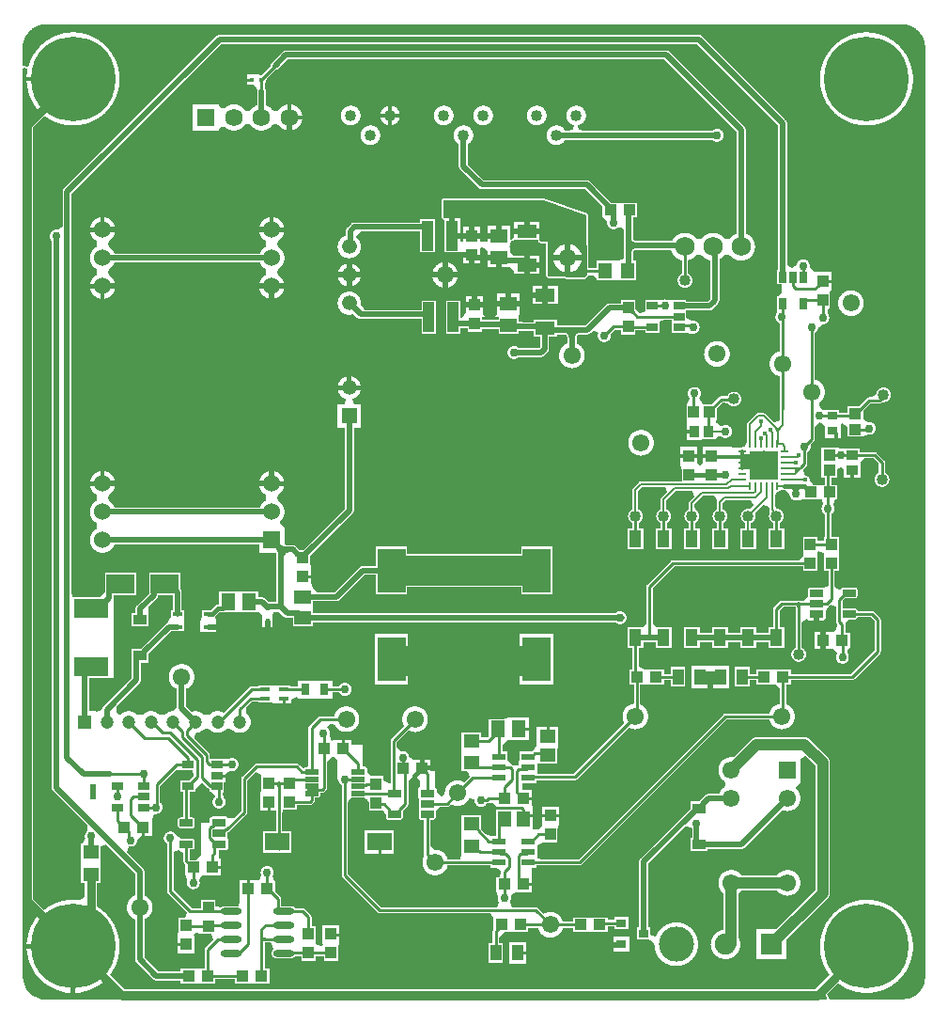
<source format=gbr>
%TF.GenerationSoftware,Altium Limited,Altium Designer,20.0.11 (256)*%
G04 Layer_Physical_Order=1*
G04 Layer_Color=255*
%FSLAX26Y26*%
%MOIN*%
%TF.FileFunction,Copper,L1,Top,Signal*%
%TF.Part,Single*%
G01*
G75*
%TA.AperFunction,SMDPad,CuDef*%
%ADD10R,0.035433X0.015748*%
%TA.AperFunction,TestPad*%
%ADD11C,0.040000*%
%TA.AperFunction,SMDPad,CuDef*%
%ADD12R,0.085827X0.062992*%
%ADD13R,0.086614X0.062992*%
%ADD14R,0.035433X0.015748*%
%ADD15R,0.039370X0.106299*%
%ADD16R,0.038976X0.027165*%
%ADD17O,0.074803X0.023622*%
%ADD18R,0.012795X0.015748*%
G04:AMPARAMS|DCode=19|XSize=9.842mil|YSize=23.622mil|CornerRadius=1.968mil|HoleSize=0mil|Usage=FLASHONLY|Rotation=180.000|XOffset=0mil|YOffset=0mil|HoleType=Round|Shape=RoundedRectangle|*
%AMROUNDEDRECTD19*
21,1,0.009842,0.019685,0,0,180.0*
21,1,0.005906,0.023622,0,0,180.0*
1,1,0.003937,-0.002953,0.009842*
1,1,0.003937,0.002953,0.009842*
1,1,0.003937,0.002953,-0.009842*
1,1,0.003937,-0.002953,-0.009842*
%
%ADD19ROUNDEDRECTD19*%
G04:AMPARAMS|DCode=20|XSize=9.842mil|YSize=23.622mil|CornerRadius=1.968mil|HoleSize=0mil|Usage=FLASHONLY|Rotation=270.000|XOffset=0mil|YOffset=0mil|HoleType=Round|Shape=RoundedRectangle|*
%AMROUNDEDRECTD20*
21,1,0.009842,0.019685,0,0,270.0*
21,1,0.005906,0.023622,0,0,270.0*
1,1,0.003937,-0.009842,-0.002953*
1,1,0.003937,-0.009842,0.002953*
1,1,0.003937,0.009842,0.002953*
1,1,0.003937,0.009842,-0.002953*
%
%ADD20ROUNDEDRECTD20*%
G04:AMPARAMS|DCode=21|XSize=102.362mil|YSize=102.362mil|CornerRadius=2.047mil|HoleSize=0mil|Usage=FLASHONLY|Rotation=180.000|XOffset=0mil|YOffset=0mil|HoleType=Round|Shape=RoundedRectangle|*
%AMROUNDEDRECTD21*
21,1,0.102362,0.098268,0,0,180.0*
21,1,0.098268,0.102362,0,0,180.0*
1,1,0.004094,-0.049134,0.049134*
1,1,0.004094,0.049134,0.049134*
1,1,0.004094,0.049134,-0.049134*
1,1,0.004094,-0.049134,-0.049134*
%
%ADD21ROUNDEDRECTD21*%
%ADD22R,0.057087X0.047244*%
%ADD23R,0.047244X0.057087*%
%ADD24R,0.035433X0.027559*%
%ADD25R,0.035433X0.039370*%
%ADD26R,0.039370X0.043307*%
%ADD27R,0.027559X0.039370*%
%ADD28R,0.015748X0.018898*%
%ADD29R,0.048032X0.035827*%
%ADD30R,0.098425X0.157480*%
%ADD31R,0.027559X0.039370*%
%ADD32R,0.047992X0.035984*%
%ADD33R,0.048032X0.024409*%
%ADD34R,0.124016X0.070079*%
%ADD35R,0.039764X0.057874*%
%ADD36R,0.035433X0.031496*%
%ADD37R,0.098425X0.066929*%
G04:AMPARAMS|DCode=38|XSize=17.716mil|YSize=49.213mil|CornerRadius=1.949mil|HoleSize=0mil|Usage=FLASHONLY|Rotation=270.000|XOffset=0mil|YOffset=0mil|HoleType=Round|Shape=RoundedRectangle|*
%AMROUNDEDRECTD38*
21,1,0.017716,0.045315,0,0,270.0*
21,1,0.013819,0.049213,0,0,270.0*
1,1,0.003898,-0.022657,-0.006910*
1,1,0.003898,-0.022657,0.006910*
1,1,0.003898,0.022657,0.006910*
1,1,0.003898,0.022657,-0.006910*
%
%ADD38ROUNDEDRECTD38*%
G04:AMPARAMS|DCode=39|XSize=25.591mil|YSize=47.244mil|CornerRadius=1.919mil|HoleSize=0mil|Usage=FLASHONLY|Rotation=270.000|XOffset=0mil|YOffset=0mil|HoleType=Round|Shape=RoundedRectangle|*
%AMROUNDEDRECTD39*
21,1,0.025591,0.043406,0,0,270.0*
21,1,0.021752,0.047244,0,0,270.0*
1,1,0.003839,-0.021703,-0.010876*
1,1,0.003839,-0.021703,0.010876*
1,1,0.003839,0.021703,0.010876*
1,1,0.003839,0.021703,-0.010876*
%
%ADD39ROUNDEDRECTD39*%
%ADD40R,0.070866X0.045276*%
%ADD41R,0.051181X0.059055*%
%ADD42R,0.059055X0.051181*%
%ADD43R,0.039000X0.043000*%
%ADD44R,0.043307X0.039370*%
%ADD45R,0.043000X0.039000*%
%ADD46R,0.043307X0.059055*%
%ADD47R,0.039370X0.043307*%
%ADD48R,0.043307X0.039370*%
%ADD49R,0.039370X0.027559*%
%ADD50R,0.039370X0.035433*%
%TA.AperFunction,Conductor*%
%ADD51C,0.010000*%
%ADD52C,0.020000*%
%ADD53C,0.030000*%
%ADD54C,0.015000*%
%ADD55C,0.040000*%
%ADD56C,0.008000*%
%ADD57C,0.012000*%
%ADD58R,0.059915X0.048375*%
%ADD59R,0.027328X0.055397*%
%ADD60R,0.041378X0.027205*%
%ADD61R,0.520000X0.105000*%
%ADD62R,0.575000X0.110000*%
%TA.AperFunction,ComponentPad*%
%ADD63C,0.060000*%
%ADD64R,0.060000X0.060000*%
%ADD65C,0.061024*%
%ADD66R,0.061024X0.061024*%
%ADD67R,0.052283X0.052283*%
%ADD68C,0.052283*%
%ADD69C,0.300000*%
%ADD70C,0.125000*%
%ADD71C,0.075000*%
%ADD72R,0.075000X0.075000*%
%ADD73C,0.068898*%
%ADD74C,0.047244*%
%ADD75R,0.047244X0.047244*%
%ADD76C,0.062598*%
%ADD77R,0.062598X0.062598*%
%ADD78C,0.040000*%
%ADD79R,0.020000X0.040000*%
%ADD80R,0.020000X0.020000*%
%TA.AperFunction,ViaPad*%
%ADD81C,0.019685*%
%ADD82C,0.030000*%
%ADD83C,0.016000*%
G36*
X3135000Y3473994D02*
Y3473994D01*
X3154090Y3471798D01*
X3155525Y3471454D01*
X3157347Y3470973D01*
X3159158Y3470451D01*
X3160957Y3469889D01*
X3162744Y3469286D01*
X3164515Y3468644D01*
X3166273Y3467961D01*
X3168014Y3467240D01*
X3169739Y3466480D01*
X3171446Y3465681D01*
X3173135Y3464844D01*
X3174805Y3463970D01*
X3176455Y3463058D01*
X3178084Y3462110D01*
X3179691Y3461125D01*
X3181275Y3460104D01*
X3182837Y3459048D01*
X3184374Y3457957D01*
X3185886Y3456832D01*
X3187373Y3455674D01*
X3188833Y3454482D01*
X3190267Y3453258D01*
X3191672Y3452002D01*
X3193049Y3450715D01*
X3194397Y3449397D01*
X3195715Y3448049D01*
X3197002Y3446672D01*
X3198258Y3445267D01*
X3199482Y3443833D01*
X3200674Y3442373D01*
X3201832Y3440886D01*
X3202957Y3439374D01*
X3204048Y3437837D01*
X3205104Y3436275D01*
X3206125Y3434691D01*
X3207110Y3433084D01*
X3208058Y3431455D01*
X3208970Y3429805D01*
X3209844Y3428135D01*
X3210681Y3426446D01*
X3211480Y3424739D01*
X3212240Y3423014D01*
X3212961Y3421273D01*
X3213644Y3419515D01*
X3214286Y3417744D01*
X3214889Y3415957D01*
X3215451Y3414158D01*
X3215973Y3412347D01*
X3216454Y3410525D01*
X3216798Y3409090D01*
X3218994Y3390000D01*
X3218994Y3390000D01*
X3218994Y3370000D01*
Y100004D01*
X3218994Y100000D01*
X3218994Y100000D01*
X3216798Y80910D01*
X3216454Y79475D01*
X3215973Y77653D01*
X3215451Y75842D01*
X3214889Y74043D01*
X3214286Y72257D01*
X3213643Y70485D01*
X3212961Y68727D01*
X3212240Y66986D01*
X3211480Y65261D01*
X3210681Y63554D01*
X3209844Y61865D01*
X3208970Y60195D01*
X3208058Y58545D01*
X3207109Y56917D01*
X3206125Y55309D01*
X3205104Y53725D01*
X3204048Y52163D01*
X3202957Y50626D01*
X3201832Y49114D01*
X3200674Y47627D01*
X3199482Y46167D01*
X3198258Y44733D01*
X3197002Y43328D01*
X3195715Y41951D01*
X3194397Y40603D01*
X3193049Y39285D01*
X3191672Y37998D01*
X3190267Y36742D01*
X3188833Y35518D01*
X3187373Y34326D01*
X3185886Y33168D01*
X3184374Y32043D01*
X3182836Y30952D01*
X3181275Y29896D01*
X3179691Y28875D01*
X3178083Y27891D01*
X3176454Y26942D01*
X3174805Y26030D01*
X3173135Y25156D01*
X3171446Y24319D01*
X3169739Y23520D01*
X3168014Y22760D01*
X3166273Y22039D01*
X3164515Y21357D01*
X3162743Y20714D01*
X3160957Y20111D01*
X3159158Y19549D01*
X3157347Y19027D01*
X3155524Y18546D01*
X3154090Y18202D01*
X3135000Y16006D01*
X3115000Y16006D01*
X2878995D01*
X2870711Y36005D01*
X2909126Y74421D01*
X2909202Y74361D01*
X2911309Y72763D01*
X2913441Y71198D01*
X2915598Y69667D01*
X2917779Y68171D01*
X2919984Y66711D01*
X2922212Y65286D01*
X2924463Y63897D01*
X2926735Y62544D01*
X2929029Y61228D01*
X2931344Y59949D01*
X2933679Y58706D01*
X2936033Y57502D01*
X2938407Y56335D01*
X2940799Y55207D01*
X2943209Y54117D01*
X2945635Y53066D01*
X2948079Y52054D01*
X2950538Y51081D01*
X2953013Y50148D01*
X2955502Y49254D01*
X2958006Y48401D01*
X2960522Y47587D01*
X2963051Y46815D01*
X2965593Y46083D01*
X2968146Y45391D01*
X2970709Y44741D01*
X2973283Y44132D01*
X2975866Y43564D01*
X2978458Y43038D01*
X2981058Y42553D01*
X2983665Y42110D01*
X2986279Y41709D01*
X2988900Y41349D01*
X2991525Y41032D01*
X2994156Y40757D01*
X2996790Y40524D01*
X2999428Y40334D01*
X3002069Y40185D01*
X3004711Y40080D01*
X3007355Y40016D01*
X3010000Y39995D01*
X3012645Y40016D01*
X3015289Y40080D01*
X3017931Y40185D01*
X3020572Y40334D01*
X3023210Y40524D01*
X3025844Y40757D01*
X3028475Y41032D01*
X3031100Y41349D01*
X3033721Y41709D01*
X3036335Y42110D01*
X3038942Y42553D01*
X3041542Y43038D01*
X3044134Y43564D01*
X3046717Y44132D01*
X3049291Y44741D01*
X3051854Y45391D01*
X3054407Y46083D01*
X3056949Y46815D01*
X3059478Y47587D01*
X3061994Y48401D01*
X3064498Y49254D01*
X3066987Y50148D01*
X3069462Y51081D01*
X3071921Y52054D01*
X3074365Y53066D01*
X3076791Y54117D01*
X3079201Y55207D01*
X3081593Y56335D01*
X3083967Y57502D01*
X3086321Y58706D01*
X3088656Y59949D01*
X3090971Y61228D01*
X3093265Y62544D01*
X3095537Y63897D01*
X3097788Y65286D01*
X3100016Y66711D01*
X3102221Y68171D01*
X3104402Y69667D01*
X3106559Y71198D01*
X3108691Y72763D01*
X3110798Y74361D01*
X3112879Y75994D01*
X3114934Y77659D01*
X3116961Y79357D01*
X3118961Y81088D01*
X3120933Y82850D01*
X3122877Y84644D01*
X3124791Y86469D01*
X3126676Y88324D01*
X3128532Y90209D01*
X3130356Y92123D01*
X3132150Y94067D01*
X3133912Y96039D01*
X3135643Y98039D01*
X3137341Y100066D01*
X3139006Y102121D01*
X3140639Y104202D01*
X3142238Y106309D01*
X3143802Y108441D01*
X3145333Y110598D01*
X3146829Y112779D01*
X3148289Y114984D01*
X3149714Y117212D01*
X3151103Y119463D01*
X3152456Y121735D01*
X3153772Y124029D01*
X3155052Y126344D01*
X3156294Y128679D01*
X3157498Y131033D01*
X3158665Y133407D01*
X3159793Y135799D01*
X3160883Y138209D01*
X3161934Y140636D01*
X3162946Y143079D01*
X3163919Y145538D01*
X3164852Y148013D01*
X3165746Y150502D01*
X3166599Y153006D01*
X3167412Y155522D01*
X3168185Y158051D01*
X3168917Y160593D01*
X3169609Y163146D01*
X3170259Y165709D01*
X3170868Y168283D01*
X3171436Y170866D01*
X3171963Y173458D01*
X3172447Y176058D01*
X3172890Y178665D01*
X3173291Y181279D01*
X3173651Y183900D01*
X3173968Y186525D01*
X3174243Y189156D01*
X3174476Y191790D01*
X3174666Y194428D01*
X3174815Y197069D01*
X3174921Y199711D01*
X3174984Y202355D01*
X3175005Y205000D01*
X3174984Y207645D01*
X3174921Y210289D01*
X3174815Y212931D01*
X3174666Y215572D01*
X3174476Y218210D01*
X3174243Y220844D01*
X3173968Y223475D01*
X3173651Y226100D01*
X3173291Y228721D01*
X3172890Y231335D01*
X3172447Y233942D01*
X3171963Y236542D01*
X3171436Y239134D01*
X3170868Y241717D01*
X3170259Y244291D01*
X3169609Y246854D01*
X3168917Y249407D01*
X3168185Y251949D01*
X3167412Y254478D01*
X3166599Y256995D01*
X3165746Y259498D01*
X3164852Y261987D01*
X3163919Y264462D01*
X3162946Y266921D01*
X3161934Y269365D01*
X3160883Y271791D01*
X3159793Y274201D01*
X3158665Y276593D01*
X3157498Y278967D01*
X3156294Y281321D01*
X3155052Y283656D01*
X3153772Y285971D01*
X3152456Y288265D01*
X3151103Y290538D01*
X3149714Y292788D01*
X3148289Y295016D01*
X3146829Y297221D01*
X3145333Y299402D01*
X3143802Y301559D01*
X3142238Y303691D01*
X3140639Y305798D01*
X3139006Y307879D01*
X3137341Y309934D01*
X3135643Y311961D01*
X3133912Y313961D01*
X3132150Y315933D01*
X3130356Y317877D01*
X3128532Y319791D01*
X3126676Y321676D01*
X3124791Y323531D01*
X3122877Y325356D01*
X3120933Y327150D01*
X3118961Y328912D01*
X3116961Y330643D01*
X3114934Y332341D01*
X3112879Y334006D01*
X3110798Y335639D01*
X3108691Y337238D01*
X3106559Y338802D01*
X3104402Y340333D01*
X3102221Y341829D01*
X3100016Y343289D01*
X3097788Y344714D01*
X3095537Y346103D01*
X3093265Y347456D01*
X3090971Y348772D01*
X3088656Y350051D01*
X3086321Y351294D01*
X3083967Y352498D01*
X3081593Y353665D01*
X3079201Y354793D01*
X3076791Y355883D01*
X3074365Y356934D01*
X3071921Y357946D01*
X3069462Y358919D01*
X3066987Y359852D01*
X3064498Y360746D01*
X3061994Y361599D01*
X3059478Y362413D01*
X3056949Y363185D01*
X3054407Y363917D01*
X3051854Y364609D01*
X3049291Y365259D01*
X3046717Y365868D01*
X3044134Y366436D01*
X3041542Y366962D01*
X3038942Y367447D01*
X3036335Y367890D01*
X3033721Y368291D01*
X3031100Y368651D01*
X3028475Y368968D01*
X3025844Y369243D01*
X3023210Y369476D01*
X3020572Y369666D01*
X3017931Y369815D01*
X3015289Y369921D01*
X3012645Y369984D01*
X3010000Y370005D01*
X3007355Y369984D01*
X3004711Y369921D01*
X3002069Y369815D01*
X2999428Y369666D01*
X2996790Y369476D01*
X2994156Y369243D01*
X2991525Y368968D01*
X2988900Y368651D01*
X2986279Y368291D01*
X2983665Y367890D01*
X2981058Y367447D01*
X2978458Y366962D01*
X2975866Y366436D01*
X2973283Y365868D01*
X2970709Y365259D01*
X2968146Y364609D01*
X2965593Y363917D01*
X2963051Y363185D01*
X2960522Y362413D01*
X2958006Y361599D01*
X2955502Y360746D01*
X2953013Y359852D01*
X2950538Y358919D01*
X2948079Y357946D01*
X2945635Y356934D01*
X2943209Y355883D01*
X2940799Y354793D01*
X2938407Y353665D01*
X2936033Y352498D01*
X2933679Y351294D01*
X2931344Y350051D01*
X2929029Y348772D01*
X2926735Y347456D01*
X2924463Y346103D01*
X2922212Y344714D01*
X2919984Y343289D01*
X2917779Y341829D01*
X2915598Y340333D01*
X2913441Y338802D01*
X2911309Y337238D01*
X2909202Y335639D01*
X2907121Y334006D01*
X2905066Y332341D01*
X2903039Y330643D01*
X2901039Y328912D01*
X2899067Y327150D01*
X2897123Y325356D01*
X2895209Y323531D01*
X2893324Y321676D01*
X2891468Y319791D01*
X2889644Y317877D01*
X2887850Y315933D01*
X2886088Y313961D01*
X2884357Y311961D01*
X2882659Y309934D01*
X2880994Y307879D01*
X2879361Y305798D01*
X2877762Y303691D01*
X2876198Y301559D01*
X2874667Y299402D01*
X2873171Y297221D01*
X2871711Y295016D01*
X2870286Y292788D01*
X2868897Y290538D01*
X2867544Y288265D01*
X2866228Y285971D01*
X2864948Y283656D01*
X2863706Y281321D01*
X2862502Y278967D01*
X2861335Y276593D01*
X2860207Y274201D01*
X2859117Y271791D01*
X2858066Y269365D01*
X2857054Y266921D01*
X2856081Y264462D01*
X2855148Y261987D01*
X2854254Y259498D01*
X2853401Y256995D01*
X2852588Y254478D01*
X2851815Y251949D01*
X2851083Y249407D01*
X2850391Y246854D01*
X2849741Y244291D01*
X2849132Y241717D01*
X2848564Y239134D01*
X2848037Y236542D01*
X2847553Y233942D01*
X2847110Y231335D01*
X2846709Y228721D01*
X2846349Y226100D01*
X2846032Y223475D01*
X2845757Y220844D01*
X2845524Y218210D01*
X2845334Y215572D01*
X2845185Y212931D01*
X2845079Y210289D01*
X2845016Y207645D01*
X2844995Y205000D01*
X2845016Y202355D01*
X2845079Y199711D01*
X2845185Y197069D01*
X2845334Y194428D01*
X2845524Y191790D01*
X2845757Y189156D01*
X2846032Y186525D01*
X2846349Y183900D01*
X2846709Y181279D01*
X2847110Y178665D01*
X2847553Y176058D01*
X2848037Y173458D01*
X2848564Y170866D01*
X2849132Y168283D01*
X2849741Y165709D01*
X2850391Y163146D01*
X2851083Y160593D01*
X2851815Y158051D01*
X2852588Y155522D01*
X2853401Y153006D01*
X2854254Y150502D01*
X2855148Y148013D01*
X2856081Y145538D01*
X2857054Y143079D01*
X2858066Y140636D01*
X2859117Y138209D01*
X2860207Y135799D01*
X2861335Y133407D01*
X2862502Y131033D01*
X2863706Y128679D01*
X2864948Y126344D01*
X2866228Y124029D01*
X2867544Y121735D01*
X2868897Y119463D01*
X2870286Y117212D01*
X2871711Y114984D01*
X2873171Y112779D01*
X2874667Y110598D01*
X2876198Y108441D01*
X2877762Y106309D01*
X2879361Y104202D01*
X2879421Y104126D01*
X2827299Y52005D01*
X377700D01*
X325579Y104126D01*
X325639Y104202D01*
X327238Y106309D01*
X328802Y108441D01*
X330333Y110598D01*
X331829Y112779D01*
X333289Y114984D01*
X334714Y117212D01*
X336103Y119463D01*
X337456Y121735D01*
X338772Y124029D01*
X340051Y126344D01*
X341294Y128679D01*
X342498Y131033D01*
X343665Y133407D01*
X344793Y135799D01*
X345883Y138209D01*
X346934Y140636D01*
X347946Y143079D01*
X348919Y145538D01*
X349852Y148013D01*
X350746Y150502D01*
X351599Y153006D01*
X352413Y155522D01*
X353185Y158051D01*
X353917Y160593D01*
X354609Y163146D01*
X355259Y165709D01*
X355868Y168283D01*
X356436Y170866D01*
X356962Y173458D01*
X357447Y176058D01*
X357890Y178665D01*
X358291Y181279D01*
X358651Y183900D01*
X358968Y186525D01*
X359243Y189156D01*
X359476Y191790D01*
X359666Y194428D01*
X359815Y197069D01*
X359921Y199711D01*
X359984Y202355D01*
X360005Y205000D01*
X359984Y207645D01*
X359921Y210289D01*
X359815Y212931D01*
X359666Y215572D01*
X359476Y218210D01*
X359243Y220844D01*
X358968Y223475D01*
X358651Y226100D01*
X358291Y228721D01*
X357890Y231335D01*
X357447Y233942D01*
X356962Y236542D01*
X356436Y239134D01*
X355868Y241717D01*
X355259Y244291D01*
X354609Y246854D01*
X353917Y249407D01*
X353185Y251949D01*
X352413Y254478D01*
X351599Y256995D01*
X350746Y259498D01*
X349852Y261987D01*
X348919Y264462D01*
X347946Y266921D01*
X346934Y269365D01*
X345883Y271791D01*
X344793Y274201D01*
X343665Y276593D01*
X342498Y278967D01*
X341294Y281321D01*
X340051Y283656D01*
X338772Y285971D01*
X337456Y288265D01*
X336103Y290538D01*
X334714Y292788D01*
X333289Y295016D01*
X331829Y297221D01*
X330333Y299402D01*
X328802Y301559D01*
X327238Y303691D01*
X325639Y305798D01*
X324006Y307879D01*
X322341Y309934D01*
X320643Y311961D01*
X318912Y313961D01*
X317150Y315933D01*
X315356Y317877D01*
X313531Y319791D01*
X311676Y321676D01*
X309791Y323531D01*
X307877Y325356D01*
X305933Y327150D01*
X303961Y328912D01*
X301961Y330643D01*
X299934Y332341D01*
X297879Y334006D01*
X295798Y335639D01*
X293691Y337238D01*
X291559Y338802D01*
X289402Y340333D01*
X287221Y341829D01*
X285016Y343289D01*
X282788Y344714D01*
X280538Y346103D01*
X278603Y347254D01*
Y431008D01*
X292142D01*
Y489748D01*
X292142Y490252D01*
Y509748D01*
X292142Y510252D01*
Y559392D01*
X312142Y567676D01*
X415599Y464219D01*
Y385805D01*
X415464Y385757D01*
X414186Y385250D01*
X412923Y384704D01*
X411678Y384121D01*
X410451Y383501D01*
X409244Y382844D01*
X408057Y382150D01*
X406891Y381421D01*
X405748Y380657D01*
X404628Y379859D01*
X403533Y379028D01*
X402464Y378163D01*
X401421Y377267D01*
X400406Y376340D01*
X399419Y375383D01*
X398461Y374396D01*
X397534Y373381D01*
X396638Y372338D01*
X395774Y371269D01*
X394942Y370174D01*
X394144Y369054D01*
X393381Y367911D01*
X392652Y366745D01*
X391958Y365558D01*
X391301Y364350D01*
X390680Y363123D01*
X390097Y361878D01*
X389552Y360616D01*
X389045Y359338D01*
X388577Y358045D01*
X388148Y356739D01*
X387759Y355420D01*
X387410Y354090D01*
X387101Y352751D01*
X386833Y351402D01*
X386605Y350046D01*
X386419Y348684D01*
X386274Y347317D01*
X386170Y345946D01*
X386108Y344572D01*
X386087Y343197D01*
X386108Y341823D01*
X386170Y340449D01*
X386274Y339078D01*
X386419Y337711D01*
X386605Y336349D01*
X386833Y334993D01*
X387101Y333644D01*
X387410Y332305D01*
X387759Y330975D01*
X388148Y329656D01*
X388577Y328350D01*
X389045Y327057D01*
X389552Y325779D01*
X390097Y324517D01*
X390680Y323272D01*
X391301Y322045D01*
X391958Y320837D01*
X392652Y319650D01*
X393381Y318484D01*
X394144Y317341D01*
X394942Y316221D01*
X395774Y315126D01*
X396638Y314057D01*
X397534Y313014D01*
X398461Y311999D01*
X399419Y311012D01*
X400406Y310055D01*
X401421Y309127D01*
X402464Y308231D01*
X403533Y307367D01*
X404628Y306536D01*
X405748Y305738D01*
X406891Y304974D01*
X408057Y304245D01*
X409244Y303551D01*
X410451Y302894D01*
X411678Y302274D01*
X412923Y301691D01*
X414186Y301145D01*
X415464Y300638D01*
X415599Y300589D01*
Y158396D01*
X415621Y157559D01*
X415686Y156723D01*
X415796Y155892D01*
X415949Y155069D01*
X416144Y154254D01*
X416382Y153450D01*
X416662Y152660D01*
X416982Y151886D01*
X417343Y151130D01*
X417743Y150393D01*
X418181Y149679D01*
X418656Y148988D01*
X419166Y148324D01*
X419710Y147686D01*
X420287Y147079D01*
X478683Y88682D01*
X479291Y88106D01*
X479928Y87561D01*
X480593Y87051D01*
X481283Y86577D01*
X481998Y86139D01*
X482734Y85739D01*
X483490Y85378D01*
X484264Y85058D01*
X485054Y84778D01*
X485858Y84540D01*
X486673Y84344D01*
X487497Y84192D01*
X488327Y84082D01*
X489163Y84016D01*
X490000Y83995D01*
X577500D01*
Y74500D01*
X624429D01*
X644429Y74500D01*
X652500Y74500D01*
X699429D01*
Y88995D01*
X769350D01*
Y74500D01*
X816279D01*
X836279Y74500D01*
X844350Y74500D01*
X891279D01*
Y125500D01*
X874784D01*
Y214850D01*
X874856Y216218D01*
X875016Y217120D01*
X875212Y217709D01*
X875393Y218045D01*
X894876Y218331D01*
X900520Y211879D01*
X901408Y208729D01*
X904964Y193201D01*
X904331Y192598D01*
X903728Y191965D01*
X903157Y191303D01*
X902619Y190613D01*
X902115Y189898D01*
X901648Y189160D01*
X901216Y188399D01*
X900823Y187618D01*
X900469Y186818D01*
X900154Y186002D01*
X899880Y185172D01*
X899647Y184329D01*
X899455Y183476D01*
X899306Y182614D01*
X899199Y181746D01*
X899134Y180874D01*
X899113Y180000D01*
X899134Y179126D01*
X899199Y178254D01*
X899306Y177386D01*
X899455Y176524D01*
X899647Y175671D01*
X899880Y174828D01*
X900154Y173998D01*
X900469Y173182D01*
X900823Y172382D01*
X901216Y171601D01*
X901648Y170840D01*
X902115Y170102D01*
X902619Y169387D01*
X903157Y168697D01*
X903728Y168035D01*
X904331Y167402D01*
X904964Y166799D01*
X905627Y166228D01*
X906316Y165690D01*
X907031Y165186D01*
X907770Y164718D01*
X908531Y164287D01*
X909312Y163894D01*
X910111Y163540D01*
X910927Y163225D01*
X911757Y162951D01*
X912600Y162718D01*
X913453Y162526D01*
X914315Y162376D01*
X915183Y162269D01*
X916055Y162205D01*
X916929Y162184D01*
X968110D01*
X968984Y162205D01*
X969856Y162269D01*
X970724Y162376D01*
X971586Y162526D01*
X972439Y162718D01*
X973282Y162951D01*
X974112Y163225D01*
X974928Y163540D01*
X975728Y163894D01*
X976509Y164287D01*
X977270Y164718D01*
X978009Y165186D01*
X978723Y165690D01*
X979413Y166228D01*
X980075Y166799D01*
X980708Y167402D01*
X981311Y168035D01*
X981883Y168697D01*
X982420Y169387D01*
X982924Y170102D01*
X983195Y170530D01*
X1004500D01*
Y154036D01*
X1055500D01*
Y170530D01*
X1084500D01*
Y154035D01*
X1135500D01*
Y198621D01*
X1139500Y216964D01*
X1139500Y227379D01*
Y279964D01*
X1080500D01*
Y227379D01*
X1080500Y216964D01*
X1081465Y212541D01*
X1075500Y204713D01*
X1055500Y211465D01*
Y220965D01*
X1055500Y229036D01*
Y275965D01*
X1041005D01*
Y307992D01*
X1040985Y308656D01*
X1040925Y309319D01*
X1040825Y309976D01*
X1040685Y310626D01*
X1040507Y311266D01*
X1040290Y311894D01*
X1040035Y312509D01*
X1039744Y313106D01*
X1039418Y313685D01*
X1039057Y314244D01*
X1038663Y314779D01*
X1038237Y315290D01*
X1037782Y315774D01*
X1015774Y337782D01*
X1015290Y338237D01*
X1014779Y338663D01*
X1014244Y339057D01*
X1013685Y339418D01*
X1013106Y339744D01*
X1012509Y340036D01*
X1011895Y340290D01*
X1011266Y340507D01*
X1010626Y340685D01*
X1009976Y340825D01*
X1009319Y340925D01*
X1008657Y340985D01*
X1007992Y341005D01*
X982115D01*
X981883Y341303D01*
X981311Y341965D01*
X980708Y342598D01*
X980075Y343201D01*
X979413Y343772D01*
X978723Y344310D01*
X978009Y344814D01*
X977270Y345282D01*
X976509Y345713D01*
X975728Y346106D01*
X974928Y346460D01*
X974112Y346775D01*
X973282Y347049D01*
X972439Y347283D01*
X971586Y347474D01*
X970724Y347624D01*
X969856Y347731D01*
X968984Y347795D01*
X968110Y347816D01*
X932934D01*
Y373504D01*
X932914Y374168D01*
X932854Y374831D01*
X932754Y375488D01*
X932614Y376138D01*
X932436Y376778D01*
X932219Y377406D01*
X931965Y378021D01*
X931673Y378618D01*
X931347Y379197D01*
X930986Y379756D01*
X930592Y380291D01*
X930167Y380802D01*
X929711Y381286D01*
X911118Y399878D01*
Y435685D01*
X911118D01*
X906638Y442294D01*
X903388Y455497D01*
X903871Y456377D01*
X904315Y457277D01*
X904719Y458196D01*
X905083Y459132D01*
X905405Y460082D01*
X905686Y461046D01*
X905925Y462021D01*
X906121Y463005D01*
X906273Y463997D01*
X906383Y464995D01*
X906448Y465997D01*
X906470Y467000D01*
X906448Y468003D01*
X906383Y469005D01*
X906273Y470003D01*
X906121Y470995D01*
X905925Y471979D01*
X905686Y472954D01*
X905405Y473918D01*
X905083Y474868D01*
X904719Y475804D01*
X904315Y476723D01*
X903871Y477623D01*
X903388Y478503D01*
X902867Y479361D01*
X902310Y480195D01*
X901716Y481005D01*
X901088Y481788D01*
X900426Y482542D01*
X899732Y483267D01*
X899007Y483961D01*
X898252Y484623D01*
X897470Y485252D01*
X896660Y485845D01*
X895825Y486403D01*
X894967Y486923D01*
X894087Y487406D01*
X893187Y487850D01*
X892268Y488254D01*
X891333Y488618D01*
X890383Y488941D01*
X889419Y489222D01*
X888444Y489460D01*
X887460Y489656D01*
X886467Y489809D01*
X885470Y489918D01*
X884468Y489984D01*
X883465Y490005D01*
X882461Y489984D01*
X881460Y489918D01*
X880462Y489809D01*
X879470Y489656D01*
X878485Y489460D01*
X877510Y489222D01*
X876547Y488941D01*
X875596Y488618D01*
X874661Y488254D01*
X873742Y487850D01*
X872842Y487406D01*
X871962Y486923D01*
X871104Y486403D01*
X870269Y485845D01*
X869460Y485252D01*
X868677Y484623D01*
X867922Y483961D01*
X867197Y483267D01*
X866503Y482542D01*
X865841Y481788D01*
X865213Y481005D01*
X864620Y480195D01*
X864062Y479361D01*
X863541Y478503D01*
X863058Y477623D01*
X862615Y476723D01*
X862210Y475804D01*
X861846Y474868D01*
X861524Y473918D01*
X861243Y472954D01*
X861004Y471979D01*
X860809Y470995D01*
X860656Y470003D01*
X860547Y469005D01*
X860481Y468003D01*
X860459Y467000D01*
X860481Y465997D01*
X860547Y464995D01*
X860656Y463997D01*
X860809Y463005D01*
X861004Y462021D01*
X861243Y461046D01*
X861524Y460082D01*
X861846Y459132D01*
X862210Y458196D01*
X862615Y457277D01*
X863058Y456377D01*
X863263Y456005D01*
X855787Y438028D01*
X848189Y439685D01*
X837468Y439685D01*
X784882D01*
Y380315D01*
Y367591D01*
X783071Y347816D01*
X731890D01*
X731016Y347795D01*
X730144Y347731D01*
X729276Y347624D01*
X728414Y347474D01*
X727561Y347283D01*
X726718Y347049D01*
X725888Y346775D01*
X725072Y346460D01*
X724272Y346106D01*
X723491Y345713D01*
X722730Y345282D01*
X721991Y344814D01*
X721277Y344310D01*
X720587Y343772D01*
X720500Y343697D01*
X707544Y344999D01*
X700500Y347462D01*
Y370964D01*
X649500D01*
Y341005D01*
X614558D01*
X551005Y404558D01*
Y538493D01*
X569284Y547339D01*
X585924Y537706D01*
Y507638D01*
X585944Y506973D01*
X586004Y506311D01*
X586105Y505654D01*
X586244Y505004D01*
X586423Y504364D01*
X586639Y503735D01*
X586894Y503121D01*
X587185Y502523D01*
X587511Y501944D01*
X587872Y501386D01*
X588266Y500851D01*
X588692Y500340D01*
X589148Y499856D01*
X593882Y495122D01*
Y459315D01*
X593882Y459315D01*
X594930Y456664D01*
X600685Y440082D01*
X600281Y439163D01*
X599917Y438228D01*
X599595Y437277D01*
X599314Y436314D01*
X599075Y435339D01*
X598879Y434354D01*
X598727Y433362D01*
X598617Y432365D01*
X598552Y431363D01*
X598530Y430360D01*
X598552Y429356D01*
X598617Y428354D01*
X598727Y427357D01*
X598879Y426365D01*
X599075Y425380D01*
X599314Y424405D01*
X599595Y423442D01*
X599917Y422491D01*
X600281Y421556D01*
X600685Y420637D01*
X601129Y419737D01*
X601612Y418857D01*
X602133Y417999D01*
X602690Y417164D01*
X603284Y416355D01*
X603912Y415572D01*
X604574Y414817D01*
X605268Y414092D01*
X605993Y413398D01*
X606748Y412736D01*
X607530Y412108D01*
X608340Y411514D01*
X609175Y410957D01*
X610033Y410436D01*
X610913Y409953D01*
X611813Y409509D01*
X612732Y409105D01*
X613667Y408741D01*
X614617Y408419D01*
X615581Y408138D01*
X616556Y407899D01*
X617540Y407704D01*
X618533Y407551D01*
X619530Y407442D01*
X620532Y407376D01*
X621535Y407354D01*
X622539Y407376D01*
X623540Y407442D01*
X624538Y407551D01*
X625530Y407704D01*
X626515Y407899D01*
X627490Y408138D01*
X628453Y408419D01*
X629404Y408741D01*
X630339Y409105D01*
X631258Y409509D01*
X632158Y409953D01*
X633038Y410436D01*
X633896Y410957D01*
X634731Y411514D01*
X635540Y412108D01*
X636323Y412736D01*
X637078Y413398D01*
X637803Y414092D01*
X638497Y414817D01*
X639159Y415572D01*
X639787Y416355D01*
X640380Y417164D01*
X640938Y417999D01*
X641459Y418857D01*
X641942Y419737D01*
X642385Y420637D01*
X642790Y421556D01*
X643154Y422491D01*
X643476Y423442D01*
X643757Y424405D01*
X643996Y425380D01*
X644191Y426365D01*
X644344Y427357D01*
X644453Y428354D01*
X644519Y429356D01*
X644541Y430360D01*
X644519Y431363D01*
X644453Y432365D01*
X644344Y433362D01*
X644191Y434354D01*
X643996Y435339D01*
X643757Y436314D01*
X643476Y437277D01*
X643154Y438228D01*
X643135Y438277D01*
X649672Y451821D01*
X652127Y456336D01*
X656811Y455315D01*
X667532Y455315D01*
X720118D01*
Y514685D01*
X713071D01*
Y544798D01*
X734774D01*
X735494Y544819D01*
X736211Y544885D01*
X736923Y544993D01*
X737627Y545144D01*
X738321Y545338D01*
X739002Y545573D01*
X739668Y545848D01*
X740315Y546164D01*
X740943Y546518D01*
X741548Y546909D01*
X742128Y547336D01*
X742681Y547797D01*
X743206Y548290D01*
X743699Y548815D01*
X744160Y549368D01*
X744587Y549948D01*
X744979Y550553D01*
X745332Y551181D01*
X745648Y551828D01*
X745923Y552494D01*
X746158Y553175D01*
X746352Y553869D01*
X746503Y554573D01*
X746611Y555285D01*
X746677Y556002D01*
X746698Y556722D01*
Y578474D01*
X746677Y579194D01*
X746611Y579912D01*
X746503Y580624D01*
X746352Y581328D01*
X746158Y582022D01*
X745923Y582703D01*
X745648Y583368D01*
X745332Y584016D01*
X744979Y584644D01*
X744587Y585248D01*
X744160Y585829D01*
X743699Y586382D01*
X743206Y586906D01*
X742681Y587400D01*
X742128Y587861D01*
X741513Y588782D01*
X741447Y589736D01*
X741729Y590326D01*
X741982Y590832D01*
X742198Y591355D01*
X742377Y591891D01*
X742517Y592440D01*
X742617Y592996D01*
X742678Y593559D01*
X742698Y594124D01*
Y607908D01*
X742759Y607921D01*
X743399Y608100D01*
X744028Y608316D01*
X744642Y608571D01*
X745239Y608862D01*
X745818Y609188D01*
X746377Y609549D01*
X746912Y609943D01*
X747423Y610369D01*
X747907Y610824D01*
X809956Y672874D01*
X810412Y673358D01*
X810837Y673868D01*
X811231Y674404D01*
X811592Y674962D01*
X811919Y675541D01*
X812210Y676139D01*
X812464Y676753D01*
X812681Y677381D01*
X812859Y678022D01*
X812999Y678672D01*
X813099Y679329D01*
X813159Y679991D01*
X813179Y680655D01*
Y793301D01*
X841687Y821808D01*
X862479Y814316D01*
X862779Y811118D01*
X862780D01*
Y755811D01*
X858779Y748189D01*
X858780D01*
Y684882D01*
X914960D01*
Y612496D01*
X869787D01*
Y537504D01*
X968402D01*
Y612496D01*
X936970D01*
Y669448D01*
X937965Y689035D01*
X988965D01*
Y705530D01*
X1035914D01*
X1036578Y705551D01*
X1037240Y705611D01*
X1037898Y705711D01*
X1038547Y705850D01*
X1039188Y706029D01*
X1039816Y706246D01*
X1040430Y706500D01*
X1041028Y706791D01*
X1041607Y707118D01*
X1042165Y707479D01*
X1042701Y707872D01*
X1043211Y708298D01*
X1043696Y708754D01*
X1049553Y714612D01*
X1050009Y715096D01*
X1050435Y715606D01*
X1050829Y716142D01*
X1051190Y716700D01*
X1051516Y717279D01*
X1051807Y717877D01*
X1052062Y718491D01*
X1052278Y719119D01*
X1052457Y719760D01*
X1052596Y720410D01*
X1052697Y721067D01*
X1052757Y721729D01*
X1052777Y722393D01*
Y731751D01*
X1064429D01*
X1064997Y731771D01*
X1065561Y731832D01*
X1066120Y731933D01*
X1066670Y732073D01*
X1067209Y732252D01*
X1067733Y732470D01*
X1068241Y732724D01*
X1068729Y733014D01*
X1069196Y733337D01*
X1069638Y733694D01*
X1070053Y734081D01*
X1070440Y734496D01*
X1070797Y734938D01*
X1071120Y735405D01*
X1071410Y735893D01*
X1071664Y736401D01*
X1071882Y736925D01*
X1072061Y737464D01*
X1072201Y738014D01*
X1072302Y738573D01*
X1072363Y739137D01*
X1072383Y739705D01*
Y748404D01*
X1079142D01*
X1079807Y748424D01*
X1080469Y748485D01*
X1081126Y748585D01*
X1081776Y748724D01*
X1082416Y748903D01*
X1083045Y749120D01*
X1083659Y749374D01*
X1084256Y749665D01*
X1084835Y749992D01*
X1085394Y750353D01*
X1085929Y750746D01*
X1086440Y751172D01*
X1086924Y751628D01*
X1092782Y757486D01*
X1093237Y757970D01*
X1093663Y758480D01*
X1094057Y759016D01*
X1094418Y759574D01*
X1094744Y760153D01*
X1095035Y760751D01*
X1095290Y761365D01*
X1095507Y761993D01*
X1095685Y762634D01*
X1095825Y763284D01*
X1095925Y763941D01*
X1095985Y764603D01*
X1096005Y765267D01*
Y860932D01*
X1116005Y876246D01*
X1120275Y875315D01*
X1130997Y864594D01*
Y831028D01*
X1130996Y812513D01*
X1131060Y812324D01*
X1131969Y809561D01*
X1132582Y807636D01*
X1133576Y804438D01*
X1136758Y794028D01*
X1137837Y790455D01*
X1138159Y789507D01*
X1138159Y789505D01*
X1138523Y788570D01*
X1138523Y788569D01*
X1138927Y787651D01*
X1138927Y787650D01*
X1139371Y786751D01*
X1139371Y786750D01*
X1139854Y785871D01*
X1139854Y785870D01*
X1140375Y785013D01*
X1140375Y785012D01*
X1140932Y784178D01*
X1140932Y784178D01*
X1141526Y783368D01*
X1141526Y783368D01*
X1142154Y782586D01*
X1142154Y782585D01*
X1142816Y781831D01*
X1142816Y781831D01*
X1143510Y781106D01*
X1143510Y781106D01*
X1144235Y780412D01*
X1144235Y780412D01*
X1144990Y779750D01*
X1145773Y779121D01*
X1146582Y778528D01*
X1147417Y777970D01*
X1148275Y777450D01*
X1148772Y777177D01*
Y456952D01*
X1148792Y456287D01*
X1148853Y455625D01*
X1148953Y454968D01*
X1149092Y454318D01*
X1149271Y453678D01*
X1149487Y453049D01*
X1149742Y452435D01*
X1150033Y451837D01*
X1150360Y451258D01*
X1150720Y450700D01*
X1151114Y450165D01*
X1151540Y449654D01*
X1151996Y449170D01*
X1276015Y325151D01*
X1276499Y324695D01*
X1277010Y324269D01*
X1277545Y323875D01*
X1278103Y323514D01*
X1278682Y323188D01*
X1279280Y322897D01*
X1279894Y322642D01*
X1280523Y322426D01*
X1281163Y322247D01*
X1281813Y322108D01*
X1282470Y322007D01*
X1283132Y321947D01*
X1283797Y321927D01*
X1675738D01*
X1687500Y306799D01*
X1687500Y301927D01*
Y264981D01*
X1687100Y264581D01*
X1686645Y264097D01*
X1686219Y263586D01*
X1685825Y263051D01*
X1685464Y262493D01*
X1685138Y261913D01*
X1684846Y261316D01*
X1684592Y260702D01*
X1684375Y260073D01*
X1684197Y259433D01*
X1684057Y258783D01*
X1683957Y258126D01*
X1683897Y257464D01*
X1683877Y256799D01*
Y216236D01*
X1669000D01*
Y146362D01*
X1720764D01*
Y216236D01*
X1705887D01*
Y237273D01*
X1724413Y255799D01*
X1754429Y255799D01*
X1762500Y255799D01*
X1809429D01*
Y270294D01*
X1844335D01*
X1844655Y269076D01*
X1845044Y267758D01*
X1845473Y266451D01*
X1845941Y265159D01*
X1846448Y263881D01*
X1846993Y262618D01*
X1847576Y261373D01*
X1848197Y260146D01*
X1848854Y258939D01*
X1849547Y257752D01*
X1850276Y256586D01*
X1851040Y255443D01*
X1851838Y254323D01*
X1852670Y253228D01*
X1853534Y252159D01*
X1854430Y251116D01*
X1855357Y250101D01*
X1856315Y249114D01*
X1857302Y248156D01*
X1858317Y247229D01*
X1859360Y246333D01*
X1860429Y245469D01*
X1861524Y244637D01*
X1862643Y243839D01*
X1863787Y243076D01*
X1864952Y242347D01*
X1866140Y241653D01*
X1867347Y240996D01*
X1868574Y240375D01*
X1869819Y239792D01*
X1871082Y239247D01*
X1872360Y238740D01*
X1873652Y238272D01*
X1874959Y237843D01*
X1876277Y237454D01*
X1877607Y237105D01*
X1878947Y236796D01*
X1880295Y236528D01*
X1881651Y236300D01*
X1883014Y236114D01*
X1884381Y235969D01*
X1885752Y235865D01*
X1887125Y235803D01*
X1888500Y235782D01*
X1889875Y235803D01*
X1891248Y235865D01*
X1892619Y235969D01*
X1893987Y236114D01*
X1895349Y236300D01*
X1896705Y236528D01*
X1898053Y236796D01*
X1899393Y237105D01*
X1900723Y237454D01*
X1902042Y237843D01*
X1903348Y238272D01*
X1904641Y238740D01*
X1905919Y239247D01*
X1907181Y239792D01*
X1908426Y240375D01*
X1909653Y240996D01*
X1910861Y241653D01*
X1912048Y242347D01*
X1913214Y243076D01*
X1914357Y243839D01*
X1915476Y244637D01*
X1916571Y245469D01*
X1917641Y246333D01*
X1918684Y247229D01*
X1919699Y248156D01*
X1920686Y249114D01*
X1921643Y250101D01*
X1922570Y251116D01*
X1923466Y252159D01*
X1924330Y253228D01*
X1925162Y254323D01*
X1925960Y255443D01*
X1926724Y256586D01*
X1927453Y257752D01*
X1928146Y258939D01*
X1928803Y260146D01*
X1929424Y261373D01*
X1930007Y262618D01*
X1930552Y263881D01*
X1931059Y265159D01*
X1931527Y266451D01*
X1931956Y267758D01*
X1932345Y269076D01*
X1932665Y270294D01*
X1969035D01*
Y255799D01*
X2015965D01*
X2035965Y255799D01*
X2044036Y255799D01*
X2090965D01*
Y276397D01*
X2116913D01*
Y265654D01*
X2164346D01*
Y309150D01*
X2116913D01*
Y298407D01*
X2090965D01*
Y306799D01*
X2044036D01*
X2024035Y306799D01*
X2015965Y306799D01*
X1969035D01*
Y292304D01*
X1932665D01*
X1932345Y293522D01*
X1931956Y294841D01*
X1931527Y296147D01*
X1931059Y297440D01*
X1930552Y298718D01*
X1930007Y299980D01*
X1929424Y301225D01*
X1928803Y302452D01*
X1928146Y303660D01*
X1927453Y304847D01*
X1926724Y306013D01*
X1925960Y307156D01*
X1925162Y308275D01*
X1924330Y309370D01*
X1923466Y310440D01*
X1922570Y311483D01*
X1921643Y312498D01*
X1920686Y313485D01*
X1919699Y314442D01*
X1918684Y315369D01*
X1917641Y316265D01*
X1916571Y317129D01*
X1915476Y317961D01*
X1914357Y318759D01*
X1913214Y319523D01*
X1912048Y320252D01*
X1910861Y320945D01*
X1909653Y321603D01*
X1908426Y322223D01*
X1907181Y322806D01*
X1905919Y323351D01*
X1904641Y323858D01*
X1903348Y324326D01*
X1902042Y324755D01*
X1900723Y325144D01*
X1899393Y325494D01*
X1898053Y325802D01*
X1896705Y326071D01*
X1895349Y326298D01*
X1893987Y326484D01*
X1892619Y326629D01*
X1891248Y326733D01*
X1889875Y326795D01*
X1888500Y326816D01*
X1887125Y326795D01*
X1885752Y326733D01*
X1884381Y326629D01*
X1883014Y326484D01*
X1881651Y326298D01*
X1880295Y326071D01*
X1878947Y325802D01*
X1877607Y325494D01*
X1876277Y325144D01*
X1874959Y324755D01*
X1873652Y324326D01*
X1872360Y323858D01*
X1871082Y323351D01*
X1869819Y322806D01*
X1868574Y322223D01*
X1867347Y321603D01*
X1866140Y320945D01*
X1865053Y320310D01*
X1844649Y340714D01*
X1844165Y341170D01*
X1843654Y341595D01*
X1843119Y341989D01*
X1842560Y342350D01*
X1841981Y342677D01*
X1841384Y342968D01*
X1840770Y343222D01*
X1840141Y343439D01*
X1839501Y343618D01*
X1838851Y343757D01*
X1838194Y343857D01*
X1837532Y343917D01*
X1836867Y343937D01*
X1754734D01*
X1748240Y351072D01*
X1744923Y363497D01*
X1745406Y364377D01*
X1745850Y365277D01*
X1746254Y366196D01*
X1746618Y367132D01*
X1746941Y368082D01*
X1747222Y369046D01*
X1747460Y370021D01*
X1747656Y371005D01*
X1747809Y371997D01*
X1747918Y372995D01*
X1747984Y373997D01*
X1748005Y375000D01*
X1747984Y376003D01*
X1747918Y377005D01*
X1747809Y378003D01*
X1747656Y378995D01*
X1747592Y379315D01*
X1747480Y380173D01*
X1747729Y382671D01*
X1747746Y382727D01*
X1756571Y391591D01*
X1756593Y391607D01*
X1759047Y393180D01*
X1762901Y395315D01*
X1770997Y395315D01*
X1823583D01*
Y454685D01*
X1821851D01*
Y484394D01*
X1840055D01*
Y491593D01*
X1992598D01*
X1993263Y491613D01*
X1993925Y491674D01*
X1994582Y491774D01*
X1995232Y491913D01*
X1995872Y492092D01*
X1996501Y492308D01*
X1997115Y492563D01*
X1997713Y492854D01*
X1998292Y493180D01*
X1998850Y493541D01*
X1999385Y493935D01*
X1999896Y494361D01*
X2000380Y494817D01*
X2066815Y561252D01*
X2066817Y561254D01*
X2514558Y1008995D01*
X2665835D01*
X2666155Y1007777D01*
X2666544Y1006459D01*
X2666973Y1005152D01*
X2667441Y1003859D01*
X2667948Y1002581D01*
X2668493Y1001319D01*
X2669076Y1000074D01*
X2669697Y998847D01*
X2670354Y997640D01*
X2671047Y996452D01*
X2671776Y995287D01*
X2672540Y994143D01*
X2673338Y993024D01*
X2674170Y991929D01*
X2675034Y990859D01*
X2675930Y989817D01*
X2676857Y988801D01*
X2677815Y987815D01*
X2678801Y986857D01*
X2679817Y985930D01*
X2680859Y985034D01*
X2681929Y984170D01*
X2683024Y983338D01*
X2684143Y982540D01*
X2685287Y981776D01*
X2686452Y981047D01*
X2687640Y980354D01*
X2688847Y979697D01*
X2690074Y979076D01*
X2691319Y978493D01*
X2692581Y977948D01*
X2693859Y977441D01*
X2695152Y976973D01*
X2696459Y976544D01*
X2697777Y976155D01*
X2699107Y975806D01*
X2700447Y975497D01*
X2701795Y975229D01*
X2703151Y975001D01*
X2704514Y974815D01*
X2705881Y974670D01*
X2707252Y974566D01*
X2708625Y974504D01*
X2710000Y974483D01*
X2711375Y974504D01*
X2712748Y974566D01*
X2714119Y974670D01*
X2715486Y974815D01*
X2716849Y975001D01*
X2718205Y975229D01*
X2719553Y975497D01*
X2720893Y975806D01*
X2722223Y976155D01*
X2723541Y976544D01*
X2724848Y976973D01*
X2726141Y977441D01*
X2727419Y977948D01*
X2728681Y978493D01*
X2729926Y979076D01*
X2731153Y979697D01*
X2732360Y980354D01*
X2733548Y981047D01*
X2734713Y981776D01*
X2735857Y982540D01*
X2736976Y983338D01*
X2738071Y984170D01*
X2739141Y985034D01*
X2740183Y985930D01*
X2741199Y986857D01*
X2742185Y987815D01*
X2743143Y988801D01*
X2744070Y989817D01*
X2744966Y990859D01*
X2745830Y991929D01*
X2746662Y993024D01*
X2747460Y994143D01*
X2748224Y995287D01*
X2748953Y996452D01*
X2749646Y997640D01*
X2750303Y998847D01*
X2750924Y1000074D01*
X2751507Y1001319D01*
X2752052Y1002581D01*
X2752559Y1003859D01*
X2753027Y1005152D01*
X2753456Y1006459D01*
X2753845Y1007777D01*
X2754194Y1009107D01*
X2754503Y1010447D01*
X2754771Y1011795D01*
X2754999Y1013151D01*
X2755185Y1014514D01*
X2755330Y1015881D01*
X2755434Y1017252D01*
X2755496Y1018625D01*
X2755517Y1020000D01*
X2755496Y1021375D01*
X2755434Y1022748D01*
X2755330Y1024119D01*
X2755185Y1025486D01*
X2754999Y1026849D01*
X2754771Y1028205D01*
X2754503Y1029553D01*
X2754194Y1030893D01*
X2753845Y1032223D01*
X2753456Y1033541D01*
X2753027Y1034848D01*
X2752559Y1036141D01*
X2752052Y1037419D01*
X2751507Y1038681D01*
X2750924Y1039926D01*
X2750303Y1041153D01*
X2749646Y1042360D01*
X2748953Y1043548D01*
X2748224Y1044713D01*
X2747460Y1045857D01*
X2746662Y1046976D01*
X2745830Y1048071D01*
X2744966Y1049141D01*
X2744070Y1050183D01*
X2743143Y1051199D01*
X2742185Y1052185D01*
X2741199Y1053143D01*
X2740183Y1054070D01*
X2739141Y1054966D01*
X2738071Y1055830D01*
X2736976Y1056662D01*
X2735857Y1057460D01*
X2734713Y1058224D01*
X2733548Y1058953D01*
X2732360Y1059646D01*
X2731153Y1060303D01*
X2729926Y1060924D01*
X2728681Y1061507D01*
X2727419Y1062052D01*
X2726141Y1062559D01*
X2724848Y1063027D01*
X2724470Y1063151D01*
Y1134500D01*
X2740965D01*
Y1148995D01*
X2960000D01*
X2960664Y1149015D01*
X2961327Y1149075D01*
X2961984Y1149175D01*
X2962634Y1149315D01*
X2963274Y1149493D01*
X2963903Y1149710D01*
X2964517Y1149965D01*
X2965114Y1150256D01*
X2965693Y1150582D01*
X2966252Y1150943D01*
X2966787Y1151337D01*
X2967298Y1151763D01*
X2967782Y1152218D01*
X3057782Y1242218D01*
X3058237Y1242702D01*
X3058663Y1243213D01*
X3059057Y1243748D01*
X3059418Y1244307D01*
X3059744Y1244886D01*
X3060035Y1245483D01*
X3060290Y1246098D01*
X3060507Y1246726D01*
X3060685Y1247366D01*
X3060825Y1248016D01*
X3060925Y1248674D01*
X3060985Y1249335D01*
X3061005Y1250000D01*
Y1362913D01*
X3060985Y1363578D01*
X3060925Y1364240D01*
X3060825Y1364897D01*
X3060685Y1365547D01*
X3060507Y1366187D01*
X3060290Y1366816D01*
X3060035Y1367430D01*
X3059744Y1368028D01*
X3059418Y1368607D01*
X3059057Y1369165D01*
X3058663Y1369700D01*
X3058237Y1370211D01*
X3057782Y1370695D01*
X3038097Y1390380D01*
X3037613Y1390836D01*
X3037102Y1391261D01*
X3036567Y1391655D01*
X3036008Y1392016D01*
X3035429Y1392343D01*
X3034832Y1392634D01*
X3034218Y1392888D01*
X3033589Y1393105D01*
X3032949Y1393284D01*
X3032299Y1393423D01*
X3031642Y1393523D01*
X3030979Y1393583D01*
X3030315Y1393603D01*
X2977693D01*
X2977678Y1394040D01*
X2977617Y1394602D01*
X2977517Y1395159D01*
X2977377Y1395707D01*
X2977198Y1396244D01*
X2976982Y1396766D01*
X2976729Y1397272D01*
X2976440Y1397759D01*
X2976117Y1398223D01*
X2975762Y1398664D01*
X2975377Y1399078D01*
X2974963Y1399463D01*
X2974522Y1399818D01*
X2974058Y1400141D01*
X2973571Y1400429D01*
X2973065Y1400683D01*
X2972543Y1400899D01*
X2972006Y1401078D01*
X2971458Y1401218D01*
X2970901Y1401318D01*
X2970339Y1401379D01*
X2969773Y1401399D01*
X2926368D01*
X2924454Y1421076D01*
Y1429048D01*
X2934007Y1438601D01*
X2969773D01*
X2970339Y1438621D01*
X2970901Y1438682D01*
X2971458Y1438782D01*
X2972006Y1438922D01*
X2972543Y1439101D01*
X2973065Y1439317D01*
X2973571Y1439571D01*
X2974058Y1439859D01*
X2974522Y1440182D01*
X2974963Y1440537D01*
X2975377Y1440922D01*
X2975762Y1441336D01*
X2976117Y1441777D01*
X2976440Y1442241D01*
X2976729Y1442728D01*
X2976982Y1443234D01*
X2977198Y1443756D01*
X2977377Y1444293D01*
X2977517Y1444841D01*
X2977617Y1445398D01*
X2977678Y1445960D01*
X2977698Y1446525D01*
Y1468277D01*
X2977678Y1468843D01*
X2977617Y1469405D01*
X2977517Y1469962D01*
X2977377Y1470510D01*
X2977198Y1471047D01*
X2976982Y1471569D01*
X2976729Y1472075D01*
X2976440Y1472562D01*
X2976117Y1473026D01*
X2975762Y1473467D01*
X2975377Y1473881D01*
X2974963Y1474266D01*
X2974522Y1474621D01*
X2974058Y1474944D01*
X2973571Y1475233D01*
X2973065Y1475486D01*
X2972543Y1475702D01*
X2972006Y1475881D01*
X2971458Y1476021D01*
X2970901Y1476121D01*
X2970339Y1476182D01*
X2969773Y1476202D01*
X2926368D01*
X2925803Y1476182D01*
X2925240Y1476121D01*
X2924684Y1476021D01*
X2924136Y1475881D01*
X2923599Y1475702D01*
X2923076Y1475486D01*
X2922570Y1475233D01*
X2922084Y1474944D01*
X2921619Y1474621D01*
X2921179Y1474266D01*
X2920765Y1473881D01*
X2920379Y1473467D01*
X2920024Y1473026D01*
X2919702Y1472562D01*
X2919413Y1472075D01*
X2919160Y1471569D01*
X2918943Y1471047D01*
X2917429Y1469398D01*
X2916863Y1468927D01*
X2912594Y1469489D01*
X2906405Y1471907D01*
X2896863Y1481141D01*
Y1535886D01*
X2911358D01*
Y1582815D01*
X2911358Y1602815D01*
X2911358Y1610886D01*
Y1657815D01*
X2884470D01*
Y1736304D01*
X2884967Y1736577D01*
X2885825Y1737097D01*
X2886660Y1737655D01*
X2887470Y1738248D01*
X2888252Y1738877D01*
X2889007Y1739539D01*
X2889732Y1740233D01*
X2890426Y1740958D01*
X2891088Y1741712D01*
X2891716Y1742495D01*
X2892310Y1743305D01*
X2892867Y1744139D01*
X2893388Y1744997D01*
X2893871Y1745877D01*
X2894315Y1746777D01*
X2894719Y1747696D01*
X2895083Y1748632D01*
X2895405Y1749582D01*
X2895686Y1750546D01*
X2895925Y1751521D01*
X2896121Y1752505D01*
X2896273Y1753497D01*
X2896383Y1754495D01*
X2896448Y1755496D01*
X2896470Y1756500D01*
X2896448Y1757504D01*
X2896383Y1758505D01*
X2896273Y1759503D01*
X2896121Y1760495D01*
X2895925Y1761479D01*
X2895686Y1762454D01*
X2895405Y1763418D01*
X2895083Y1764368D01*
X2894719Y1765304D01*
X2894315Y1766223D01*
X2893871Y1767123D01*
X2893388Y1768003D01*
X2892867Y1768861D01*
X2892310Y1769695D01*
X2894454Y1781104D01*
X2897471Y1785338D01*
X2900892Y1789500D01*
X2906000D01*
Y1840500D01*
X2884470D01*
Y1866599D01*
X2906153D01*
Y1893613D01*
X2910701Y1898786D01*
X2919722Y1903323D01*
X2930315Y1897103D01*
Y1866693D01*
X2989685D01*
Y1922126D01*
X3004524Y1934585D01*
X3034851D01*
X3053995Y1915442D01*
Y1883559D01*
X3053194Y1883171D01*
X3052293Y1882689D01*
X3051412Y1882173D01*
X3050552Y1881622D01*
X3049715Y1881039D01*
X3048901Y1880422D01*
X3048111Y1879774D01*
X3047348Y1879096D01*
X3046612Y1878388D01*
X3045904Y1877652D01*
X3045226Y1876889D01*
X3044578Y1876100D01*
X3043961Y1875285D01*
X3043378Y1874448D01*
X3042827Y1873588D01*
X3042311Y1872707D01*
X3041829Y1871806D01*
X3041384Y1870887D01*
X3040974Y1869952D01*
X3040602Y1869001D01*
X3040268Y1868036D01*
X3039971Y1867059D01*
X3039713Y1866071D01*
X3039495Y1865073D01*
X3039315Y1864068D01*
X3039175Y1863057D01*
X3039075Y1862040D01*
X3039015Y1861021D01*
X3038995Y1860000D01*
X3039015Y1858979D01*
X3039075Y1857960D01*
X3039175Y1856943D01*
X3039315Y1855932D01*
X3039495Y1854927D01*
X3039713Y1853929D01*
X3039971Y1852941D01*
X3040268Y1851964D01*
X3040602Y1850999D01*
X3040974Y1850048D01*
X3041384Y1849113D01*
X3041829Y1848194D01*
X3042311Y1847293D01*
X3042827Y1846412D01*
X3043378Y1845552D01*
X3043961Y1844715D01*
X3044578Y1843900D01*
X3045226Y1843111D01*
X3045904Y1842348D01*
X3046612Y1841612D01*
X3047348Y1840904D01*
X3048111Y1840226D01*
X3048901Y1839578D01*
X3049715Y1838961D01*
X3050552Y1838378D01*
X3051412Y1837827D01*
X3052293Y1837311D01*
X3053194Y1836829D01*
X3054113Y1836384D01*
X3055048Y1835975D01*
X3055999Y1835602D01*
X3056964Y1835268D01*
X3057941Y1834971D01*
X3058929Y1834714D01*
X3059927Y1834495D01*
X3060932Y1834315D01*
X3061943Y1834175D01*
X3062960Y1834075D01*
X3063979Y1834015D01*
X3065000Y1833995D01*
X3066021Y1834015D01*
X3067040Y1834075D01*
X3068057Y1834175D01*
X3069068Y1834315D01*
X3070073Y1834495D01*
X3071071Y1834714D01*
X3072059Y1834971D01*
X3073036Y1835268D01*
X3074001Y1835602D01*
X3074952Y1835975D01*
X3075887Y1836384D01*
X3076806Y1836829D01*
X3077707Y1837311D01*
X3078588Y1837827D01*
X3079448Y1838378D01*
X3080285Y1838961D01*
X3081099Y1839578D01*
X3081889Y1840226D01*
X3082652Y1840904D01*
X3083388Y1841612D01*
X3084096Y1842348D01*
X3084774Y1843111D01*
X3085422Y1843900D01*
X3086039Y1844715D01*
X3086622Y1845552D01*
X3087173Y1846412D01*
X3087689Y1847293D01*
X3088171Y1848194D01*
X3088616Y1849113D01*
X3089026Y1850048D01*
X3089398Y1850999D01*
X3089732Y1851964D01*
X3090029Y1852941D01*
X3090287Y1853929D01*
X3090505Y1854927D01*
X3090685Y1855932D01*
X3090825Y1856943D01*
X3090925Y1857960D01*
X3090985Y1858979D01*
X3091005Y1860000D01*
X3090985Y1861021D01*
X3090925Y1862040D01*
X3090825Y1863057D01*
X3090685Y1864068D01*
X3090505Y1865073D01*
X3090287Y1866071D01*
X3090029Y1867059D01*
X3089732Y1868036D01*
X3089398Y1869001D01*
X3089026Y1869952D01*
X3088616Y1870887D01*
X3088171Y1871806D01*
X3087689Y1872707D01*
X3087173Y1873588D01*
X3086622Y1874448D01*
X3086039Y1875285D01*
X3085422Y1876100D01*
X3084774Y1876889D01*
X3084096Y1877652D01*
X3083388Y1878388D01*
X3082652Y1879096D01*
X3081889Y1879774D01*
X3081099Y1880422D01*
X3080285Y1881039D01*
X3079448Y1881622D01*
X3078588Y1882173D01*
X3077707Y1882689D01*
X3076806Y1883171D01*
X3076005Y1883559D01*
Y1920000D01*
X3075985Y1920665D01*
X3075925Y1921327D01*
X3075825Y1921984D01*
X3075685Y1922634D01*
X3075507Y1923274D01*
X3075290Y1923902D01*
X3075035Y1924517D01*
X3074744Y1925114D01*
X3074418Y1925693D01*
X3074057Y1926252D01*
X3073663Y1926787D01*
X3073237Y1927298D01*
X3072782Y1927782D01*
X3047191Y1953372D01*
X3046707Y1953828D01*
X3046197Y1954254D01*
X3045661Y1954647D01*
X3045103Y1955008D01*
X3044524Y1955335D01*
X3043926Y1955626D01*
X3043312Y1955880D01*
X3042684Y1956097D01*
X3042043Y1956276D01*
X3041393Y1956415D01*
X3040736Y1956515D01*
X3040074Y1956575D01*
X3039410Y1956595D01*
X2985685D01*
Y1969307D01*
X2934315D01*
Y1969307D01*
X2920000Y1968005D01*
X2906153Y1973087D01*
Y1973087D01*
X2850847D01*
Y1937969D01*
X2850846Y1921717D01*
X2850847Y1901716D01*
Y1866599D01*
X2862460D01*
Y1840500D01*
X2839000Y1840500D01*
X2831000Y1840500D01*
X2823441D01*
X2817873Y1843880D01*
X2811114Y1852514D01*
X2809395Y1855233D01*
X2808114Y1858131D01*
X2808092Y1858968D01*
X2808027Y1859804D01*
X2807917Y1860634D01*
X2807765Y1861458D01*
X2807569Y1862273D01*
X2807331Y1863077D01*
X2807051Y1863867D01*
X2806731Y1864641D01*
X2806370Y1865397D01*
X2805970Y1866133D01*
X2805532Y1866848D01*
X2805057Y1867538D01*
X2804547Y1868203D01*
X2804003Y1868840D01*
X2803426Y1869448D01*
X2802819Y1870025D01*
X2802181Y1870569D01*
X2801517Y1871079D01*
X2800826Y1871554D01*
X2800112Y1871992D01*
X2799375Y1872392D01*
X2798619Y1872752D01*
X2797845Y1873073D01*
X2797055Y1873353D01*
X2796251Y1873591D01*
X2795436Y1873786D01*
X2794613Y1873939D01*
X2793782Y1874048D01*
X2792947Y1874114D01*
X2792109Y1874136D01*
X2791271Y1874114D01*
X2787412Y1893100D01*
X2787093Y1897265D01*
X2797085Y1907257D01*
X2797541Y1907741D01*
X2797966Y1908252D01*
X2798360Y1908787D01*
X2798721Y1909345D01*
X2799048Y1909924D01*
X2799339Y1910522D01*
X2799593Y1911136D01*
X2799810Y1911765D01*
X2799988Y1912405D01*
X2800128Y1913055D01*
X2800228Y1913712D01*
X2800288Y1914374D01*
X2800308Y1915039D01*
Y1957303D01*
X2800806Y1957577D01*
X2801664Y1958097D01*
X2802499Y1958655D01*
X2803308Y1959248D01*
X2804091Y1959877D01*
X2804845Y1960539D01*
X2805570Y1961233D01*
X2806265Y1961958D01*
X2806926Y1962712D01*
X2807555Y1963495D01*
X2808148Y1964304D01*
X2808706Y1965139D01*
X2809226Y1965997D01*
X2809709Y1966877D01*
X2810153Y1967777D01*
X2810557Y1968696D01*
X2810921Y1969632D01*
X2811244Y1970582D01*
X2811525Y1971546D01*
X2811763Y1972521D01*
X2811959Y1973505D01*
X2812112Y1974497D01*
X2812221Y1975495D01*
X2812287Y1976496D01*
X2812309Y1977500D01*
X2812287Y1978503D01*
X2812221Y1979505D01*
X2812112Y1980503D01*
X2811959Y1981495D01*
X2811763Y1982479D01*
X2811525Y1983454D01*
X2811366Y1983999D01*
X2823549Y1996183D01*
X2824005Y1996667D01*
X2824431Y1997178D01*
X2824825Y1997713D01*
X2825186Y1998271D01*
X2825512Y1998850D01*
X2825803Y1999448D01*
X2826058Y2000062D01*
X2826274Y2000690D01*
X2826453Y2001331D01*
X2826592Y2001981D01*
X2826693Y2002638D01*
X2826753Y2003300D01*
X2826773Y2003965D01*
Y2044744D01*
X2827578Y2046851D01*
X2828999Y2050018D01*
X2829050Y2050113D01*
X2841768Y2061994D01*
X2842771Y2062016D01*
X2843773Y2062082D01*
X2844771Y2062191D01*
X2845252Y2062265D01*
X2849266Y2059874D01*
X2858747Y2053191D01*
X2859689Y2051768D01*
X2862284Y2047209D01*
Y2007540D01*
X2917716D01*
Y2048314D01*
X2917717Y2055099D01*
X2917792Y2056696D01*
X2922346Y2058818D01*
X2942347Y2046874D01*
Y2011756D01*
X2997653D01*
Y2011756D01*
X3015060Y2018016D01*
X3015795Y2018172D01*
X3017642Y2018244D01*
X3018643Y2018178D01*
X3019646Y2018156D01*
X3020650Y2018178D01*
X3021652Y2018244D01*
X3022649Y2018353D01*
X3023641Y2018506D01*
X3024626Y2018701D01*
X3025601Y2018940D01*
X3026564Y2019221D01*
X3027515Y2019543D01*
X3028450Y2019907D01*
X3029369Y2020312D01*
X3030269Y2020755D01*
X3031149Y2021238D01*
X3032007Y2021759D01*
X3032842Y2022317D01*
X3033651Y2022910D01*
X3034434Y2023538D01*
X3035189Y2024200D01*
X3035914Y2024894D01*
X3036608Y2025619D01*
X3037270Y2026374D01*
X3037898Y2027157D01*
X3038492Y2027966D01*
X3039049Y2028801D01*
X3039570Y2029659D01*
X3040053Y2030539D01*
X3040497Y2031439D01*
X3040901Y2032358D01*
X3041265Y2033293D01*
X3041587Y2034244D01*
X3041868Y2035207D01*
X3042107Y2036182D01*
X3042302Y2037167D01*
X3042455Y2038159D01*
X3042564Y2039157D01*
X3042630Y2040158D01*
X3042652Y2041162D01*
X3042630Y2042165D01*
X3042564Y2043167D01*
X3042455Y2044164D01*
X3042302Y2045157D01*
X3042107Y2046141D01*
X3041868Y2047116D01*
X3041587Y2048079D01*
X3041265Y2049030D01*
X3040901Y2049965D01*
X3040497Y2050884D01*
X3040053Y2051784D01*
X3039570Y2052664D01*
X3039049Y2053522D01*
X3038492Y2054357D01*
X3037898Y2055166D01*
X3037270Y2055949D01*
X3036608Y2056704D01*
X3035914Y2057429D01*
X3035189Y2058123D01*
X3034434Y2058785D01*
X3033651Y2059413D01*
X3032842Y2060007D01*
X3032007Y2060564D01*
X3031149Y2061085D01*
X3030269Y2061568D01*
X3029369Y2062012D01*
X3028450Y2062416D01*
X3027515Y2062780D01*
X3026564Y2063102D01*
X3025601Y2063383D01*
X3024626Y2063622D01*
X3023641Y2063818D01*
X3022649Y2063970D01*
X3021652Y2064080D01*
X3020650Y2064145D01*
X3019646Y2064167D01*
X3018643Y2064145D01*
X3017641Y2064080D01*
X3017275Y2064039D01*
X3016202Y2063990D01*
X3014622Y2064332D01*
X3009840Y2066718D01*
X3001586Y2072013D01*
X3000294Y2073827D01*
X2997654Y2078113D01*
X2997653Y2102681D01*
X3024205Y2129232D01*
X3055237D01*
X3055902Y2129252D01*
X3056564Y2129312D01*
X3057221Y2129412D01*
X3057871Y2129552D01*
X3058511Y2129730D01*
X3059140Y2129947D01*
X3059754Y2130202D01*
X3060351Y2130493D01*
X3060930Y2130819D01*
X3061489Y2131180D01*
X3062024Y2131574D01*
X3062535Y2132000D01*
X3063019Y2132455D01*
X3065038Y2134475D01*
X3065932Y2134315D01*
X3066943Y2134175D01*
X3067960Y2134075D01*
X3068979Y2134015D01*
X3070000Y2133995D01*
X3071021Y2134015D01*
X3072040Y2134075D01*
X3073057Y2134175D01*
X3074068Y2134315D01*
X3075073Y2134495D01*
X3076071Y2134713D01*
X3077059Y2134971D01*
X3078036Y2135268D01*
X3079001Y2135602D01*
X3079952Y2135974D01*
X3080887Y2136384D01*
X3081806Y2136829D01*
X3082707Y2137311D01*
X3083588Y2137827D01*
X3084448Y2138378D01*
X3085285Y2138961D01*
X3086099Y2139578D01*
X3086889Y2140226D01*
X3087652Y2140904D01*
X3088388Y2141612D01*
X3089096Y2142348D01*
X3089774Y2143111D01*
X3090422Y2143901D01*
X3091039Y2144715D01*
X3091622Y2145552D01*
X3092173Y2146412D01*
X3092689Y2147293D01*
X3093171Y2148194D01*
X3093616Y2149113D01*
X3094026Y2150048D01*
X3094398Y2150999D01*
X3094732Y2151964D01*
X3095029Y2152941D01*
X3095287Y2153929D01*
X3095505Y2154927D01*
X3095685Y2155932D01*
X3095825Y2156943D01*
X3095925Y2157960D01*
X3095985Y2158979D01*
X3096005Y2160000D01*
X3095985Y2161021D01*
X3095925Y2162040D01*
X3095825Y2163057D01*
X3095685Y2164068D01*
X3095505Y2165073D01*
X3095287Y2166071D01*
X3095029Y2167059D01*
X3094732Y2168036D01*
X3094398Y2169001D01*
X3094026Y2169952D01*
X3093616Y2170887D01*
X3093171Y2171806D01*
X3092689Y2172707D01*
X3092173Y2173588D01*
X3091622Y2174448D01*
X3091039Y2175285D01*
X3090422Y2176099D01*
X3089774Y2176889D01*
X3089096Y2177652D01*
X3088388Y2178388D01*
X3087652Y2179096D01*
X3086889Y2179774D01*
X3086099Y2180422D01*
X3085285Y2181039D01*
X3084448Y2181622D01*
X3083588Y2182173D01*
X3082707Y2182689D01*
X3081806Y2183171D01*
X3080887Y2183616D01*
X3079952Y2184026D01*
X3079001Y2184398D01*
X3078036Y2184732D01*
X3077059Y2185029D01*
X3076071Y2185287D01*
X3075073Y2185505D01*
X3074068Y2185685D01*
X3073057Y2185825D01*
X3072040Y2185925D01*
X3071021Y2185985D01*
X3070000Y2186005D01*
X3068979Y2185985D01*
X3067960Y2185925D01*
X3066943Y2185825D01*
X3065932Y2185685D01*
X3064927Y2185505D01*
X3063929Y2185287D01*
X3062941Y2185029D01*
X3061964Y2184732D01*
X3060999Y2184398D01*
X3060048Y2184026D01*
X3059113Y2183616D01*
X3058194Y2183171D01*
X3057293Y2182689D01*
X3056412Y2182173D01*
X3055552Y2181622D01*
X3054715Y2181039D01*
X3053901Y2180422D01*
X3053111Y2179774D01*
X3052348Y2179096D01*
X3051612Y2178388D01*
X3050904Y2177652D01*
X3050226Y2176889D01*
X3049578Y2176099D01*
X3048961Y2175285D01*
X3048378Y2174448D01*
X3047827Y2173588D01*
X3047311Y2172707D01*
X3046829Y2171806D01*
X3046384Y2170887D01*
X3045974Y2169952D01*
X3045602Y2169001D01*
X3045268Y2168036D01*
X3044971Y2167059D01*
X3044713Y2166071D01*
X3044495Y2165073D01*
X3044315Y2164068D01*
X3044175Y2163057D01*
X3044075Y2162040D01*
X3044015Y2161021D01*
X3043995Y2160000D01*
X3029902Y2152637D01*
X3029550Y2152479D01*
X3029032Y2152284D01*
X3028330Y2152068D01*
X3024914Y2151242D01*
X3019646D01*
X3018982Y2151222D01*
X3018320Y2151162D01*
X3017663Y2151062D01*
X3017013Y2150922D01*
X3016372Y2150744D01*
X3015744Y2150527D01*
X3015130Y2150273D01*
X3014532Y2149981D01*
X3013953Y2149655D01*
X3013395Y2149294D01*
X3012860Y2148900D01*
X3012349Y2148474D01*
X3011865Y2148019D01*
X2982090Y2118244D01*
X2942347D01*
Y2096724D01*
X2913716D01*
Y2106217D01*
X2866284D01*
Y2106217D01*
X2854217Y2106979D01*
X2852961Y2107786D01*
X2841490Y2123369D01*
X2841139Y2127587D01*
X2842126Y2131489D01*
X2843512Y2133338D01*
X2844607Y2134170D01*
X2845676Y2135034D01*
X2846719Y2135930D01*
X2847734Y2136857D01*
X2848721Y2137815D01*
X2849678Y2138801D01*
X2850605Y2139817D01*
X2851501Y2140859D01*
X2852366Y2141929D01*
X2853197Y2143024D01*
X2853995Y2144143D01*
X2854759Y2145287D01*
X2855488Y2146452D01*
X2856181Y2147640D01*
X2856839Y2148847D01*
X2857459Y2150074D01*
X2858042Y2151319D01*
X2858588Y2152581D01*
X2859095Y2153859D01*
X2859563Y2155152D01*
X2859991Y2156459D01*
X2860381Y2157777D01*
X2860730Y2159107D01*
X2861039Y2160447D01*
X2861307Y2161795D01*
X2861534Y2163151D01*
X2861720Y2164514D01*
X2861866Y2165881D01*
X2861969Y2167252D01*
X2862032Y2168625D01*
X2862052Y2170000D01*
X2862032Y2171375D01*
X2861969Y2172748D01*
X2861866Y2174119D01*
X2861720Y2175486D01*
X2861534Y2176849D01*
X2861307Y2178205D01*
X2861039Y2179553D01*
X2860730Y2180893D01*
X2860381Y2182223D01*
X2859991Y2183541D01*
X2859563Y2184848D01*
X2859095Y2186141D01*
X2858588Y2187419D01*
X2858042Y2188681D01*
X2857459Y2189926D01*
X2856839Y2191153D01*
X2856181Y2192360D01*
X2855488Y2193548D01*
X2854759Y2194713D01*
X2853995Y2195857D01*
X2853197Y2196976D01*
X2852366Y2198071D01*
X2851501Y2199141D01*
X2850605Y2200183D01*
X2849678Y2201199D01*
X2848721Y2202185D01*
X2847734Y2203143D01*
X2846719Y2204070D01*
X2845676Y2204966D01*
X2844607Y2205830D01*
X2843512Y2206662D01*
X2842392Y2207460D01*
X2841249Y2208224D01*
X2840083Y2208953D01*
X2838896Y2209646D01*
X2837688Y2210303D01*
X2836461Y2210924D01*
X2835216Y2211507D01*
X2833954Y2212052D01*
X2832676Y2212559D01*
X2831383Y2213027D01*
X2830077Y2213456D01*
X2828758Y2213845D01*
X2827428Y2214194D01*
X2826773Y2214345D01*
Y2380240D01*
X2827361Y2380597D01*
X2828195Y2381155D01*
X2829005Y2381749D01*
X2829788Y2382377D01*
X2830542Y2383039D01*
X2831267Y2383733D01*
X2831961Y2384458D01*
X2832623Y2385212D01*
X2833251Y2385995D01*
X2833845Y2386805D01*
X2834403Y2387639D01*
X2834923Y2388497D01*
X2835406Y2389377D01*
X2835850Y2390278D01*
X2836254Y2391196D01*
X2836618Y2392132D01*
X2836941Y2393082D01*
X2837222Y2394046D01*
X2838340Y2396496D01*
X2839730Y2398573D01*
X2839964Y2398846D01*
X2841032Y2399957D01*
X2846229Y2404356D01*
X2850798Y2407853D01*
X2851482Y2408326D01*
X2851797Y2408496D01*
X2852584Y2408865D01*
X2853196Y2409095D01*
X2855851Y2409966D01*
X2856256Y2410033D01*
X2857005Y2410082D01*
X2858003Y2410191D01*
X2858995Y2410344D01*
X2859979Y2410540D01*
X2860954Y2410778D01*
X2861918Y2411059D01*
X2862868Y2411382D01*
X2863804Y2411746D01*
X2864722Y2412150D01*
X2865623Y2412594D01*
X2866503Y2413077D01*
X2867361Y2413597D01*
X2868195Y2414155D01*
X2869005Y2414749D01*
X2869788Y2415377D01*
X2870542Y2416039D01*
X2871267Y2416733D01*
X2871961Y2417458D01*
X2872623Y2418212D01*
X2873251Y2418995D01*
X2873845Y2419805D01*
X2874403Y2420639D01*
X2874923Y2421497D01*
X2875406Y2422377D01*
X2875850Y2423278D01*
X2876254Y2424196D01*
X2876618Y2425132D01*
X2876941Y2426082D01*
X2877222Y2427046D01*
X2877460Y2428021D01*
X2877656Y2429005D01*
X2877809Y2429997D01*
X2877918Y2430995D01*
X2877984Y2431997D01*
X2878006Y2433000D01*
X2877984Y2434003D01*
X2877918Y2435005D01*
X2877809Y2436003D01*
X2877656Y2436995D01*
X2877460Y2437979D01*
X2877222Y2438954D01*
X2876941Y2439918D01*
X2876618Y2440868D01*
X2876254Y2441804D01*
X2875850Y2442722D01*
X2875406Y2443623D01*
X2874923Y2444503D01*
X2874403Y2445361D01*
X2873845Y2446195D01*
X2873251Y2447005D01*
X2872623Y2447788D01*
X2871961Y2448542D01*
X2871636Y2448882D01*
X2872067Y2458126D01*
X2878697Y2468882D01*
X2880685D01*
Y2524189D01*
X2884685Y2531811D01*
X2884685D01*
Y2595118D01*
X2838346D01*
Y2597712D01*
X2823538D01*
X2822038Y2598508D01*
X2817835Y2601047D01*
X2809811Y2612595D01*
X2809170Y2614074D01*
X2808801Y2615614D01*
X2808572Y2617664D01*
X2808550Y2618668D01*
X2808484Y2619669D01*
X2808375Y2620667D01*
X2808222Y2621659D01*
X2808026Y2622644D01*
X2807788Y2623619D01*
X2807507Y2624582D01*
X2807184Y2625533D01*
X2806820Y2626468D01*
X2806416Y2627387D01*
X2805972Y2628287D01*
X2805489Y2629167D01*
X2804969Y2630025D01*
X2804411Y2630860D01*
X2803818Y2631669D01*
X2803189Y2632452D01*
X2802527Y2633207D01*
X2801833Y2633932D01*
X2801108Y2634626D01*
X2800354Y2635288D01*
X2799571Y2635916D01*
X2798761Y2636509D01*
X2797927Y2637067D01*
X2797069Y2637588D01*
X2796189Y2638070D01*
X2795289Y2638515D01*
X2794370Y2638919D01*
X2793434Y2639282D01*
X2792484Y2639605D01*
X2791520Y2639886D01*
X2790545Y2640125D01*
X2789561Y2640320D01*
X2788569Y2640473D01*
X2787571Y2640582D01*
X2786570Y2640648D01*
X2785566Y2640670D01*
X2784562Y2640648D01*
X2783561Y2640582D01*
X2782563Y2640473D01*
X2781571Y2640320D01*
X2780587Y2640125D01*
X2779612Y2639886D01*
X2778648Y2639605D01*
X2777698Y2639282D01*
X2776762Y2638919D01*
X2775843Y2638515D01*
X2774943Y2638070D01*
X2774063Y2637588D01*
X2773205Y2637067D01*
X2772371Y2636509D01*
X2771561Y2635916D01*
X2770778Y2635288D01*
X2770024Y2634626D01*
X2769299Y2633932D01*
X2768605Y2633207D01*
X2767943Y2632452D01*
X2767314Y2631669D01*
X2766721Y2630860D01*
X2766163Y2630025D01*
X2765643Y2629167D01*
X2765160Y2628287D01*
X2764716Y2627387D01*
X2764312Y2626468D01*
X2763948Y2625533D01*
X2763625Y2624582D01*
X2763344Y2623619D01*
X2763106Y2622644D01*
X2762910Y2621659D01*
X2762757Y2620667D01*
X2762648Y2619669D01*
X2762644Y2619601D01*
X2750820Y2612000D01*
X2746000Y2609268D01*
X2728604Y2618266D01*
Y3122401D01*
X2728582Y3123239D01*
X2728516Y3124075D01*
X2728407Y3124905D01*
X2728254Y3125729D01*
X2728059Y3126544D01*
X2727821Y3127347D01*
X2727541Y3128137D01*
X2727220Y3128912D01*
X2726860Y3129668D01*
X2726460Y3130404D01*
X2726022Y3131119D01*
X2725547Y3131809D01*
X2725037Y3132474D01*
X2724493Y3133111D01*
X2723916Y3133719D01*
X2426318Y3431318D01*
X2425710Y3431894D01*
X2425073Y3432439D01*
X2424408Y3432949D01*
X2423717Y3433423D01*
X2423003Y3433861D01*
X2422266Y3434261D01*
X2421510Y3434622D01*
X2420736Y3434942D01*
X2419946Y3435222D01*
X2419142Y3435460D01*
X2418328Y3435656D01*
X2417504Y3435808D01*
X2416673Y3435918D01*
X2415838Y3435984D01*
X2415000Y3436006D01*
X715000D01*
X714162Y3435984D01*
X713327Y3435918D01*
X712496Y3435808D01*
X711672Y3435656D01*
X710857Y3435460D01*
X710054Y3435222D01*
X709264Y3434942D01*
X708490Y3434622D01*
X707734Y3434261D01*
X706997Y3433861D01*
X706283Y3433423D01*
X705592Y3432949D01*
X704927Y3432439D01*
X704290Y3431894D01*
X703682Y3431318D01*
X162831Y2890466D01*
X162254Y2889859D01*
X161710Y2889221D01*
X161200Y2888557D01*
X160726Y2887866D01*
X160288Y2887152D01*
X159888Y2886415D01*
X159527Y2885659D01*
X159206Y2884885D01*
X158927Y2884095D01*
X158689Y2883291D01*
X158493Y2882477D01*
X158340Y2881653D01*
X158231Y2880822D01*
X158165Y2879986D01*
X158143Y2879149D01*
Y2758648D01*
X154012Y2752673D01*
X141607Y2745535D01*
X140094Y2745162D01*
X138299Y2745115D01*
X138143Y2745131D01*
X137295Y2745224D01*
X136294Y2745289D01*
X135290Y2745311D01*
X134287Y2745289D01*
X133285Y2745224D01*
X132287Y2745115D01*
X131295Y2744962D01*
X130311Y2744766D01*
X129336Y2744527D01*
X128372Y2744247D01*
X127422Y2743924D01*
X126486Y2743560D01*
X125568Y2743156D01*
X124667Y2742712D01*
X123787Y2742229D01*
X122929Y2741708D01*
X122095Y2741151D01*
X121285Y2740557D01*
X120502Y2739929D01*
X119748Y2739267D01*
X119023Y2738573D01*
X118329Y2737848D01*
X117667Y2737093D01*
X117039Y2736311D01*
X116445Y2735501D01*
X115888Y2734667D01*
X115367Y2733809D01*
X114884Y2732929D01*
X114440Y2732028D01*
X114036Y2731110D01*
X113672Y2730174D01*
X113350Y2729224D01*
X113069Y2728260D01*
X112830Y2727285D01*
X112634Y2726301D01*
X112481Y2725309D01*
X112372Y2724311D01*
X112307Y2723309D01*
X112285Y2722306D01*
X112307Y2721302D01*
X112372Y2720301D01*
X112481Y2719303D01*
X112634Y2718311D01*
X112830Y2717327D01*
X113069Y2716352D01*
X113350Y2715388D01*
X113672Y2714438D01*
X114036Y2713502D01*
X114440Y2712583D01*
X114884Y2711683D01*
X115367Y2710803D01*
X115888Y2709945D01*
X116445Y2709110D01*
X117039Y2708301D01*
X117667Y2707518D01*
X118329Y2706764D01*
X119023Y2706039D01*
X119285Y2705788D01*
Y767163D01*
X119307Y766326D01*
X119372Y765490D01*
X119482Y764659D01*
X119635Y763836D01*
X119830Y763021D01*
X120068Y762217D01*
X120348Y761427D01*
X120668Y760653D01*
X121029Y759897D01*
X121429Y759160D01*
X121867Y758446D01*
X122341Y757755D01*
X122852Y757091D01*
X123396Y756453D01*
X123973Y755846D01*
X244728Y635090D01*
X246437Y630319D01*
X246793Y629067D01*
X246281Y622609D01*
X245149Y614814D01*
X244010Y611267D01*
X243316Y610542D01*
X242654Y609788D01*
X242026Y609005D01*
X241432Y608195D01*
X240875Y607361D01*
X240354Y606503D01*
X239871Y605623D01*
X239427Y604722D01*
X239023Y603804D01*
X238659Y602868D01*
X238336Y601918D01*
X238055Y600954D01*
X237817Y599979D01*
X237621Y598995D01*
X237468Y598003D01*
X237359Y597005D01*
X237293Y596004D01*
X237272Y595000D01*
X237293Y593996D01*
X237359Y592995D01*
X237468Y591997D01*
X237621Y591005D01*
X237817Y590021D01*
X238055Y589046D01*
X238071Y588992D01*
X238312Y587998D01*
X237209Y584125D01*
X232451Y574255D01*
X226189Y568992D01*
X223055D01*
Y510252D01*
X223055Y509748D01*
Y490252D01*
X223055Y489748D01*
Y431008D01*
X236594D01*
Y385267D01*
X236411Y384543D01*
X235010Y381056D01*
X234028Y379421D01*
X232859Y378033D01*
X231515Y376850D01*
X220411Y369422D01*
X216593Y368583D01*
X216100Y368651D01*
X213475Y368968D01*
X210844Y369243D01*
X208210Y369476D01*
X205572Y369666D01*
X202931Y369815D01*
X200289Y369921D01*
X197645Y369984D01*
X195000Y370005D01*
X192355Y369984D01*
X189711Y369921D01*
X187069Y369815D01*
X184428Y369666D01*
X181790Y369476D01*
X179156Y369243D01*
X176525Y368968D01*
X173900Y368651D01*
X171279Y368291D01*
X168665Y367890D01*
X166058Y367447D01*
X163458Y366962D01*
X160866Y366436D01*
X158283Y365868D01*
X155709Y365259D01*
X153146Y364609D01*
X150593Y363917D01*
X148051Y363185D01*
X145522Y362413D01*
X143006Y361599D01*
X140502Y360746D01*
X138013Y359852D01*
X135538Y358919D01*
X133079Y357946D01*
X130636Y356934D01*
X128209Y355883D01*
X125799Y354793D01*
X123407Y353665D01*
X121033Y352498D01*
X118679Y351294D01*
X116344Y350051D01*
X114029Y348772D01*
X111735Y347456D01*
X109463Y346103D01*
X107212Y344714D01*
X104984Y343289D01*
X102779Y341829D01*
X100598Y340333D01*
X98441Y338802D01*
X96309Y337238D01*
X94202Y335639D01*
X92121Y334006D01*
X91764Y333717D01*
X52005Y373476D01*
Y3107299D01*
X94126Y3149421D01*
X94202Y3149361D01*
X96309Y3147762D01*
X98441Y3146198D01*
X100598Y3144667D01*
X102779Y3143171D01*
X104984Y3141711D01*
X107212Y3140286D01*
X109463Y3138897D01*
X111735Y3137544D01*
X114029Y3136228D01*
X116344Y3134948D01*
X118679Y3133706D01*
X121033Y3132502D01*
X123407Y3131335D01*
X125799Y3130207D01*
X128209Y3129117D01*
X130636Y3128066D01*
X133079Y3127054D01*
X135538Y3126081D01*
X138013Y3125148D01*
X140502Y3124254D01*
X143006Y3123401D01*
X145522Y3122588D01*
X148051Y3121815D01*
X150593Y3121083D01*
X153146Y3120391D01*
X155709Y3119741D01*
X158283Y3119132D01*
X160866Y3118564D01*
X163458Y3118037D01*
X166058Y3117553D01*
X168665Y3117110D01*
X171279Y3116709D01*
X173900Y3116349D01*
X176525Y3116032D01*
X179156Y3115757D01*
X181790Y3115524D01*
X184428Y3115334D01*
X187069Y3115185D01*
X189711Y3115079D01*
X192355Y3115016D01*
X195000Y3114995D01*
X197645Y3115016D01*
X200289Y3115079D01*
X202931Y3115185D01*
X205572Y3115334D01*
X208210Y3115524D01*
X210844Y3115757D01*
X213475Y3116032D01*
X216100Y3116349D01*
X218721Y3116709D01*
X221335Y3117110D01*
X223942Y3117553D01*
X226542Y3118037D01*
X229134Y3118564D01*
X231717Y3119132D01*
X234291Y3119741D01*
X236854Y3120391D01*
X239407Y3121083D01*
X241949Y3121815D01*
X244478Y3122588D01*
X246994Y3123401D01*
X249498Y3124254D01*
X251987Y3125148D01*
X254462Y3126081D01*
X256921Y3127054D01*
X259365Y3128066D01*
X261791Y3129117D01*
X264201Y3130207D01*
X266593Y3131335D01*
X268967Y3132502D01*
X271321Y3133706D01*
X273656Y3134948D01*
X275971Y3136228D01*
X278265Y3137544D01*
X280538Y3138897D01*
X282788Y3140286D01*
X285016Y3141711D01*
X287221Y3143171D01*
X289402Y3144667D01*
X291559Y3146198D01*
X293691Y3147762D01*
X295798Y3149361D01*
X297879Y3150994D01*
X299934Y3152659D01*
X301961Y3154357D01*
X303961Y3156088D01*
X305933Y3157850D01*
X307877Y3159644D01*
X309791Y3161468D01*
X311676Y3163324D01*
X313531Y3165209D01*
X315356Y3167123D01*
X317150Y3169067D01*
X318912Y3171039D01*
X320643Y3173039D01*
X322341Y3175066D01*
X324006Y3177121D01*
X325639Y3179202D01*
X327238Y3181309D01*
X328802Y3183441D01*
X330333Y3185598D01*
X331829Y3187779D01*
X333289Y3189984D01*
X334714Y3192212D01*
X336103Y3194463D01*
X337456Y3196735D01*
X338772Y3199029D01*
X340051Y3201344D01*
X341294Y3203679D01*
X342498Y3206033D01*
X343665Y3208407D01*
X344793Y3210799D01*
X345883Y3213209D01*
X346934Y3215635D01*
X347946Y3218079D01*
X348919Y3220538D01*
X349852Y3223013D01*
X350746Y3225502D01*
X351599Y3228006D01*
X352413Y3230522D01*
X353185Y3233051D01*
X353917Y3235593D01*
X354609Y3238146D01*
X355259Y3240709D01*
X355868Y3243283D01*
X356436Y3245866D01*
X356962Y3248458D01*
X357447Y3251058D01*
X357890Y3253665D01*
X358291Y3256279D01*
X358651Y3258900D01*
X358968Y3261525D01*
X359243Y3264156D01*
X359476Y3266790D01*
X359666Y3269428D01*
X359815Y3272069D01*
X359921Y3274711D01*
X359984Y3277355D01*
X360005Y3280000D01*
X359984Y3282645D01*
X359921Y3285289D01*
X359815Y3287931D01*
X359666Y3290572D01*
X359476Y3293210D01*
X359243Y3295844D01*
X358968Y3298475D01*
X358651Y3301100D01*
X358291Y3303721D01*
X357890Y3306335D01*
X357447Y3308942D01*
X356962Y3311542D01*
X356436Y3314134D01*
X355868Y3316717D01*
X355259Y3319291D01*
X354609Y3321854D01*
X353917Y3324407D01*
X353185Y3326949D01*
X352413Y3329478D01*
X351599Y3331994D01*
X350746Y3334498D01*
X349852Y3336987D01*
X348919Y3339462D01*
X347946Y3341921D01*
X346934Y3344365D01*
X345883Y3346791D01*
X344793Y3349201D01*
X343665Y3351593D01*
X342498Y3353967D01*
X341294Y3356321D01*
X340051Y3358656D01*
X338772Y3360971D01*
X337456Y3363265D01*
X336103Y3365537D01*
X334714Y3367788D01*
X333289Y3370016D01*
X331829Y3372221D01*
X330333Y3374402D01*
X328802Y3376559D01*
X327238Y3378691D01*
X325639Y3380798D01*
X324006Y3382879D01*
X322341Y3384934D01*
X320643Y3386961D01*
X318912Y3388961D01*
X317150Y3390933D01*
X315356Y3392877D01*
X313531Y3394791D01*
X311676Y3396676D01*
X309791Y3398532D01*
X307877Y3400356D01*
X305933Y3402150D01*
X303961Y3403912D01*
X301961Y3405643D01*
X299934Y3407341D01*
X297879Y3409006D01*
X295798Y3410639D01*
X293691Y3412238D01*
X291559Y3413802D01*
X289402Y3415333D01*
X287221Y3416829D01*
X285016Y3418289D01*
X282788Y3419714D01*
X280538Y3421103D01*
X278265Y3422456D01*
X275971Y3423772D01*
X273656Y3425052D01*
X271321Y3426294D01*
X268967Y3427498D01*
X266593Y3428665D01*
X264201Y3429793D01*
X261791Y3430883D01*
X259365Y3431934D01*
X256921Y3432946D01*
X254462Y3433919D01*
X251987Y3434852D01*
X249498Y3435746D01*
X246994Y3436599D01*
X244478Y3437412D01*
X241949Y3438185D01*
X239407Y3438917D01*
X236854Y3439609D01*
X234291Y3440259D01*
X231717Y3440868D01*
X229134Y3441436D01*
X226542Y3441963D01*
X223942Y3442447D01*
X221335Y3442890D01*
X218721Y3443291D01*
X216100Y3443651D01*
X213475Y3443968D01*
X210844Y3444243D01*
X208210Y3444476D01*
X205572Y3444666D01*
X202931Y3444815D01*
X200289Y3444921D01*
X197645Y3444984D01*
X195000Y3445005D01*
X192355Y3444984D01*
X189711Y3444921D01*
X187069Y3444815D01*
X184428Y3444666D01*
X181790Y3444476D01*
X179156Y3444243D01*
X176525Y3443968D01*
X173900Y3443651D01*
X171279Y3443291D01*
X168665Y3442890D01*
X166058Y3442447D01*
X163458Y3441963D01*
X160866Y3441436D01*
X158283Y3440868D01*
X155709Y3440259D01*
X153146Y3439609D01*
X150593Y3438917D01*
X148051Y3438185D01*
X145522Y3437412D01*
X143006Y3436599D01*
X140502Y3435746D01*
X138013Y3434852D01*
X135538Y3433919D01*
X133079Y3432946D01*
X130636Y3431934D01*
X128209Y3430883D01*
X125799Y3429793D01*
X123407Y3428665D01*
X121033Y3427498D01*
X118679Y3426294D01*
X116344Y3425052D01*
X114029Y3423772D01*
X111735Y3422456D01*
X109463Y3421103D01*
X107212Y3419714D01*
X104984Y3418289D01*
X102779Y3416829D01*
X100598Y3415333D01*
X98441Y3413802D01*
X96309Y3412238D01*
X94202Y3410639D01*
X92121Y3409006D01*
X90066Y3407341D01*
X88039Y3405643D01*
X86039Y3403912D01*
X84067Y3402150D01*
X82123Y3400356D01*
X80209Y3398532D01*
X78324Y3396676D01*
X76469Y3394791D01*
X74644Y3392877D01*
X72850Y3390933D01*
X71088Y3388961D01*
X69357Y3386961D01*
X67659Y3384934D01*
X65994Y3382879D01*
X64361Y3380798D01*
X62763Y3378691D01*
X61198Y3376559D01*
X59667Y3374402D01*
X58172Y3372221D01*
X56711Y3370016D01*
X55286Y3367788D01*
X53897Y3365537D01*
X52544Y3363265D01*
X51228Y3360971D01*
X49949Y3358656D01*
X48706Y3356321D01*
X47502Y3353967D01*
X46335Y3351593D01*
X45207Y3349201D01*
X44117Y3346791D01*
X43066Y3344365D01*
X42054Y3341921D01*
X41081Y3339462D01*
X40148Y3336987D01*
X39254Y3334498D01*
X38401Y3331994D01*
X37587Y3329478D01*
X36815Y3326949D01*
X36083Y3324407D01*
X35391Y3321854D01*
X16006Y3326773D01*
Y3390000D01*
X16002Y3390142D01*
X16021Y3391885D01*
X16085Y3393769D01*
X16191Y3395651D01*
X16338Y3397530D01*
X16528Y3399405D01*
X16760Y3401276D01*
X17034Y3403140D01*
X17350Y3404999D01*
X17707Y3406849D01*
X18106Y3408692D01*
X18546Y3410524D01*
X19027Y3412347D01*
X19549Y3414158D01*
X20111Y3415957D01*
X20714Y3417743D01*
X21357Y3419515D01*
X22038Y3421273D01*
X22760Y3423014D01*
X23520Y3424739D01*
X24319Y3426446D01*
X25156Y3428135D01*
X26030Y3429805D01*
X26942Y3431454D01*
X27890Y3433083D01*
X28875Y3434691D01*
X29896Y3436275D01*
X30952Y3437836D01*
X32043Y3439374D01*
X33168Y3440886D01*
X34326Y3442373D01*
X35518Y3443833D01*
X36742Y3445267D01*
X37998Y3446672D01*
X39285Y3448049D01*
X40603Y3449397D01*
X41951Y3450715D01*
X43328Y3452002D01*
X44733Y3453258D01*
X46166Y3454482D01*
X47627Y3455674D01*
X49114Y3456832D01*
X50626Y3457957D01*
X52163Y3459048D01*
X53725Y3460104D01*
X55309Y3461125D01*
X56916Y3462109D01*
X58545Y3463058D01*
X60195Y3463970D01*
X61865Y3464844D01*
X63554Y3465681D01*
X65261Y3466480D01*
X66986Y3467240D01*
X68727Y3467961D01*
X70484Y3468643D01*
X72257Y3469286D01*
X74043Y3469889D01*
X75842Y3470451D01*
X77653Y3470973D01*
X79475Y3471454D01*
X80910Y3471798D01*
X100000Y3473994D01*
X120000Y3473994D01*
X3134996D01*
X3135000Y3473994D01*
D02*
G37*
G36*
X2696593Y3115772D02*
Y2602929D01*
X2692819D01*
Y2551559D01*
X2710000D01*
X2710000Y2521394D01*
X2695365Y2508441D01*
X2692819D01*
Y2457071D01*
X2692819D01*
X2688059Y2441918D01*
X2687778Y2440954D01*
X2687540Y2439979D01*
X2687344Y2438995D01*
X2687191Y2438003D01*
X2687082Y2437005D01*
X2687016Y2436003D01*
X2686994Y2435000D01*
X2687016Y2433997D01*
X2687082Y2432995D01*
X2687191Y2431997D01*
X2687344Y2431005D01*
X2687540Y2430021D01*
X2687778Y2429046D01*
X2688059Y2428082D01*
X2688382Y2427132D01*
X2688746Y2426196D01*
X2689150Y2425278D01*
X2689594Y2424377D01*
X2690077Y2423497D01*
X2690597Y2422639D01*
X2691155Y2421805D01*
X2691749Y2420995D01*
X2692377Y2420212D01*
X2693039Y2419458D01*
X2693733Y2418733D01*
X2694458Y2418039D01*
X2695212Y2417377D01*
X2695995Y2416749D01*
X2696805Y2416155D01*
X2697639Y2415597D01*
X2698497Y2415077D01*
X2699377Y2414594D01*
X2700278Y2414150D01*
X2700995Y2413834D01*
Y2314165D01*
X2699777Y2313845D01*
X2698459Y2313456D01*
X2697152Y2313027D01*
X2695859Y2312559D01*
X2694581Y2312052D01*
X2693319Y2311507D01*
X2692074Y2310924D01*
X2690847Y2310303D01*
X2689640Y2309646D01*
X2688452Y2308953D01*
X2687287Y2308224D01*
X2686143Y2307460D01*
X2685024Y2306662D01*
X2683929Y2305830D01*
X2682859Y2304966D01*
X2681817Y2304070D01*
X2680801Y2303143D01*
X2679815Y2302185D01*
X2678857Y2301199D01*
X2677930Y2300183D01*
X2677034Y2299141D01*
X2676170Y2298071D01*
X2675338Y2296976D01*
X2674540Y2295857D01*
X2673776Y2294713D01*
X2673047Y2293548D01*
X2672354Y2292360D01*
X2671697Y2291153D01*
X2671076Y2289926D01*
X2670493Y2288681D01*
X2669948Y2287419D01*
X2669441Y2286141D01*
X2668973Y2284848D01*
X2668544Y2283541D01*
X2668155Y2282223D01*
X2667806Y2280893D01*
X2667497Y2279553D01*
X2667229Y2278205D01*
X2667001Y2276849D01*
X2666815Y2275486D01*
X2666670Y2274119D01*
X2666566Y2272748D01*
X2666504Y2271375D01*
X2666483Y2270000D01*
X2666504Y2268625D01*
X2666566Y2267252D01*
X2666670Y2265881D01*
X2666815Y2264514D01*
X2667001Y2263151D01*
X2667229Y2261795D01*
X2667497Y2260447D01*
X2667806Y2259107D01*
X2668155Y2257777D01*
X2668544Y2256459D01*
X2668973Y2255152D01*
X2669441Y2253859D01*
X2669948Y2252581D01*
X2670493Y2251319D01*
X2671076Y2250074D01*
X2671697Y2248847D01*
X2672354Y2247640D01*
X2673047Y2246452D01*
X2673776Y2245287D01*
X2674540Y2244143D01*
X2675338Y2243024D01*
X2676170Y2241929D01*
X2677034Y2240859D01*
X2677930Y2239817D01*
X2678857Y2238801D01*
X2679815Y2237815D01*
X2680801Y2236857D01*
X2681817Y2235930D01*
X2682859Y2235034D01*
X2683929Y2234170D01*
X2685024Y2233338D01*
X2686143Y2232540D01*
X2687287Y2231776D01*
X2688452Y2231047D01*
X2689640Y2230354D01*
X2690847Y2229697D01*
X2692074Y2229076D01*
X2693319Y2228493D01*
X2694581Y2227948D01*
X2695859Y2227441D01*
X2697152Y2226973D01*
X2698459Y2226544D01*
X2699777Y2226155D01*
X2700995Y2225835D01*
Y2109358D01*
X2701015Y2108694D01*
X2701075Y2108032D01*
X2701175Y2107375D01*
X2701315Y2106725D01*
X2701493Y2106084D01*
X2701710Y2105456D01*
X2701965Y2104842D01*
X2701995Y2104780D01*
Y2070388D01*
X2681995Y2062103D01*
X2652023Y2092075D01*
X2651545Y2092523D01*
X2651039Y2092938D01*
X2650507Y2093319D01*
X2649951Y2093665D01*
X2649374Y2093974D01*
X2648777Y2094244D01*
X2648164Y2094474D01*
X2647538Y2094664D01*
X2646900Y2094813D01*
X2646254Y2094920D01*
X2645603Y2094984D01*
X2644948Y2095005D01*
X2625263D01*
X2624608Y2094984D01*
X2623957Y2094920D01*
X2623311Y2094813D01*
X2622673Y2094664D01*
X2622046Y2094474D01*
X2621434Y2094244D01*
X2620837Y2093974D01*
X2620260Y2093665D01*
X2619704Y2093319D01*
X2619172Y2092938D01*
X2618666Y2092523D01*
X2618188Y2092075D01*
X2588713Y2062600D01*
X2588265Y2062122D01*
X2587850Y2061616D01*
X2587468Y2061084D01*
X2587122Y2060528D01*
X2586814Y2059950D01*
X2586544Y2059354D01*
X2586313Y2058741D01*
X2586123Y2058114D01*
X2585974Y2057477D01*
X2585868Y2056831D01*
X2585803Y2056179D01*
X2585782Y2055525D01*
Y1998358D01*
X2585582Y1997958D01*
X2585364Y1997432D01*
X2585184Y1996892D01*
X2585043Y1996341D01*
X2584942Y1995780D01*
X2584881Y1995214D01*
X2584861Y1994646D01*
Y1993768D01*
X2584341Y1990731D01*
X2584122Y1989715D01*
X2580204Y1974769D01*
X2580189Y1974769D01*
X2560354Y1974368D01*
X2560354Y1974369D01*
X2560354Y1974368D01*
X2509685Y1974906D01*
X2490000Y1975115D01*
Y1975118D01*
X2470001Y1975118D01*
X2430315D01*
X2430315Y1915832D01*
X2420208Y1909876D01*
X2420000Y1909836D01*
X2419792Y1909876D01*
X2409685Y1915832D01*
X2409685Y1922532D01*
Y1975118D01*
X2350315D01*
Y1922532D01*
X2350315Y1911811D01*
X2354315Y1893468D01*
Y1853887D01*
X2210000D01*
X2209346Y1853866D01*
X2208694Y1853802D01*
X2208048Y1853695D01*
X2207410Y1853546D01*
X2206784Y1853356D01*
X2206171Y1853126D01*
X2205575Y1852855D01*
X2204997Y1852547D01*
X2204441Y1852201D01*
X2203909Y1851820D01*
X2203403Y1851404D01*
X2202925Y1850957D01*
X2182925Y1830957D01*
X2182477Y1830479D01*
X2182062Y1829973D01*
X2181681Y1829440D01*
X2181335Y1828884D01*
X2181026Y1828307D01*
X2180756Y1827711D01*
X2180526Y1827098D01*
X2180336Y1826471D01*
X2180187Y1825834D01*
X2180080Y1825188D01*
X2180016Y1824536D01*
X2179995Y1823882D01*
Y1754002D01*
X2179113Y1753616D01*
X2178194Y1753171D01*
X2177293Y1752689D01*
X2176412Y1752173D01*
X2175552Y1751622D01*
X2174715Y1751039D01*
X2173901Y1750422D01*
X2173111Y1749774D01*
X2172348Y1749096D01*
X2171612Y1748388D01*
X2170904Y1747652D01*
X2170226Y1746889D01*
X2169578Y1746100D01*
X2168961Y1745285D01*
X2168378Y1744448D01*
X2167827Y1743588D01*
X2167311Y1742707D01*
X2166829Y1741806D01*
X2166384Y1740887D01*
X2165974Y1739952D01*
X2165602Y1739001D01*
X2165268Y1738036D01*
X2164971Y1737059D01*
X2164713Y1736071D01*
X2164495Y1735073D01*
X2164315Y1734068D01*
X2164175Y1733057D01*
X2164075Y1732040D01*
X2164015Y1731021D01*
X2163995Y1730000D01*
X2164015Y1728979D01*
X2164075Y1727960D01*
X2164175Y1726943D01*
X2164315Y1725932D01*
X2164495Y1724927D01*
X2164713Y1723929D01*
X2164971Y1722941D01*
X2165268Y1721964D01*
X2165602Y1720999D01*
X2165974Y1720048D01*
X2166384Y1719113D01*
X2166829Y1718194D01*
X2167311Y1717293D01*
X2167827Y1716412D01*
X2168378Y1715552D01*
X2168961Y1714715D01*
X2169578Y1713900D01*
X2170226Y1713111D01*
X2170904Y1712348D01*
X2171612Y1711612D01*
X2172348Y1710904D01*
X2173111Y1710226D01*
X2173901Y1709578D01*
X2174715Y1708961D01*
X2175552Y1708378D01*
X2176412Y1707827D01*
X2177293Y1707311D01*
X2178194Y1706829D01*
X2178995Y1706441D01*
Y1685527D01*
X2162347D01*
Y1614473D01*
X2217653D01*
Y1685527D01*
X2201005D01*
Y1706441D01*
X2201806Y1706829D01*
X2202707Y1707311D01*
X2203588Y1707827D01*
X2204448Y1708378D01*
X2205285Y1708961D01*
X2206099Y1709578D01*
X2206889Y1710226D01*
X2207652Y1710904D01*
X2208388Y1711612D01*
X2209096Y1712348D01*
X2209774Y1713111D01*
X2210422Y1713900D01*
X2211039Y1714715D01*
X2211622Y1715552D01*
X2212173Y1716412D01*
X2212689Y1717293D01*
X2213171Y1718194D01*
X2213616Y1719113D01*
X2214026Y1720048D01*
X2214398Y1720999D01*
X2214732Y1721964D01*
X2215029Y1722941D01*
X2215287Y1723929D01*
X2215505Y1724927D01*
X2215685Y1725932D01*
X2215825Y1726943D01*
X2215925Y1727960D01*
X2215985Y1728979D01*
X2216005Y1730000D01*
X2215985Y1731021D01*
X2215925Y1732040D01*
X2215825Y1733057D01*
X2215685Y1734068D01*
X2215505Y1735073D01*
X2215287Y1736071D01*
X2215029Y1737059D01*
X2214732Y1738036D01*
X2214398Y1739001D01*
X2214026Y1739952D01*
X2213616Y1740887D01*
X2213171Y1741806D01*
X2212689Y1742707D01*
X2212173Y1743588D01*
X2211622Y1744448D01*
X2211039Y1745285D01*
X2210422Y1746100D01*
X2209774Y1746889D01*
X2209096Y1747652D01*
X2208388Y1748388D01*
X2207652Y1749096D01*
X2206889Y1749774D01*
X2206099Y1750422D01*
X2205285Y1751039D01*
X2204448Y1751622D01*
X2203588Y1752173D01*
X2202707Y1752689D01*
X2201806Y1753171D01*
X2200887Y1753616D01*
X2200005Y1754002D01*
Y1819737D01*
X2214144Y1833876D01*
X2295713D01*
X2303367Y1815399D01*
X2282925Y1794957D01*
X2282477Y1794479D01*
X2282062Y1793973D01*
X2281681Y1793440D01*
X2281335Y1792884D01*
X2281026Y1792307D01*
X2280756Y1791711D01*
X2280526Y1791098D01*
X2280336Y1790471D01*
X2280187Y1789834D01*
X2280080Y1789188D01*
X2280016Y1788536D01*
X2279995Y1787882D01*
Y1754002D01*
X2279113Y1753616D01*
X2278194Y1753171D01*
X2277293Y1752689D01*
X2276412Y1752173D01*
X2275552Y1751622D01*
X2274715Y1751039D01*
X2273901Y1750422D01*
X2273111Y1749774D01*
X2272348Y1749096D01*
X2271612Y1748388D01*
X2270904Y1747652D01*
X2270226Y1746889D01*
X2269578Y1746100D01*
X2268961Y1745285D01*
X2268378Y1744448D01*
X2267827Y1743588D01*
X2267311Y1742707D01*
X2266829Y1741806D01*
X2266384Y1740887D01*
X2265974Y1739952D01*
X2265602Y1739001D01*
X2265268Y1738036D01*
X2264971Y1737059D01*
X2264713Y1736071D01*
X2264495Y1735073D01*
X2264315Y1734068D01*
X2264175Y1733057D01*
X2264075Y1732040D01*
X2264015Y1731021D01*
X2263995Y1730000D01*
X2264015Y1728979D01*
X2264075Y1727960D01*
X2264175Y1726943D01*
X2264315Y1725932D01*
X2264495Y1724927D01*
X2264713Y1723929D01*
X2264971Y1722941D01*
X2265268Y1721964D01*
X2265602Y1720999D01*
X2265974Y1720048D01*
X2266384Y1719113D01*
X2266829Y1718194D01*
X2267311Y1717293D01*
X2267827Y1716412D01*
X2268378Y1715552D01*
X2268961Y1714715D01*
X2269578Y1713900D01*
X2270226Y1713111D01*
X2270904Y1712348D01*
X2271612Y1711612D01*
X2272348Y1710904D01*
X2273111Y1710226D01*
X2273901Y1709578D01*
X2274715Y1708961D01*
X2275552Y1708378D01*
X2276412Y1707827D01*
X2277293Y1707311D01*
X2278194Y1706829D01*
X2278995Y1706441D01*
Y1685527D01*
X2262347D01*
Y1614473D01*
X2317653D01*
Y1685527D01*
X2301005D01*
Y1706441D01*
X2301806Y1706829D01*
X2302707Y1707311D01*
X2303588Y1707827D01*
X2304448Y1708378D01*
X2305285Y1708961D01*
X2306099Y1709578D01*
X2306889Y1710226D01*
X2307652Y1710904D01*
X2308388Y1711612D01*
X2309096Y1712348D01*
X2309774Y1713111D01*
X2310422Y1713900D01*
X2311039Y1714715D01*
X2311622Y1715552D01*
X2312173Y1716412D01*
X2312689Y1717293D01*
X2313171Y1718194D01*
X2313616Y1719113D01*
X2314026Y1720048D01*
X2314398Y1720999D01*
X2314732Y1721964D01*
X2315029Y1722941D01*
X2315287Y1723929D01*
X2315505Y1724927D01*
X2315685Y1725932D01*
X2315825Y1726943D01*
X2315925Y1727960D01*
X2315985Y1728979D01*
X2316005Y1730000D01*
X2315985Y1731021D01*
X2315925Y1732040D01*
X2315825Y1733057D01*
X2315685Y1734068D01*
X2315505Y1735073D01*
X2315287Y1736071D01*
X2315029Y1737059D01*
X2314732Y1738036D01*
X2314398Y1739001D01*
X2314026Y1739952D01*
X2313616Y1740887D01*
X2313171Y1741806D01*
X2312689Y1742707D01*
X2312173Y1743588D01*
X2311622Y1744448D01*
X2311039Y1745285D01*
X2310422Y1746100D01*
X2309774Y1746889D01*
X2309096Y1747652D01*
X2308388Y1748388D01*
X2307652Y1749096D01*
X2306889Y1749774D01*
X2306099Y1750422D01*
X2305285Y1751039D01*
X2304448Y1751622D01*
X2303588Y1752173D01*
X2302707Y1752689D01*
X2301806Y1753171D01*
X2300887Y1753616D01*
X2300005Y1754002D01*
Y1783737D01*
X2334144Y1817876D01*
X2391713D01*
X2399367Y1799399D01*
X2382925Y1782957D01*
X2382477Y1782479D01*
X2382062Y1781973D01*
X2381681Y1781440D01*
X2381335Y1780884D01*
X2381026Y1780307D01*
X2380756Y1779711D01*
X2380526Y1779098D01*
X2380336Y1778471D01*
X2380187Y1777834D01*
X2380080Y1777188D01*
X2380016Y1776536D01*
X2379995Y1775882D01*
Y1754002D01*
X2379113Y1753616D01*
X2378194Y1753171D01*
X2377293Y1752689D01*
X2376412Y1752173D01*
X2375552Y1751622D01*
X2374715Y1751039D01*
X2373901Y1750422D01*
X2373111Y1749774D01*
X2372348Y1749096D01*
X2371612Y1748388D01*
X2370904Y1747652D01*
X2370226Y1746889D01*
X2369578Y1746100D01*
X2368961Y1745285D01*
X2368378Y1744448D01*
X2367827Y1743588D01*
X2367311Y1742707D01*
X2366829Y1741806D01*
X2366384Y1740887D01*
X2365974Y1739952D01*
X2365602Y1739001D01*
X2365268Y1738036D01*
X2364971Y1737059D01*
X2364713Y1736071D01*
X2364495Y1735073D01*
X2364315Y1734068D01*
X2364175Y1733057D01*
X2364075Y1732040D01*
X2364015Y1731021D01*
X2363995Y1730000D01*
X2364015Y1728979D01*
X2364075Y1727960D01*
X2364175Y1726943D01*
X2364315Y1725932D01*
X2364495Y1724927D01*
X2364713Y1723929D01*
X2364971Y1722941D01*
X2365268Y1721964D01*
X2365602Y1720999D01*
X2365974Y1720048D01*
X2366384Y1719113D01*
X2366829Y1718194D01*
X2367311Y1717293D01*
X2367827Y1716412D01*
X2368378Y1715552D01*
X2368961Y1714715D01*
X2369578Y1713900D01*
X2370226Y1713111D01*
X2370904Y1712348D01*
X2371612Y1711612D01*
X2372348Y1710904D01*
X2373111Y1710226D01*
X2373901Y1709578D01*
X2374715Y1708961D01*
X2375552Y1708378D01*
X2376412Y1707827D01*
X2377293Y1707311D01*
X2378194Y1706829D01*
X2378995Y1706441D01*
Y1685527D01*
X2362347D01*
Y1614473D01*
X2417653D01*
Y1685527D01*
X2401005D01*
Y1706441D01*
X2401806Y1706829D01*
X2402707Y1707311D01*
X2403588Y1707827D01*
X2404448Y1708378D01*
X2405285Y1708961D01*
X2406099Y1709578D01*
X2406889Y1710226D01*
X2407652Y1710904D01*
X2408388Y1711612D01*
X2409096Y1712348D01*
X2409774Y1713111D01*
X2410422Y1713900D01*
X2411039Y1714715D01*
X2411622Y1715552D01*
X2412173Y1716412D01*
X2412689Y1717293D01*
X2413171Y1718194D01*
X2413616Y1719113D01*
X2414026Y1720048D01*
X2414398Y1720999D01*
X2414732Y1721964D01*
X2415029Y1722941D01*
X2415287Y1723929D01*
X2415505Y1724927D01*
X2415685Y1725932D01*
X2415825Y1726943D01*
X2415925Y1727960D01*
X2415985Y1728979D01*
X2416005Y1730000D01*
X2415985Y1731021D01*
X2415925Y1732040D01*
X2415825Y1733057D01*
X2415685Y1734068D01*
X2415505Y1735073D01*
X2415287Y1736071D01*
X2415029Y1737059D01*
X2414732Y1738036D01*
X2414398Y1739001D01*
X2414026Y1739952D01*
X2413616Y1740887D01*
X2413171Y1741806D01*
X2412689Y1742707D01*
X2412173Y1743588D01*
X2411622Y1744448D01*
X2411039Y1745285D01*
X2410422Y1746100D01*
X2409774Y1746889D01*
X2409096Y1747652D01*
X2408388Y1748388D01*
X2407652Y1749096D01*
X2406889Y1749774D01*
X2406099Y1750422D01*
X2405285Y1751039D01*
X2404448Y1751622D01*
X2403588Y1752173D01*
X2402707Y1752689D01*
X2402531Y1752783D01*
X2400833Y1766511D01*
X2400778Y1767261D01*
X2400737Y1772469D01*
X2430144Y1801876D01*
X2470821D01*
X2474402Y1797183D01*
X2480390Y1783524D01*
X2480353Y1782889D01*
X2480187Y1781952D01*
X2480080Y1781306D01*
X2480016Y1780654D01*
X2479995Y1780000D01*
Y1754002D01*
X2479113Y1753616D01*
X2478194Y1753171D01*
X2477293Y1752689D01*
X2476412Y1752173D01*
X2475552Y1751622D01*
X2474715Y1751039D01*
X2473901Y1750422D01*
X2473111Y1749774D01*
X2472348Y1749096D01*
X2471612Y1748388D01*
X2470904Y1747652D01*
X2470226Y1746889D01*
X2469578Y1746100D01*
X2468961Y1745285D01*
X2468378Y1744448D01*
X2467827Y1743588D01*
X2467311Y1742707D01*
X2466829Y1741806D01*
X2466384Y1740887D01*
X2465974Y1739952D01*
X2465602Y1739001D01*
X2465268Y1738036D01*
X2464971Y1737059D01*
X2464713Y1736071D01*
X2464495Y1735073D01*
X2464315Y1734068D01*
X2464175Y1733057D01*
X2464075Y1732040D01*
X2464015Y1731021D01*
X2463995Y1730000D01*
X2464015Y1728979D01*
X2464075Y1727960D01*
X2464175Y1726943D01*
X2464315Y1725932D01*
X2464495Y1724927D01*
X2464713Y1723929D01*
X2464971Y1722941D01*
X2465268Y1721964D01*
X2465602Y1720999D01*
X2465974Y1720048D01*
X2466384Y1719113D01*
X2466829Y1718194D01*
X2467311Y1717293D01*
X2467827Y1716412D01*
X2468378Y1715552D01*
X2468961Y1714715D01*
X2469578Y1713900D01*
X2470226Y1713111D01*
X2470904Y1712348D01*
X2471612Y1711612D01*
X2472348Y1710904D01*
X2473111Y1710226D01*
X2473901Y1709578D01*
X2474715Y1708961D01*
X2475552Y1708378D01*
X2476412Y1707827D01*
X2477293Y1707311D01*
X2478194Y1706829D01*
X2478995Y1706441D01*
Y1685527D01*
X2462347D01*
Y1614473D01*
X2517653D01*
Y1685527D01*
X2501005D01*
Y1706441D01*
X2501806Y1706829D01*
X2502707Y1707311D01*
X2503588Y1707827D01*
X2504448Y1708378D01*
X2505285Y1708961D01*
X2506099Y1709578D01*
X2506889Y1710226D01*
X2507652Y1710904D01*
X2508388Y1711612D01*
X2509096Y1712348D01*
X2509774Y1713111D01*
X2510422Y1713900D01*
X2511039Y1714715D01*
X2511622Y1715552D01*
X2512173Y1716412D01*
X2512689Y1717293D01*
X2513171Y1718194D01*
X2513616Y1719113D01*
X2514026Y1720048D01*
X2514398Y1720999D01*
X2514732Y1721964D01*
X2515029Y1722941D01*
X2515287Y1723929D01*
X2515505Y1724927D01*
X2515685Y1725932D01*
X2515825Y1726943D01*
X2515925Y1727960D01*
X2515985Y1728979D01*
X2516005Y1730000D01*
X2515985Y1731021D01*
X2515925Y1732040D01*
X2515825Y1733057D01*
X2515685Y1734068D01*
X2515505Y1735073D01*
X2515287Y1736071D01*
X2515029Y1737059D01*
X2514732Y1738036D01*
X2514398Y1739001D01*
X2514026Y1739952D01*
X2513616Y1740887D01*
X2513171Y1741806D01*
X2512689Y1742707D01*
X2512173Y1743588D01*
X2511622Y1744448D01*
X2511039Y1745285D01*
X2510422Y1746100D01*
X2509774Y1746889D01*
X2509096Y1747652D01*
X2508388Y1748388D01*
X2507652Y1749096D01*
X2506889Y1749774D01*
X2506099Y1750422D01*
X2505285Y1751039D01*
X2504448Y1751622D01*
X2503588Y1752173D01*
X2502707Y1752689D01*
X2501806Y1753171D01*
X2500887Y1753616D01*
X2500005Y1754002D01*
Y1775856D01*
X2510026Y1785876D01*
X2600729D01*
X2608741Y1768071D01*
X2604652Y1762331D01*
X2596226Y1755246D01*
X2596071Y1755286D01*
X2595073Y1755505D01*
X2594068Y1755685D01*
X2593057Y1755825D01*
X2592040Y1755925D01*
X2591021Y1755985D01*
X2590000Y1756005D01*
X2588979Y1755985D01*
X2587960Y1755925D01*
X2586943Y1755825D01*
X2585932Y1755685D01*
X2584927Y1755505D01*
X2583929Y1755286D01*
X2582941Y1755029D01*
X2581964Y1754732D01*
X2580999Y1754398D01*
X2580048Y1754025D01*
X2579113Y1753616D01*
X2578194Y1753171D01*
X2577293Y1752689D01*
X2576412Y1752173D01*
X2575552Y1751622D01*
X2574715Y1751039D01*
X2573901Y1750422D01*
X2573111Y1749774D01*
X2572348Y1749096D01*
X2571612Y1748388D01*
X2570904Y1747652D01*
X2570226Y1746889D01*
X2569578Y1746100D01*
X2568961Y1745285D01*
X2568378Y1744448D01*
X2567827Y1743588D01*
X2567311Y1742707D01*
X2566829Y1741806D01*
X2566384Y1740887D01*
X2565974Y1739952D01*
X2565602Y1739001D01*
X2565268Y1738036D01*
X2564971Y1737059D01*
X2564713Y1736071D01*
X2564495Y1735073D01*
X2564315Y1734068D01*
X2564175Y1733057D01*
X2564075Y1732040D01*
X2564015Y1731021D01*
X2563995Y1730000D01*
X2564015Y1728979D01*
X2564075Y1727960D01*
X2564175Y1726943D01*
X2564315Y1725932D01*
X2564495Y1724927D01*
X2564713Y1723929D01*
X2564971Y1722941D01*
X2565268Y1721964D01*
X2565602Y1720999D01*
X2565974Y1720048D01*
X2566384Y1719113D01*
X2566829Y1718194D01*
X2567311Y1717293D01*
X2567827Y1716412D01*
X2568378Y1715552D01*
X2568961Y1714715D01*
X2569578Y1713900D01*
X2570226Y1713111D01*
X2570904Y1712348D01*
X2571612Y1711612D01*
X2572348Y1710904D01*
X2573111Y1710226D01*
X2573901Y1709578D01*
X2574715Y1708961D01*
X2575552Y1708378D01*
X2576412Y1707827D01*
X2577293Y1707311D01*
X2578194Y1706829D01*
X2579113Y1706384D01*
X2579995Y1705998D01*
Y1685527D01*
X2562347D01*
Y1614473D01*
X2617653D01*
Y1685527D01*
X2600005D01*
Y1705998D01*
X2600887Y1706384D01*
X2601806Y1706829D01*
X2602707Y1707311D01*
X2603588Y1707827D01*
X2604448Y1708378D01*
X2605285Y1708961D01*
X2606099Y1709578D01*
X2606889Y1710226D01*
X2607652Y1710904D01*
X2608388Y1711612D01*
X2609096Y1712348D01*
X2609774Y1713111D01*
X2610422Y1713900D01*
X2611039Y1714715D01*
X2611622Y1715552D01*
X2612173Y1716412D01*
X2612689Y1717293D01*
X2613171Y1718194D01*
X2613616Y1719113D01*
X2614026Y1720048D01*
X2614398Y1720999D01*
X2614732Y1721964D01*
X2615029Y1722941D01*
X2615287Y1723929D01*
X2615505Y1724927D01*
X2615685Y1725932D01*
X2615825Y1726943D01*
X2615925Y1727960D01*
X2615985Y1728979D01*
X2616005Y1730000D01*
X2615985Y1731021D01*
X2615925Y1732040D01*
X2615825Y1733057D01*
X2615685Y1734068D01*
X2615505Y1735073D01*
X2615287Y1736071D01*
X2615029Y1737059D01*
X2614732Y1738036D01*
X2614398Y1739001D01*
X2614047Y1739897D01*
X2644522Y1770372D01*
X2662857Y1762778D01*
X2664522Y1756375D01*
Y1751426D01*
X2664544Y1750771D01*
X2664608Y1750120D01*
X2664714Y1749474D01*
X2664863Y1748836D01*
X2665053Y1748209D01*
X2665284Y1747597D01*
X2665554Y1747000D01*
X2665863Y1746423D01*
X2666208Y1745867D01*
X2666590Y1745335D01*
X2667005Y1744829D01*
X2667453Y1744351D01*
X2667718Y1744085D01*
X2667842Y1743610D01*
X2667827Y1743588D01*
X2667311Y1742707D01*
X2666829Y1741806D01*
X2666384Y1740887D01*
X2665974Y1739952D01*
X2665602Y1739001D01*
X2665268Y1738036D01*
X2664971Y1737059D01*
X2664713Y1736071D01*
X2664495Y1735073D01*
X2664315Y1734068D01*
X2664175Y1733057D01*
X2664075Y1732040D01*
X2664015Y1731021D01*
X2663995Y1730000D01*
X2664015Y1728979D01*
X2664075Y1727960D01*
X2664175Y1726943D01*
X2664315Y1725932D01*
X2664495Y1724927D01*
X2664713Y1723929D01*
X2664971Y1722941D01*
X2665268Y1721964D01*
X2665602Y1720999D01*
X2665974Y1720048D01*
X2666384Y1719113D01*
X2666829Y1718194D01*
X2667311Y1717293D01*
X2667827Y1716412D01*
X2668378Y1715552D01*
X2668961Y1714715D01*
X2669578Y1713900D01*
X2670226Y1713111D01*
X2670904Y1712348D01*
X2671612Y1711612D01*
X2672348Y1710904D01*
X2673111Y1710226D01*
X2673901Y1709578D01*
X2674715Y1708961D01*
X2675552Y1708378D01*
X2676412Y1707827D01*
X2677293Y1707311D01*
X2678194Y1706829D01*
X2678995Y1706441D01*
Y1685527D01*
X2662347D01*
Y1614473D01*
X2717653D01*
Y1685527D01*
X2701005D01*
Y1706441D01*
X2701806Y1706829D01*
X2702707Y1707311D01*
X2703588Y1707827D01*
X2704448Y1708378D01*
X2705285Y1708961D01*
X2706099Y1709578D01*
X2706889Y1710226D01*
X2707652Y1710904D01*
X2708388Y1711612D01*
X2709096Y1712348D01*
X2709774Y1713111D01*
X2710422Y1713900D01*
X2711039Y1714715D01*
X2711622Y1715552D01*
X2712173Y1716412D01*
X2712689Y1717293D01*
X2713171Y1718194D01*
X2713616Y1719113D01*
X2714026Y1720048D01*
X2714398Y1720999D01*
X2714732Y1721964D01*
X2715029Y1722941D01*
X2715287Y1723929D01*
X2715505Y1724927D01*
X2715685Y1725932D01*
X2715825Y1726943D01*
X2715925Y1727960D01*
X2715985Y1728979D01*
X2716005Y1730000D01*
X2715985Y1731021D01*
X2715925Y1732040D01*
X2715825Y1733057D01*
X2715685Y1734068D01*
X2715505Y1735073D01*
X2715287Y1736071D01*
X2715029Y1737059D01*
X2714732Y1738036D01*
X2714398Y1739001D01*
X2714026Y1739952D01*
X2713616Y1740887D01*
X2713171Y1741806D01*
X2712689Y1742707D01*
X2712173Y1743588D01*
X2711622Y1744448D01*
X2711039Y1745285D01*
X2710422Y1746100D01*
X2709774Y1746889D01*
X2709096Y1747652D01*
X2708388Y1748388D01*
X2707652Y1749096D01*
X2706889Y1749774D01*
X2706099Y1750422D01*
X2705285Y1751039D01*
X2704448Y1751622D01*
X2703588Y1752173D01*
X2702707Y1752689D01*
X2701806Y1753171D01*
X2700887Y1753616D01*
X2699952Y1754025D01*
X2699001Y1754398D01*
X2698036Y1754732D01*
X2697059Y1755029D01*
X2696071Y1755286D01*
X2695073Y1755505D01*
X2694068Y1755685D01*
X2693057Y1755825D01*
X2692040Y1755925D01*
X2691021Y1755985D01*
X2690000Y1756005D01*
X2685189Y1772025D01*
X2684999Y1772828D01*
X2684558Y1775344D01*
X2684533Y1775550D01*
Y1798206D01*
X2685749Y1802885D01*
X2685989Y1803685D01*
X2691260Y1817381D01*
X2691260Y1817381D01*
X2697165D01*
X2697734Y1817401D01*
X2698300Y1817462D01*
X2698860Y1817563D01*
X2699412Y1817704D01*
X2699952Y1817883D01*
X2700478Y1818101D01*
X2700986Y1818356D01*
X2700987D01*
X2701476Y1818647D01*
X2701476D01*
X2701944Y1818971D01*
X2701944D01*
X2702387Y1819328D01*
X2702387D01*
X2702803Y1819716D01*
X2702804Y1819716D01*
X2704413Y1820805D01*
X2705560Y1821436D01*
X2706694Y1821920D01*
X2709843Y1822402D01*
X2711245Y1822495D01*
X2711687Y1822490D01*
X2715962Y1822105D01*
X2718291Y1821776D01*
X2719046Y1821713D01*
X2719803Y1821692D01*
X2724401Y1819712D01*
X2724663Y1819578D01*
X2736994Y1808000D01*
X2737016Y1806996D01*
X2737082Y1805995D01*
X2737191Y1804997D01*
X2737344Y1804005D01*
X2737540Y1803021D01*
X2737778Y1802046D01*
X2738059Y1801082D01*
X2738382Y1800132D01*
X2738746Y1799196D01*
X2739150Y1798277D01*
X2739594Y1797377D01*
X2740077Y1796497D01*
X2740597Y1795639D01*
X2741155Y1794805D01*
X2741749Y1793995D01*
X2742377Y1793212D01*
X2743039Y1792458D01*
X2743733Y1791733D01*
X2744458Y1791039D01*
X2745212Y1790377D01*
X2745995Y1789748D01*
X2746805Y1789155D01*
X2747639Y1788597D01*
X2748497Y1788077D01*
X2749377Y1787594D01*
X2750278Y1787150D01*
X2751196Y1786746D01*
X2752132Y1786382D01*
X2753082Y1786059D01*
X2754046Y1785778D01*
X2755021Y1785540D01*
X2756005Y1785344D01*
X2756997Y1785191D01*
X2757995Y1785082D01*
X2758997Y1785016D01*
X2760000Y1784995D01*
X2761003Y1785016D01*
X2762005Y1785082D01*
X2763003Y1785191D01*
X2763995Y1785344D01*
X2764979Y1785540D01*
X2765579Y1785687D01*
X2768195Y1786228D01*
X2786840Y1789500D01*
Y1789500D01*
X2786840Y1789500D01*
X2831000D01*
X2851000Y1789500D01*
X2854620Y1769695D01*
X2854062Y1768861D01*
X2853541Y1768003D01*
X2853059Y1767123D01*
X2852615Y1766223D01*
X2852210Y1765304D01*
X2851847Y1764368D01*
X2851524Y1763418D01*
X2851243Y1762454D01*
X2851004Y1761479D01*
X2850809Y1760495D01*
X2850656Y1759503D01*
X2850547Y1758505D01*
X2850481Y1757504D01*
X2850459Y1756500D01*
X2850481Y1755496D01*
X2850547Y1754495D01*
X2850656Y1753497D01*
X2850809Y1752505D01*
X2851004Y1751521D01*
X2851243Y1750546D01*
X2851524Y1749582D01*
X2851847Y1748632D01*
X2852210Y1747696D01*
X2852615Y1746777D01*
X2853059Y1745877D01*
X2853541Y1744997D01*
X2854062Y1744139D01*
X2854620Y1743305D01*
X2855213Y1742495D01*
X2855841Y1741712D01*
X2856503Y1740958D01*
X2857197Y1740233D01*
X2857922Y1739539D01*
X2858677Y1738877D01*
X2859460Y1738248D01*
X2860269Y1737655D01*
X2861104Y1737097D01*
X2861962Y1736577D01*
X2862460Y1736304D01*
Y1657815D01*
X2860358D01*
Y1641320D01*
X2836000D01*
Y1657815D01*
X2785000D01*
Y1610886D01*
X2785000Y1590886D01*
X2768489Y1574391D01*
X2323386D01*
X2322721Y1574371D01*
X2322059Y1574311D01*
X2321402Y1574210D01*
X2320752Y1574071D01*
X2320112Y1573892D01*
X2319483Y1573676D01*
X2318869Y1573421D01*
X2318271Y1573130D01*
X2317692Y1572804D01*
X2317134Y1572443D01*
X2316599Y1572049D01*
X2316088Y1571623D01*
X2315604Y1571167D01*
X2232218Y1487782D01*
X2231763Y1487298D01*
X2231337Y1486787D01*
X2230943Y1486252D01*
X2230582Y1485693D01*
X2230256Y1485114D01*
X2229965Y1484517D01*
X2229710Y1483902D01*
X2229493Y1483274D01*
X2229315Y1482634D01*
X2229175Y1481984D01*
X2229075Y1481326D01*
X2229015Y1480665D01*
X2228995Y1480000D01*
Y1350436D01*
X2217653Y1335134D01*
X2162347D01*
Y1264079D01*
X2178995D01*
Y1185500D01*
X2169035D01*
Y1134500D01*
X2185530D01*
Y1065293D01*
X2184514Y1065185D01*
X2183151Y1064999D01*
X2181795Y1064771D01*
X2180447Y1064503D01*
X2179107Y1064194D01*
X2177777Y1063845D01*
X2176459Y1063456D01*
X2175152Y1063027D01*
X2173859Y1062559D01*
X2172581Y1062052D01*
X2171319Y1061507D01*
X2170074Y1060924D01*
X2168847Y1060303D01*
X2167640Y1059646D01*
X2166452Y1058953D01*
X2165287Y1058224D01*
X2164143Y1057460D01*
X2163024Y1056662D01*
X2161929Y1055830D01*
X2160859Y1054966D01*
X2159817Y1054070D01*
X2158801Y1053143D01*
X2157815Y1052185D01*
X2156857Y1051199D01*
X2155930Y1050183D01*
X2155034Y1049141D01*
X2154170Y1048071D01*
X2153338Y1046976D01*
X2152540Y1045857D01*
X2151776Y1044713D01*
X2151047Y1043548D01*
X2150354Y1042360D01*
X2149697Y1041153D01*
X2149076Y1039926D01*
X2148493Y1038681D01*
X2147948Y1037419D01*
X2147441Y1036141D01*
X2146973Y1034848D01*
X2146544Y1033541D01*
X2146155Y1032223D01*
X2145806Y1030893D01*
X2145497Y1029553D01*
X2145229Y1028205D01*
X2145001Y1026849D01*
X2144815Y1025486D01*
X2144670Y1024119D01*
X2144566Y1022748D01*
X2144504Y1021375D01*
X2144483Y1020000D01*
X2144504Y1018625D01*
X2144566Y1017252D01*
X2144670Y1015881D01*
X2144815Y1014514D01*
X2145001Y1013151D01*
X2145229Y1011795D01*
X2145497Y1010447D01*
X2145806Y1009107D01*
X2146155Y1007777D01*
X2146544Y1006459D01*
X2146973Y1005152D01*
X2147441Y1003859D01*
X2147948Y1002581D01*
X2148493Y1001319D01*
X2149076Y1000074D01*
X2149697Y998847D01*
X2150354Y997640D01*
X2150989Y996552D01*
X1970262Y815825D01*
X1863239D01*
X1844055Y817795D01*
Y851913D01*
X1913008D01*
Y896500D01*
X1917008Y914843D01*
X1917008Y929501D01*
Y982087D01*
X1839921D01*
Y929501D01*
X1839921Y917877D01*
X1839660Y917125D01*
X1837413Y912587D01*
X1834107Y906453D01*
X1833390Y905338D01*
X1829342Y899445D01*
X1828744Y899154D01*
X1828165Y898827D01*
X1827607Y898466D01*
X1827071Y898072D01*
X1826561Y897647D01*
X1826077Y897191D01*
X1824492Y895606D01*
X1780024D01*
Y862205D01*
X1776024D01*
Y845507D01*
X1756024D01*
X1752967Y848237D01*
X1752520Y848610D01*
X1752456Y848663D01*
X1751379Y849509D01*
X1747812Y852482D01*
X1746949Y853226D01*
X1746316Y853800D01*
X1745766Y854336D01*
X1745273Y854860D01*
X1744810Y855409D01*
X1744169Y856276D01*
X1736906Y867640D01*
X1736906Y878205D01*
Y895606D01*
X1717895D01*
Y919883D01*
X1737895Y935992D01*
X1740276Y935472D01*
X1750997Y935472D01*
X1811457D01*
Y1014528D01*
X1750997D01*
X1740276Y1014528D01*
X1721933Y1010528D01*
X1669473D01*
Y950115D01*
X1664733Y945375D01*
X1643008D01*
Y963992D01*
X1573921D01*
Y905252D01*
X1573921Y904748D01*
Y885252D01*
X1573921Y884748D01*
Y826008D01*
X1593648D01*
X1596578Y822562D01*
X1601697Y806008D01*
X1582700Y787011D01*
X1581612Y787646D01*
X1580405Y788303D01*
X1579178Y788924D01*
X1577933Y789507D01*
X1576671Y790052D01*
X1575393Y790559D01*
X1574100Y791027D01*
X1572793Y791456D01*
X1571475Y791845D01*
X1570145Y792194D01*
X1568805Y792503D01*
X1567457Y792771D01*
X1566101Y792999D01*
X1564738Y793185D01*
X1563371Y793330D01*
X1562000Y793434D01*
X1560627Y793496D01*
X1559252Y793517D01*
X1557877Y793496D01*
X1556504Y793434D01*
X1555133Y793330D01*
X1553765Y793185D01*
X1552403Y792999D01*
X1551047Y792771D01*
X1549699Y792503D01*
X1548359Y792194D01*
X1547029Y791845D01*
X1545711Y791456D01*
X1544404Y791027D01*
X1543111Y790559D01*
X1541833Y790052D01*
X1540571Y789507D01*
X1539326Y788924D01*
X1538099Y788303D01*
X1536892Y787646D01*
X1535704Y786953D01*
X1534539Y786224D01*
X1533395Y785460D01*
X1532276Y784662D01*
X1531181Y783830D01*
X1530111Y782966D01*
X1529069Y782070D01*
X1528053Y781143D01*
X1527067Y780185D01*
X1526109Y779199D01*
X1525182Y778183D01*
X1524286Y777141D01*
X1523422Y776071D01*
X1522590Y774976D01*
X1521792Y773857D01*
X1521028Y772713D01*
X1520299Y771548D01*
X1519606Y770360D01*
X1518949Y769153D01*
X1518328Y767926D01*
X1517745Y766681D01*
X1517200Y765419D01*
X1516693Y764141D01*
X1516225Y762848D01*
X1515796Y761541D01*
X1515407Y760223D01*
X1515058Y758893D01*
X1514749Y757553D01*
X1514481Y756205D01*
X1514253Y754849D01*
X1514067Y753486D01*
X1513922Y752119D01*
X1513818Y750748D01*
X1513756Y749375D01*
X1513735Y748000D01*
X1513756Y746625D01*
X1502182Y735117D01*
X1501862Y734839D01*
X1501462Y734539D01*
X1485163Y750620D01*
Y758278D01*
X1485141Y758997D01*
X1485076Y759715D01*
X1484968Y760427D01*
X1484816Y761131D01*
X1484623Y761825D01*
X1484388Y762506D01*
X1484112Y763172D01*
X1483797Y763819D01*
X1483443Y764447D01*
X1483052Y765052D01*
X1482625Y765632D01*
X1482164Y766185D01*
X1481670Y766710D01*
X1481146Y767203D01*
X1480592Y767664D01*
X1480012Y768091D01*
X1479407Y768482D01*
X1478948Y768742D01*
Y826220D01*
X1463583D01*
Y864685D01*
X1406822Y864685D01*
X1406634Y864727D01*
X1403000Y865738D01*
X1402418Y865939D01*
X1402030Y866101D01*
X1401827Y866201D01*
X1401352Y866469D01*
X1397571Y869153D01*
X1392909Y872902D01*
X1387460Y878979D01*
X1387222Y879954D01*
X1386941Y880918D01*
X1386618Y881868D01*
X1386254Y882804D01*
X1385850Y883722D01*
X1385406Y884623D01*
X1384923Y885503D01*
X1384403Y886361D01*
X1383845Y887195D01*
X1383252Y888005D01*
X1382623Y888788D01*
X1381961Y889542D01*
X1381267Y890267D01*
X1380542Y890961D01*
X1379788Y891623D01*
X1379005Y892251D01*
X1378195Y892845D01*
X1377361Y893403D01*
X1376503Y893923D01*
X1375623Y894406D01*
X1374723Y894850D01*
X1373804Y895254D01*
X1372868Y895618D01*
X1371918Y895941D01*
X1370954Y896222D01*
X1369979Y896460D01*
X1368995Y896656D01*
X1368003Y896809D01*
X1367005Y896918D01*
X1366004Y896984D01*
X1365000Y897005D01*
X1363996Y896984D01*
X1363351Y896941D01*
X1362860Y896931D01*
X1360915Y897125D01*
X1359601Y897508D01*
X1347415Y904904D01*
X1347238Y905023D01*
X1344611Y908929D01*
X1343351Y911057D01*
Y929323D01*
X1385017Y970989D01*
X1386104Y970354D01*
X1387312Y969697D01*
X1388539Y969076D01*
X1389784Y968493D01*
X1391046Y967948D01*
X1392324Y967441D01*
X1393617Y966973D01*
X1394923Y966544D01*
X1396242Y966155D01*
X1397572Y965806D01*
X1398911Y965497D01*
X1400260Y965229D01*
X1401616Y965001D01*
X1402978Y964815D01*
X1404345Y964670D01*
X1405716Y964566D01*
X1407090Y964504D01*
X1408465Y964483D01*
X1409839Y964504D01*
X1411213Y964566D01*
X1412584Y964670D01*
X1413951Y964815D01*
X1415313Y965001D01*
X1416669Y965229D01*
X1418018Y965497D01*
X1419358Y965806D01*
X1420687Y966155D01*
X1422006Y966544D01*
X1423312Y966973D01*
X1424605Y967441D01*
X1425883Y967948D01*
X1427145Y968493D01*
X1428390Y969076D01*
X1429617Y969697D01*
X1430825Y970354D01*
X1432012Y971047D01*
X1433178Y971776D01*
X1434321Y972540D01*
X1435441Y973338D01*
X1436536Y974170D01*
X1437605Y975034D01*
X1438648Y975930D01*
X1439663Y976857D01*
X1440650Y977815D01*
X1441607Y978801D01*
X1442535Y979817D01*
X1443431Y980859D01*
X1444295Y981929D01*
X1445126Y983024D01*
X1445924Y984143D01*
X1446688Y985287D01*
X1447417Y986452D01*
X1448111Y987640D01*
X1448768Y988847D01*
X1449388Y990074D01*
X1449972Y991319D01*
X1450517Y992581D01*
X1451024Y993859D01*
X1451492Y995152D01*
X1451921Y996459D01*
X1452310Y997777D01*
X1452659Y999107D01*
X1452968Y1000447D01*
X1453236Y1001795D01*
X1453463Y1003151D01*
X1453650Y1004514D01*
X1453795Y1005881D01*
X1453899Y1007252D01*
X1453961Y1008625D01*
X1453982Y1010000D01*
X1453961Y1011375D01*
X1453899Y1012748D01*
X1453795Y1014119D01*
X1453650Y1015486D01*
X1453463Y1016849D01*
X1453236Y1018205D01*
X1452968Y1019553D01*
X1452659Y1020893D01*
X1452310Y1022223D01*
X1451921Y1023541D01*
X1451492Y1024848D01*
X1451024Y1026141D01*
X1450517Y1027419D01*
X1449972Y1028681D01*
X1449388Y1029926D01*
X1448768Y1031153D01*
X1448111Y1032360D01*
X1447417Y1033548D01*
X1446688Y1034713D01*
X1445924Y1035857D01*
X1445126Y1036976D01*
X1444295Y1038071D01*
X1443431Y1039141D01*
X1442535Y1040183D01*
X1441607Y1041199D01*
X1440650Y1042185D01*
X1439663Y1043143D01*
X1438648Y1044070D01*
X1437605Y1044966D01*
X1436536Y1045830D01*
X1435441Y1046662D01*
X1434321Y1047460D01*
X1433178Y1048224D01*
X1432012Y1048953D01*
X1430825Y1049646D01*
X1429617Y1050303D01*
X1428390Y1050924D01*
X1427145Y1051507D01*
X1425883Y1052052D01*
X1424605Y1052559D01*
X1423312Y1053027D01*
X1422006Y1053456D01*
X1420687Y1053845D01*
X1419358Y1054194D01*
X1418018Y1054503D01*
X1416669Y1054771D01*
X1415313Y1054999D01*
X1413951Y1055185D01*
X1412584Y1055330D01*
X1411213Y1055434D01*
X1409839Y1055496D01*
X1408465Y1055517D01*
X1407090Y1055496D01*
X1405716Y1055434D01*
X1404345Y1055330D01*
X1402978Y1055185D01*
X1401616Y1054999D01*
X1400260Y1054771D01*
X1398911Y1054503D01*
X1397572Y1054194D01*
X1396242Y1053845D01*
X1394923Y1053456D01*
X1393617Y1053027D01*
X1392324Y1052559D01*
X1391046Y1052052D01*
X1389784Y1051507D01*
X1388539Y1050924D01*
X1387312Y1050303D01*
X1386104Y1049646D01*
X1384917Y1048953D01*
X1383751Y1048224D01*
X1382608Y1047460D01*
X1381488Y1046662D01*
X1380393Y1045830D01*
X1379324Y1044966D01*
X1378281Y1044070D01*
X1377266Y1043143D01*
X1376279Y1042185D01*
X1375322Y1041199D01*
X1374395Y1040183D01*
X1373499Y1039141D01*
X1372634Y1038071D01*
X1371803Y1036976D01*
X1371005Y1035857D01*
X1370241Y1034713D01*
X1369512Y1033548D01*
X1368819Y1032360D01*
X1368161Y1031153D01*
X1367541Y1029926D01*
X1366958Y1028681D01*
X1366412Y1027419D01*
X1365906Y1026141D01*
X1365437Y1024848D01*
X1365009Y1023541D01*
X1364619Y1022223D01*
X1364270Y1020893D01*
X1363961Y1019553D01*
X1363693Y1018205D01*
X1363466Y1016849D01*
X1363280Y1015486D01*
X1363134Y1014119D01*
X1363031Y1012748D01*
X1362968Y1011375D01*
X1362948Y1010000D01*
X1362968Y1008625D01*
X1363031Y1007252D01*
X1363134Y1005881D01*
X1363280Y1004514D01*
X1363466Y1003151D01*
X1363693Y1001795D01*
X1363961Y1000447D01*
X1364270Y999107D01*
X1364619Y997777D01*
X1365009Y996459D01*
X1365437Y995152D01*
X1365906Y993859D01*
X1366412Y992581D01*
X1366958Y991319D01*
X1367541Y990074D01*
X1368161Y988847D01*
X1368819Y987640D01*
X1369454Y986552D01*
X1324565Y941663D01*
X1324109Y941179D01*
X1323683Y940669D01*
X1323290Y940133D01*
X1322928Y939575D01*
X1322602Y938996D01*
X1322311Y938398D01*
X1322056Y937784D01*
X1321840Y937156D01*
X1321661Y936515D01*
X1321522Y935865D01*
X1321422Y935208D01*
X1321361Y934546D01*
X1321341Y933882D01*
Y859241D01*
Y810759D01*
Y784341D01*
X1315776Y781398D01*
X1295776Y793445D01*
Y807972D01*
X1258611D01*
X1254324Y809233D01*
X1253396Y809553D01*
X1242836Y814919D01*
X1239769Y825899D01*
Y830295D01*
X1239747Y831017D01*
X1239682Y831736D01*
X1239573Y832450D01*
X1239422Y833156D01*
X1239228Y833852D01*
X1238993Y834534D01*
X1238716Y835202D01*
X1238400Y835851D01*
X1238045Y836480D01*
X1237653Y837086D01*
X1237225Y837668D01*
X1236763Y838222D01*
X1236268Y838748D01*
X1235742Y839243D01*
X1235187Y839706D01*
X1234606Y840134D01*
X1233999Y840526D01*
X1233370Y840880D01*
X1232721Y841196D01*
X1232054Y841473D01*
X1231371Y841708D01*
X1230676Y841902D01*
X1229970Y842054D01*
X1229256Y842162D01*
X1228537Y842228D01*
X1227815Y842250D01*
X1222424D01*
Y919076D01*
X1183583D01*
Y934685D01*
X1130997D01*
X1120276Y934685D01*
X1113764Y933265D01*
X1105080Y950881D01*
X1105219Y951196D01*
X1105583Y952132D01*
X1105905Y953082D01*
X1106186Y954046D01*
X1106425Y955021D01*
X1106621Y956005D01*
X1106773Y956997D01*
X1106883Y957995D01*
X1106948Y958996D01*
X1106970Y960000D01*
X1106948Y961004D01*
X1106883Y962005D01*
X1106773Y963003D01*
X1106621Y963995D01*
X1106425Y964979D01*
X1106186Y965954D01*
X1105905Y966918D01*
X1105583Y967868D01*
X1105219Y968804D01*
X1104815Y969722D01*
X1104371Y970623D01*
X1103888Y971503D01*
X1103367Y972361D01*
X1102810Y973195D01*
X1102216Y974005D01*
X1101588Y974788D01*
X1100926Y975542D01*
X1100232Y976267D01*
X1099507Y976961D01*
X1098752Y977623D01*
X1097969Y978251D01*
X1097160Y978845D01*
X1096936Y978995D01*
X1096439Y981256D01*
X1102362Y990168D01*
X1110681Y992304D01*
X1111209Y992375D01*
X1111498Y992380D01*
X1111681Y992364D01*
X1111734Y992354D01*
X1124500Y988847D01*
X1125157Y987640D01*
X1125851Y986452D01*
X1126580Y985287D01*
X1127343Y984143D01*
X1128141Y983024D01*
X1128973Y981929D01*
X1129837Y980859D01*
X1130733Y979817D01*
X1131660Y978801D01*
X1132618Y977815D01*
X1133605Y976857D01*
X1134620Y975930D01*
X1135663Y975034D01*
X1136732Y974170D01*
X1137827Y973338D01*
X1138947Y972540D01*
X1140090Y971776D01*
X1141255Y971047D01*
X1142443Y970354D01*
X1143650Y969697D01*
X1144877Y969076D01*
X1146122Y968493D01*
X1147385Y967948D01*
X1148663Y967441D01*
X1149955Y966973D01*
X1151262Y966544D01*
X1152580Y966155D01*
X1153910Y965806D01*
X1155250Y965497D01*
X1156599Y965229D01*
X1157955Y965001D01*
X1159317Y964815D01*
X1160684Y964670D01*
X1162055Y964566D01*
X1163428Y964504D01*
X1164803Y964483D01*
X1166178Y964504D01*
X1167551Y964566D01*
X1168922Y964670D01*
X1170290Y964815D01*
X1171652Y965001D01*
X1173008Y965229D01*
X1174356Y965497D01*
X1175696Y965806D01*
X1177026Y966155D01*
X1178345Y966544D01*
X1179651Y966973D01*
X1180944Y967441D01*
X1182222Y967948D01*
X1183484Y968493D01*
X1184729Y969076D01*
X1185956Y969697D01*
X1187164Y970354D01*
X1188351Y971047D01*
X1189517Y971776D01*
X1190660Y972540D01*
X1191779Y973338D01*
X1192874Y974170D01*
X1193944Y975034D01*
X1194987Y975930D01*
X1196002Y976857D01*
X1196989Y977815D01*
X1197946Y978801D01*
X1198873Y979817D01*
X1199769Y980859D01*
X1200633Y981929D01*
X1201465Y983024D01*
X1202263Y984143D01*
X1203027Y985287D01*
X1203756Y986452D01*
X1204449Y987640D01*
X1205107Y988847D01*
X1205727Y990074D01*
X1206310Y991319D01*
X1206855Y992581D01*
X1207362Y993859D01*
X1207830Y995152D01*
X1208259Y996459D01*
X1208648Y997777D01*
X1208998Y999107D01*
X1209306Y1000447D01*
X1209575Y1001795D01*
X1209802Y1003151D01*
X1209988Y1004514D01*
X1210133Y1005881D01*
X1210237Y1007252D01*
X1210299Y1008625D01*
X1210320Y1010000D01*
X1210299Y1011375D01*
X1210237Y1012748D01*
X1210133Y1014119D01*
X1209988Y1015486D01*
X1209802Y1016849D01*
X1209575Y1018205D01*
X1209306Y1019553D01*
X1208998Y1020893D01*
X1208648Y1022223D01*
X1208259Y1023541D01*
X1207830Y1024848D01*
X1207362Y1026141D01*
X1206855Y1027419D01*
X1206310Y1028681D01*
X1205727Y1029926D01*
X1205107Y1031153D01*
X1204449Y1032360D01*
X1203756Y1033548D01*
X1203027Y1034713D01*
X1202263Y1035857D01*
X1201465Y1036976D01*
X1200633Y1038071D01*
X1199769Y1039141D01*
X1198873Y1040183D01*
X1197946Y1041199D01*
X1196989Y1042185D01*
X1196002Y1043143D01*
X1194987Y1044070D01*
X1193944Y1044966D01*
X1192874Y1045830D01*
X1191779Y1046662D01*
X1190660Y1047460D01*
X1189517Y1048224D01*
X1188351Y1048953D01*
X1187164Y1049646D01*
X1185956Y1050303D01*
X1184729Y1050924D01*
X1183484Y1051507D01*
X1182222Y1052052D01*
X1180944Y1052559D01*
X1179651Y1053027D01*
X1178345Y1053456D01*
X1177026Y1053845D01*
X1175696Y1054194D01*
X1174356Y1054503D01*
X1173008Y1054771D01*
X1171652Y1054999D01*
X1170290Y1055185D01*
X1168922Y1055330D01*
X1167551Y1055434D01*
X1166178Y1055496D01*
X1164803Y1055517D01*
X1163428Y1055496D01*
X1162055Y1055434D01*
X1160684Y1055330D01*
X1159317Y1055185D01*
X1157955Y1054999D01*
X1156599Y1054771D01*
X1155250Y1054503D01*
X1153910Y1054194D01*
X1152580Y1053845D01*
X1151262Y1053456D01*
X1149955Y1053027D01*
X1148663Y1052559D01*
X1147385Y1052052D01*
X1146122Y1051507D01*
X1144877Y1050924D01*
X1143650Y1050303D01*
X1142443Y1049646D01*
X1141255Y1048953D01*
X1140090Y1048224D01*
X1138947Y1047460D01*
X1137827Y1046662D01*
X1136732Y1045830D01*
X1135663Y1044966D01*
X1134620Y1044070D01*
X1133605Y1043143D01*
X1132618Y1042185D01*
X1131660Y1041199D01*
X1130733Y1040183D01*
X1129837Y1039141D01*
X1128973Y1038071D01*
X1128141Y1036976D01*
X1127343Y1035857D01*
X1126580Y1034713D01*
X1125851Y1033548D01*
X1125157Y1032360D01*
X1124500Y1031153D01*
X1123879Y1029926D01*
X1123296Y1028681D01*
X1122751Y1027419D01*
X1122244Y1026141D01*
X1121776Y1024848D01*
X1121347Y1023541D01*
X1120958Y1022223D01*
X1120638Y1021005D01*
X1071772D01*
X1071107Y1020985D01*
X1070445Y1020925D01*
X1069788Y1020825D01*
X1069138Y1020685D01*
X1068498Y1020507D01*
X1067869Y1020290D01*
X1067255Y1020035D01*
X1066657Y1019744D01*
X1066078Y1019418D01*
X1065520Y1019057D01*
X1064985Y1018663D01*
X1064474Y1018237D01*
X1063990Y1017782D01*
X1033990Y987782D01*
X1033534Y987298D01*
X1033109Y986787D01*
X1032715Y986252D01*
X1032354Y985693D01*
X1032027Y985114D01*
X1031736Y984517D01*
X1031482Y983903D01*
X1031265Y983274D01*
X1031086Y982634D01*
X1030947Y981984D01*
X1030847Y981327D01*
X1030787Y980664D01*
X1030767Y980000D01*
Y842997D01*
X1010934Y837844D01*
X999394Y846535D01*
X997521Y848042D01*
X996408Y849155D01*
X995924Y849611D01*
X995413Y850037D01*
X994878Y850431D01*
X994320Y850792D01*
X993741Y851118D01*
X993143Y851409D01*
X992529Y851663D01*
X991900Y851880D01*
X991260Y852059D01*
X990610Y852198D01*
X989953Y852298D01*
X989291Y852359D01*
X988626Y852379D01*
X845689D01*
X845024Y852359D01*
X844362Y852298D01*
X843705Y852198D01*
X843055Y852059D01*
X842415Y851880D01*
X841786Y851663D01*
X841172Y851409D01*
X840574Y851118D01*
X839995Y850792D01*
X839437Y850431D01*
X838902Y850037D01*
X838391Y849611D01*
X837907Y849155D01*
X794393Y805641D01*
X793937Y805157D01*
X793511Y804646D01*
X793117Y804111D01*
X792756Y803553D01*
X792430Y802973D01*
X792139Y802376D01*
X791884Y801762D01*
X791668Y801133D01*
X791489Y800493D01*
X791350Y799843D01*
X791249Y799186D01*
X791189Y798524D01*
X791169Y797859D01*
Y685214D01*
X765973Y660018D01*
X759421Y658720D01*
X750756Y659806D01*
X746026Y660730D01*
X743206Y661710D01*
X742681Y662203D01*
X742128Y662664D01*
X741548Y663091D01*
X740943Y663482D01*
X740315Y663836D01*
X739668Y664152D01*
X739002Y664427D01*
X738321Y664662D01*
X737627Y664856D01*
X736923Y665007D01*
X736211Y665115D01*
X735494Y665180D01*
X734774Y665202D01*
X691368D01*
X690648Y665180D01*
X689931Y665115D01*
X689219Y665007D01*
X688514Y664856D01*
X687821Y664662D01*
X687140Y664427D01*
X686474Y664152D01*
X685827Y663836D01*
X685199Y663482D01*
X684594Y663091D01*
X684014Y662664D01*
X683461Y662203D01*
X682936Y661710D01*
X682442Y661185D01*
X681981Y660632D01*
X681554Y660052D01*
X681163Y659447D01*
X680809Y658819D01*
X680494Y658172D01*
X680218Y657506D01*
X679983Y656825D01*
X679790Y656131D01*
X679639Y655427D01*
X679530Y654715D01*
X679465Y653997D01*
X679443Y653278D01*
Y642402D01*
X649035D01*
X649485Y530562D01*
X629564Y510685D01*
X609445D01*
X607934Y512196D01*
Y548798D01*
X618632D01*
X619197Y548818D01*
X619760Y548879D01*
X620316Y548979D01*
X620864Y549119D01*
X621401Y549298D01*
X621924Y549514D01*
X622430Y549767D01*
X622916Y550056D01*
X623381Y550379D01*
X623821Y550734D01*
X624235Y551119D01*
X624621Y551533D01*
X624976Y551973D01*
X625298Y552438D01*
X625587Y552925D01*
X625840Y553431D01*
X626057Y553953D01*
X626235Y554490D01*
X626375Y555038D01*
X626476Y555595D01*
X626536Y556157D01*
X626556Y556722D01*
Y578474D01*
X626536Y579040D01*
X626476Y579602D01*
X626375Y580159D01*
X626235Y580707D01*
X626057Y581244D01*
X625840Y581766D01*
X625587Y582272D01*
X625298Y582759D01*
X624976Y583223D01*
X624621Y583664D01*
X624235Y584078D01*
X623821Y584463D01*
X623381Y584818D01*
X622916Y585141D01*
X622430Y585429D01*
X621924Y585683D01*
X621401Y585899D01*
X620864Y586078D01*
X620316Y586218D01*
X619760Y586318D01*
X619197Y586379D01*
X618632Y586399D01*
X582934D01*
X582033Y586463D01*
X579187Y586814D01*
X578986Y586864D01*
X578774Y586929D01*
X575043Y588696D01*
X568903Y591994D01*
X567654Y592798D01*
X561371Y598554D01*
X560708Y599362D01*
X560491Y599664D01*
X559265Y601381D01*
X558845Y602011D01*
X558251Y602821D01*
X557623Y603603D01*
X556961Y604358D01*
X556267Y605083D01*
X555542Y605777D01*
X554788Y606439D01*
X554005Y607067D01*
X553195Y607661D01*
X552361Y608218D01*
X551503Y608739D01*
X550623Y609222D01*
X549722Y609666D01*
X548804Y610070D01*
X547868Y610434D01*
X546918Y610756D01*
X545954Y611037D01*
X544979Y611276D01*
X543995Y611472D01*
X543003Y611624D01*
X542005Y611734D01*
X541004Y611799D01*
X540000Y611821D01*
X538996Y611799D01*
X537995Y611734D01*
X536997Y611624D01*
X536005Y611472D01*
X535021Y611276D01*
X534046Y611037D01*
X533082Y610756D01*
X532132Y610434D01*
X531196Y610070D01*
X530278Y609666D01*
X529377Y609222D01*
X528497Y608739D01*
X527639Y608218D01*
X526805Y607661D01*
X525995Y607067D01*
X525212Y606439D01*
X524458Y605777D01*
X523733Y605083D01*
X523039Y604358D01*
X522377Y603603D01*
X521749Y602821D01*
X521155Y602011D01*
X520597Y601176D01*
X520077Y600318D01*
X519594Y599438D01*
X519150Y598538D01*
X518746Y597619D01*
X518382Y596684D01*
X518059Y595734D01*
X517778Y594770D01*
X517540Y593795D01*
X517344Y592811D01*
X517191Y591818D01*
X517082Y590821D01*
X517016Y589819D01*
X516995Y588816D01*
X517016Y587812D01*
X517082Y586811D01*
X517191Y585813D01*
X517344Y584821D01*
X517540Y583836D01*
X517778Y582861D01*
X518059Y581898D01*
X518382Y580947D01*
X518746Y580012D01*
X519150Y579093D01*
X519594Y578193D01*
X520077Y577313D01*
X520597Y576455D01*
X521155Y575620D01*
X521749Y574811D01*
X522377Y574028D01*
X523039Y573273D01*
X523733Y572548D01*
X524458Y571854D01*
X525212Y571192D01*
X525995Y570564D01*
X526805Y569971D01*
X527639Y569413D01*
X528497Y568892D01*
X528995Y568619D01*
Y400000D01*
X529015Y399336D01*
X529075Y398673D01*
X529175Y398016D01*
X529315Y397366D01*
X529493Y396726D01*
X529710Y396098D01*
X529965Y395483D01*
X530256Y394886D01*
X530582Y394307D01*
X530943Y393748D01*
X531337Y393213D01*
X531763Y392702D01*
X532218Y392218D01*
X598472Y325965D01*
X594592Y311318D01*
X590435Y305965D01*
X569500D01*
Y261378D01*
X565500Y243036D01*
X565500Y232621D01*
Y180036D01*
X624500D01*
Y232621D01*
X624500Y243036D01*
X623956Y245530D01*
X629500Y252413D01*
X649500Y249035D01*
Y249035D01*
X685389D01*
X693673Y229035D01*
X664147Y199510D01*
X663692Y199026D01*
X663266Y198515D01*
X662872Y197980D01*
X662511Y197422D01*
X662185Y196843D01*
X661894Y196245D01*
X661639Y195631D01*
X661422Y195002D01*
X661244Y194362D01*
X661104Y193712D01*
X661004Y193055D01*
X660944Y192393D01*
X660924Y191728D01*
Y125500D01*
X632500Y125500D01*
X624429Y125500D01*
X577500D01*
Y116005D01*
X496630D01*
X447610Y165026D01*
Y300589D01*
X447745Y300638D01*
X449023Y301145D01*
X450285Y301691D01*
X451530Y302274D01*
X452757Y302894D01*
X453965Y303551D01*
X455152Y304245D01*
X456318Y304974D01*
X457461Y305738D01*
X458580Y306536D01*
X459675Y307367D01*
X460745Y308231D01*
X461788Y309127D01*
X462803Y310055D01*
X463790Y311012D01*
X464747Y311999D01*
X465674Y313014D01*
X466570Y314057D01*
X467434Y315126D01*
X468266Y316221D01*
X469064Y317341D01*
X469828Y318484D01*
X470557Y319650D01*
X471250Y320837D01*
X471908Y322045D01*
X472528Y323272D01*
X473111Y324517D01*
X473656Y325779D01*
X474163Y327057D01*
X474631Y328350D01*
X475060Y329656D01*
X475449Y330975D01*
X475799Y332305D01*
X476107Y333644D01*
X476376Y334993D01*
X476603Y336349D01*
X476789Y337711D01*
X476934Y339078D01*
X477038Y340449D01*
X477100Y341823D01*
X477121Y343197D01*
X477100Y344572D01*
X477038Y345946D01*
X476934Y347317D01*
X476789Y348684D01*
X476603Y350046D01*
X476376Y351402D01*
X476107Y352751D01*
X475799Y354090D01*
X475449Y355420D01*
X475060Y356739D01*
X474631Y358045D01*
X474163Y359338D01*
X473656Y360616D01*
X473111Y361878D01*
X472528Y363123D01*
X471908Y364350D01*
X471250Y365558D01*
X470557Y366745D01*
X469828Y367911D01*
X469064Y369054D01*
X468266Y370174D01*
X467434Y371269D01*
X466570Y372338D01*
X465674Y373381D01*
X464747Y374396D01*
X463790Y375383D01*
X462803Y376340D01*
X461788Y377267D01*
X460745Y378163D01*
X459675Y379028D01*
X458580Y379859D01*
X457461Y380657D01*
X456318Y381421D01*
X455152Y382150D01*
X453965Y382844D01*
X452757Y383501D01*
X451530Y384121D01*
X450285Y384704D01*
X449023Y385250D01*
X447745Y385757D01*
X447610Y385805D01*
Y470849D01*
X447588Y471687D01*
X447522Y472522D01*
X447413Y473353D01*
X447260Y474177D01*
X447064Y474992D01*
X446826Y475795D01*
X446547Y476585D01*
X446226Y477359D01*
X445865Y478115D01*
X445465Y478852D01*
X445027Y479566D01*
X444553Y480257D01*
X444043Y480922D01*
X443499Y481559D01*
X442922Y482167D01*
X386893Y538196D01*
X392107Y557727D01*
X394046Y558778D01*
X395021Y558540D01*
X396005Y558344D01*
X396997Y558191D01*
X397995Y558082D01*
X398997Y558016D01*
X400000Y557995D01*
X401003Y558016D01*
X402005Y558082D01*
X403003Y558191D01*
X403995Y558344D01*
X404979Y558540D01*
X405954Y558778D01*
X406918Y559059D01*
X407868Y559382D01*
X408804Y559746D01*
X409723Y560150D01*
X410623Y560594D01*
X411503Y561077D01*
X412361Y561597D01*
X413195Y562155D01*
X414005Y562749D01*
X414788Y563377D01*
X415542Y564039D01*
X416267Y564733D01*
X416961Y565458D01*
X417623Y566212D01*
X418252Y566995D01*
X418845Y567805D01*
X419403Y568639D01*
X419923Y569497D01*
X420406Y570377D01*
X420850Y571278D01*
X421254Y572196D01*
X421618Y573132D01*
X421941Y574082D01*
X422222Y575046D01*
X422460Y576021D01*
X422656Y577005D01*
X422809Y577997D01*
X422918Y578995D01*
X422984Y579996D01*
X423005Y581000D01*
X429870Y589434D01*
X434416Y594339D01*
X435214Y594750D01*
X439987Y596815D01*
X475118D01*
Y656185D01*
X483180Y672846D01*
X484808Y673698D01*
X486210Y674085D01*
X488259Y674326D01*
X488656Y674331D01*
X489367Y674316D01*
X490370Y674338D01*
X491372Y674403D01*
X492370Y674513D01*
X493362Y674665D01*
X494346Y674861D01*
X495321Y675100D01*
X496285Y675381D01*
X497235Y675703D01*
X498171Y676067D01*
X499089Y676471D01*
X499990Y676915D01*
X500870Y677398D01*
X501728Y677919D01*
X502562Y678476D01*
X503372Y679070D01*
X504155Y679698D01*
X504909Y680360D01*
X505634Y681054D01*
X506328Y681779D01*
X506990Y682534D01*
X507618Y683316D01*
X508212Y684126D01*
X508770Y684961D01*
X509290Y685819D01*
X509773Y686698D01*
X510217Y687599D01*
X510621Y688518D01*
X510985Y689453D01*
X511308Y690403D01*
X511589Y691367D01*
X511827Y692342D01*
X512023Y693326D01*
X512176Y694318D01*
X512285Y695316D01*
X512351Y696318D01*
X512372Y697321D01*
X512351Y698325D01*
X512285Y699326D01*
X512176Y700324D01*
X512023Y701316D01*
X511827Y702301D01*
X511589Y703276D01*
X511308Y704239D01*
X510985Y705190D01*
X510621Y706125D01*
X510217Y707044D01*
X509773Y707944D01*
X509290Y708824D01*
X508770Y709682D01*
X508212Y710517D01*
X507618Y711326D01*
X506990Y712109D01*
X506328Y712864D01*
X505634Y713589D01*
X504909Y714283D01*
X504155Y714944D01*
X503372Y715573D01*
X503317Y715613D01*
Y774281D01*
X557623Y828587D01*
X577528Y828819D01*
Y828819D01*
X618052D01*
X622673Y808819D01*
X607035Y793181D01*
X577528D01*
Y754016D01*
X585924D01*
Y661202D01*
X575226D01*
X574661Y661182D01*
X574099Y661121D01*
X573542Y661021D01*
X572994Y660881D01*
X572457Y660702D01*
X571935Y660486D01*
X571429Y660232D01*
X570942Y659944D01*
X570478Y659621D01*
X570037Y659266D01*
X569623Y658881D01*
X569238Y658467D01*
X568883Y658026D01*
X568560Y657562D01*
X568271Y657075D01*
X568018Y656569D01*
X567802Y656047D01*
X567623Y655510D01*
X567483Y654962D01*
X567383Y654405D01*
X567322Y653843D01*
X567302Y653278D01*
Y631525D01*
X567322Y630960D01*
X567383Y630398D01*
X567483Y629841D01*
X567623Y629293D01*
X567802Y628756D01*
X568018Y628234D01*
X568271Y627728D01*
X568560Y627241D01*
X568883Y626777D01*
X569238Y626336D01*
X569623Y625922D01*
X570037Y625537D01*
X570478Y625182D01*
X570942Y624859D01*
X571429Y624571D01*
X571935Y624317D01*
X572457Y624101D01*
X572994Y623922D01*
X573542Y623782D01*
X574099Y623682D01*
X574661Y623621D01*
X575226Y623601D01*
X618632D01*
X619197Y623621D01*
X619760Y623682D01*
X620316Y623782D01*
X620864Y623922D01*
X621401Y624101D01*
X621924Y624317D01*
X622430Y624571D01*
X622916Y624859D01*
X623381Y625182D01*
X623821Y625537D01*
X624235Y625922D01*
X624621Y626336D01*
X624976Y626777D01*
X625298Y627241D01*
X625587Y627728D01*
X625840Y628234D01*
X626057Y628756D01*
X626235Y629293D01*
X626375Y629841D01*
X626476Y630398D01*
X626536Y630960D01*
X626556Y631525D01*
Y653278D01*
X626536Y653843D01*
X626476Y654405D01*
X626375Y654962D01*
X626235Y655510D01*
X626057Y656047D01*
X625840Y656569D01*
X625587Y657075D01*
X625298Y657562D01*
X624976Y658026D01*
X624621Y658467D01*
X624235Y658881D01*
X623821Y659266D01*
X623381Y659621D01*
X622916Y659944D01*
X622430Y660232D01*
X621924Y660486D01*
X621401Y660702D01*
X620864Y660881D01*
X620316Y661021D01*
X619760Y661121D01*
X619197Y661182D01*
X618632Y661202D01*
X607934D01*
Y754016D01*
X628504D01*
Y764182D01*
X648504Y783227D01*
X656120Y782855D01*
X673158Y765817D01*
X673642Y765361D01*
X674153Y764935D01*
X674688Y764542D01*
X675246Y764181D01*
X675826Y763854D01*
X676423Y763563D01*
X677037Y763308D01*
X677666Y763092D01*
X678306Y762913D01*
X678956Y762774D01*
X679496Y762691D01*
Y754016D01*
X683798D01*
X685466Y752548D01*
X698273Y736619D01*
X698120Y734016D01*
X697529Y733497D01*
X696804Y732803D01*
X696110Y732078D01*
X695448Y731323D01*
X694819Y730540D01*
X694226Y729731D01*
X693668Y728896D01*
X693148Y728038D01*
X692665Y727158D01*
X692221Y726258D01*
X691817Y725339D01*
X691453Y724404D01*
X691130Y723453D01*
X690849Y722490D01*
X690611Y721515D01*
X690415Y720530D01*
X690262Y719538D01*
X690153Y718541D01*
X690087Y717539D01*
X690065Y716535D01*
X690087Y715532D01*
X690153Y714530D01*
X690262Y713533D01*
X690415Y712541D01*
X690611Y711556D01*
X690849Y710581D01*
X691130Y709618D01*
X691453Y708667D01*
X691817Y707732D01*
X692221Y706813D01*
X692665Y705913D01*
X693148Y705033D01*
X693668Y704175D01*
X694226Y703340D01*
X694819Y702531D01*
X695448Y701748D01*
X696110Y700993D01*
X696804Y700268D01*
X697529Y699574D01*
X698283Y698912D01*
X699066Y698284D01*
X699875Y697691D01*
X700710Y697133D01*
X701568Y696612D01*
X702448Y696129D01*
X703348Y695685D01*
X704267Y695281D01*
X705203Y694917D01*
X706153Y694595D01*
X707117Y694314D01*
X708092Y694075D01*
X709076Y693880D01*
X710068Y693727D01*
X711066Y693617D01*
X712067Y693552D01*
X713071Y693530D01*
X714074Y693552D01*
X715076Y693617D01*
X716074Y693727D01*
X717066Y693880D01*
X718050Y694075D01*
X719025Y694314D01*
X719989Y694595D01*
X720939Y694917D01*
X721875Y695281D01*
X722793Y695685D01*
X723694Y696129D01*
X724574Y696612D01*
X725432Y697133D01*
X726266Y697691D01*
X727076Y698284D01*
X727859Y698912D01*
X728613Y699574D01*
X729338Y700268D01*
X730032Y700993D01*
X730694Y701748D01*
X731322Y702531D01*
X731916Y703340D01*
X732473Y704175D01*
X732994Y705033D01*
X733477Y705913D01*
X733921Y706813D01*
X734325Y707732D01*
X734689Y708667D01*
X735012Y709618D01*
X735293Y710581D01*
X735531Y711556D01*
X735727Y712541D01*
X735880Y713533D01*
X735989Y714530D01*
X736054Y715532D01*
X736076Y716535D01*
X736054Y717539D01*
X735989Y718541D01*
X735880Y719538D01*
X735727Y720530D01*
X735531Y721515D01*
X735293Y722490D01*
X735012Y723453D01*
X734689Y724404D01*
X734325Y725339D01*
X733921Y726258D01*
X733477Y727158D01*
X732994Y728038D01*
X732473Y728896D01*
X731916Y729731D01*
X731322Y730540D01*
X730694Y731323D01*
X730032Y732078D01*
X729338Y732803D01*
X728613Y733497D01*
X728022Y734016D01*
X727609Y741047D01*
X727529Y743234D01*
X730473Y754016D01*
X730472D01*
Y787417D01*
X734472D01*
Y814233D01*
X734971Y814940D01*
X739253Y820385D01*
X746682Y824395D01*
X752585Y826850D01*
X754118Y826844D01*
X755103Y826648D01*
X756095Y826495D01*
X757092Y826386D01*
X758094Y826320D01*
X759098Y826298D01*
X760101Y826320D01*
X761103Y826386D01*
X762100Y826495D01*
X763092Y826648D01*
X764077Y826844D01*
X765052Y827082D01*
X766015Y827363D01*
X766966Y827686D01*
X767901Y828050D01*
X768820Y828454D01*
X769720Y828898D01*
X770600Y829381D01*
X771458Y829901D01*
X772293Y830459D01*
X773102Y831052D01*
X773885Y831681D01*
X774640Y832342D01*
X775365Y833037D01*
X776059Y833762D01*
X776721Y834516D01*
X777349Y835299D01*
X777943Y836109D01*
X778500Y836943D01*
X779021Y837801D01*
X779504Y838681D01*
X779948Y839581D01*
X780352Y840500D01*
X780716Y841436D01*
X781038Y842386D01*
X781319Y843350D01*
X781558Y844325D01*
X781754Y845309D01*
X781906Y846301D01*
X782016Y847299D01*
X782081Y848300D01*
X782103Y849304D01*
X782081Y850307D01*
X782016Y851309D01*
X781906Y852307D01*
X781754Y853299D01*
X781558Y854283D01*
X781319Y855258D01*
X781038Y856222D01*
X780716Y857172D01*
X780352Y858108D01*
X779948Y859026D01*
X779504Y859927D01*
X779021Y860807D01*
X778500Y861665D01*
X777943Y862499D01*
X777349Y863309D01*
X776721Y864092D01*
X776059Y864846D01*
X775365Y865571D01*
X774640Y866265D01*
X773885Y866927D01*
X773102Y867555D01*
X772293Y868149D01*
X771458Y868707D01*
X770600Y869227D01*
X769720Y869710D01*
X768820Y870154D01*
X767901Y870558D01*
X766966Y870922D01*
X766015Y871245D01*
X765052Y871525D01*
X764077Y871764D01*
X763092Y871960D01*
X762100Y872113D01*
X761103Y872222D01*
X760101Y872288D01*
X759098Y872309D01*
X758094Y872288D01*
X757092Y872222D01*
X756095Y872113D01*
X755103Y871960D01*
X754118Y871764D01*
X753143Y871525D01*
X752180Y871245D01*
X751229Y870922D01*
X750294Y870558D01*
X749375Y870154D01*
X730472Y867984D01*
X730472Y867984D01*
X679950D01*
Y882468D01*
X679930Y883132D01*
X679870Y883794D01*
X679770Y884451D01*
X679631Y885101D01*
X679452Y885742D01*
X679235Y886370D01*
X678981Y886984D01*
X678690Y887582D01*
X678363Y888161D01*
X678002Y888719D01*
X677608Y889255D01*
X677183Y889765D01*
X676727Y890249D01*
X625356Y941620D01*
X625409Y942406D01*
X626769Y952575D01*
X628043Y954412D01*
X633629Y961631D01*
X634254Y961703D01*
X635505Y961889D01*
X636748Y962115D01*
X637984Y962382D01*
X639210Y962689D01*
X640425Y963036D01*
X641629Y963423D01*
X642819Y963849D01*
X643995Y964313D01*
X645154Y964816D01*
X646297Y965356D01*
X647421Y965934D01*
X648526Y966548D01*
X649610Y967198D01*
X650673Y967883D01*
X651712Y968602D01*
X652727Y969355D01*
X653717Y970141D01*
X654681Y970958D01*
X655618Y971807D01*
X656526Y972686D01*
X660162Y974369D01*
X662128Y974892D01*
X662567Y974971D01*
X663063Y975022D01*
X667615Y975165D01*
X669551D01*
X674102Y975022D01*
X674598Y974971D01*
X675038Y974892D01*
X677003Y974369D01*
X680639Y972686D01*
X681547Y971807D01*
X682484Y970958D01*
X683448Y970141D01*
X684438Y969355D01*
X685453Y968602D01*
X686493Y967883D01*
X687555Y967198D01*
X688639Y966548D01*
X689744Y965934D01*
X690868Y965356D01*
X692011Y964816D01*
X693171Y964313D01*
X694346Y963849D01*
X695536Y963423D01*
X696740Y963036D01*
X697955Y962689D01*
X699181Y962382D01*
X700417Y962115D01*
X701660Y961889D01*
X702911Y961703D01*
X704167Y961559D01*
X705426Y961456D01*
X706689Y961394D01*
X707953Y961373D01*
X709216Y961394D01*
X710479Y961456D01*
X711739Y961559D01*
X712995Y961703D01*
X714245Y961889D01*
X715489Y962115D01*
X716724Y962382D01*
X717950Y962689D01*
X719166Y963036D01*
X720369Y963423D01*
X721559Y963849D01*
X722735Y964313D01*
X723894Y964816D01*
X725037Y965356D01*
X726161Y965934D01*
X727266Y966548D01*
X728351Y967198D01*
X729413Y967883D01*
X730452Y968602D01*
X731467Y969355D01*
X732457Y970141D01*
X733421Y970958D01*
X734358Y971807D01*
X735266Y972686D01*
X738902Y974369D01*
X740868Y974892D01*
X741307Y974971D01*
X741804Y975022D01*
X746355Y975165D01*
X748291D01*
X752842Y975022D01*
X753338Y974971D01*
X753778Y974892D01*
X755743Y974369D01*
X759379Y972686D01*
X760288Y971807D01*
X761224Y970958D01*
X762188Y970141D01*
X763178Y969355D01*
X764193Y968602D01*
X765233Y967883D01*
X766295Y967198D01*
X767379Y966548D01*
X768484Y965934D01*
X769609Y965356D01*
X770751Y964816D01*
X771911Y964313D01*
X773087Y963849D01*
X774277Y963423D01*
X775480Y963036D01*
X776695Y962689D01*
X777922Y962382D01*
X779157Y962115D01*
X780401Y961889D01*
X781651Y961703D01*
X782907Y961559D01*
X784167Y961456D01*
X785429Y961394D01*
X786693Y961373D01*
X787957Y961394D01*
X789219Y961456D01*
X790479Y961559D01*
X791735Y961703D01*
X792985Y961889D01*
X794229Y962115D01*
X795464Y962382D01*
X796690Y962689D01*
X797906Y963036D01*
X799109Y963423D01*
X800299Y963849D01*
X801475Y964313D01*
X802635Y964816D01*
X803777Y965356D01*
X804902Y965934D01*
X806006Y966548D01*
X807091Y967198D01*
X808153Y967883D01*
X809192Y968602D01*
X810208Y969355D01*
X811198Y970141D01*
X812162Y970958D01*
X813098Y971807D01*
X814006Y972686D01*
X814885Y973595D01*
X815734Y974531D01*
X816552Y975495D01*
X817338Y976485D01*
X818091Y977500D01*
X818810Y978540D01*
X819495Y979602D01*
X820145Y980686D01*
X820759Y981791D01*
X821337Y982916D01*
X821877Y984058D01*
X822380Y985218D01*
X822844Y986394D01*
X823270Y987584D01*
X823657Y988787D01*
X824004Y990003D01*
X824311Y991229D01*
X824578Y992464D01*
X824804Y993708D01*
X824990Y994958D01*
X825134Y996214D01*
X825237Y997474D01*
X825299Y998736D01*
X825320Y1000000D01*
X825299Y1001264D01*
X825237Y1002526D01*
X825134Y1003786D01*
X824990Y1005042D01*
X824804Y1006292D01*
X824578Y1007536D01*
X824311Y1008771D01*
X824004Y1009997D01*
X823657Y1011213D01*
X823270Y1012416D01*
X822844Y1013606D01*
X822380Y1014782D01*
X821877Y1015942D01*
X821337Y1017084D01*
X820759Y1018209D01*
X820145Y1019314D01*
X819495Y1020398D01*
X818810Y1021460D01*
X818091Y1022500D01*
X817338Y1023515D01*
X816552Y1024505D01*
X815734Y1025469D01*
X814885Y1026405D01*
X814006Y1027314D01*
X813098Y1028193D01*
X813069Y1028219D01*
X811650Y1030009D01*
X810669Y1031861D01*
X809371Y1036780D01*
X808031Y1046614D01*
X808027Y1046664D01*
X808025Y1046891D01*
X808049Y1047251D01*
X808122Y1047745D01*
X808267Y1048359D01*
X809082Y1050850D01*
X810247Y1053682D01*
X829812Y1073247D01*
X850984D01*
Y1070378D01*
X895570Y1070378D01*
X913913Y1066378D01*
X916760Y1066378D01*
X969346D01*
Y1079044D01*
X989346Y1088371D01*
X992441Y1085774D01*
Y1084252D01*
X1114488D01*
X1114488Y1084252D01*
Y1104743D01*
X1139804D01*
X1140077Y1104245D01*
X1140598Y1103387D01*
X1141155Y1102553D01*
X1141749Y1101743D01*
X1142377Y1100960D01*
X1143039Y1100206D01*
X1143733Y1099481D01*
X1144458Y1098787D01*
X1145212Y1098125D01*
X1145995Y1097497D01*
X1146805Y1096903D01*
X1147639Y1096346D01*
X1148497Y1095825D01*
X1149377Y1095342D01*
X1150278Y1094898D01*
X1151196Y1094494D01*
X1152132Y1094130D01*
X1153082Y1093807D01*
X1154046Y1093527D01*
X1155021Y1093288D01*
X1156005Y1093092D01*
X1156997Y1092939D01*
X1157995Y1092830D01*
X1158997Y1092765D01*
X1160000Y1092743D01*
X1161004Y1092765D01*
X1162005Y1092830D01*
X1163003Y1092939D01*
X1163995Y1093092D01*
X1164979Y1093288D01*
X1165954Y1093527D01*
X1166918Y1093807D01*
X1167868Y1094130D01*
X1168804Y1094494D01*
X1169723Y1094898D01*
X1170623Y1095342D01*
X1171503Y1095825D01*
X1172361Y1096346D01*
X1173196Y1096903D01*
X1174005Y1097497D01*
X1174788Y1098125D01*
X1175542Y1098787D01*
X1176267Y1099481D01*
X1176961Y1100206D01*
X1177623Y1100960D01*
X1178252Y1101743D01*
X1178845Y1102553D01*
X1179403Y1103387D01*
X1179923Y1104245D01*
X1180406Y1105125D01*
X1180850Y1106026D01*
X1181254Y1106944D01*
X1181618Y1107880D01*
X1181941Y1108830D01*
X1182222Y1109794D01*
X1182460Y1110769D01*
X1182656Y1111753D01*
X1182809Y1112745D01*
X1182918Y1113743D01*
X1182984Y1114745D01*
X1183006Y1115748D01*
X1182984Y1116752D01*
X1182918Y1117753D01*
X1182809Y1118751D01*
X1182656Y1119743D01*
X1182460Y1120727D01*
X1182222Y1121703D01*
X1181941Y1122666D01*
X1181618Y1123617D01*
X1181254Y1124552D01*
X1180850Y1125471D01*
X1180406Y1126371D01*
X1179923Y1127251D01*
X1179403Y1128109D01*
X1178845Y1128944D01*
X1178252Y1129753D01*
X1177623Y1130536D01*
X1176961Y1131291D01*
X1176267Y1132015D01*
X1175542Y1132710D01*
X1174788Y1133371D01*
X1174005Y1134000D01*
X1173196Y1134593D01*
X1172361Y1135151D01*
X1171503Y1135671D01*
X1170623Y1136154D01*
X1169723Y1136598D01*
X1168804Y1137003D01*
X1167868Y1137366D01*
X1166918Y1137689D01*
X1165954Y1137970D01*
X1164979Y1138208D01*
X1163995Y1138404D01*
X1163003Y1138557D01*
X1162005Y1138666D01*
X1161004Y1138732D01*
X1160000Y1138754D01*
X1158997Y1138732D01*
X1157995Y1138666D01*
X1156997Y1138557D01*
X1156005Y1138404D01*
X1155021Y1138208D01*
X1154046Y1137970D01*
X1153082Y1137689D01*
X1152132Y1137366D01*
X1151196Y1137003D01*
X1150278Y1136598D01*
X1149377Y1136154D01*
X1148497Y1135671D01*
X1147639Y1135151D01*
X1146805Y1134593D01*
X1145995Y1134000D01*
X1145212Y1133371D01*
X1144458Y1132710D01*
X1143733Y1132015D01*
X1143039Y1131291D01*
X1142377Y1130536D01*
X1141749Y1129753D01*
X1141155Y1128944D01*
X1140598Y1128109D01*
X1140077Y1127251D01*
X1139804Y1126753D01*
X1114488D01*
Y1147244D01*
X992441D01*
Y1126753D01*
X965346D01*
Y1129622D01*
X918417D01*
X917913Y1129622D01*
X898417D01*
X897913Y1129622D01*
X850984D01*
Y1126753D01*
X827779D01*
X827114Y1126733D01*
X826452Y1126673D01*
X825795Y1126573D01*
X825145Y1126433D01*
X824505Y1126255D01*
X823876Y1126038D01*
X823262Y1125784D01*
X822665Y1125493D01*
X822086Y1125166D01*
X821527Y1124805D01*
X820992Y1124411D01*
X820481Y1123986D01*
X819997Y1123530D01*
X728909Y1032442D01*
X728351Y1032802D01*
X727266Y1033452D01*
X726161Y1034066D01*
X725037Y1034644D01*
X723894Y1035184D01*
X722735Y1035687D01*
X721559Y1036151D01*
X720369Y1036577D01*
X719166Y1036964D01*
X717950Y1037311D01*
X716724Y1037618D01*
X715489Y1037885D01*
X714245Y1038111D01*
X712995Y1038297D01*
X711739Y1038441D01*
X710479Y1038544D01*
X709216Y1038607D01*
X707953Y1038627D01*
X706689Y1038607D01*
X705426Y1038544D01*
X704167Y1038441D01*
X702911Y1038297D01*
X701660Y1038111D01*
X700417Y1037885D01*
X699181Y1037618D01*
X697955Y1037311D01*
X696740Y1036964D01*
X695536Y1036577D01*
X694346Y1036151D01*
X693171Y1035687D01*
X692011Y1035184D01*
X690868Y1034644D01*
X689744Y1034066D01*
X688639Y1033452D01*
X687555Y1032802D01*
X686493Y1032117D01*
X685453Y1031398D01*
X684438Y1030645D01*
X683448Y1029859D01*
X682484Y1029042D01*
X681547Y1028193D01*
X680639Y1027314D01*
X677003Y1025631D01*
X675038Y1025108D01*
X674598Y1025029D01*
X674102Y1024978D01*
X669551Y1024835D01*
X667615D01*
X663063Y1024978D01*
X662567Y1025029D01*
X662128Y1025108D01*
X660162Y1025631D01*
X656526Y1027314D01*
X655618Y1028193D01*
X654681Y1029042D01*
X653717Y1029859D01*
X652727Y1030645D01*
X651712Y1031398D01*
X650673Y1032117D01*
X649610Y1032802D01*
X648526Y1033452D01*
X647421Y1034066D01*
X646297Y1034644D01*
X645154Y1035184D01*
X643995Y1035687D01*
X642819Y1036151D01*
X641629Y1036577D01*
X640425Y1036964D01*
X639210Y1037311D01*
X637984Y1037618D01*
X636748Y1037885D01*
X635505Y1038111D01*
X634254Y1038297D01*
X632999Y1038441D01*
X631739Y1038544D01*
X630476Y1038607D01*
X629212Y1038627D01*
X627949Y1038607D01*
X626686Y1038544D01*
X625426Y1038441D01*
X624171Y1038297D01*
X622920Y1038111D01*
X621677Y1037885D01*
X620441Y1037618D01*
X619215Y1037311D01*
X618000Y1036964D01*
X616796Y1036577D01*
X615673Y1036175D01*
X596005Y1055842D01*
Y1117392D01*
X596141Y1117441D01*
X597419Y1117948D01*
X598681Y1118493D01*
X599926Y1119076D01*
X601153Y1119697D01*
X602360Y1120354D01*
X603548Y1121047D01*
X604713Y1121776D01*
X605857Y1122540D01*
X606976Y1123338D01*
X608071Y1124170D01*
X609141Y1125034D01*
X610183Y1125930D01*
X611199Y1126857D01*
X612185Y1127815D01*
X613143Y1128801D01*
X614070Y1129817D01*
X614966Y1130859D01*
X615830Y1131929D01*
X616662Y1133024D01*
X617460Y1134143D01*
X618224Y1135287D01*
X618953Y1136452D01*
X619646Y1137640D01*
X620303Y1138847D01*
X620924Y1140074D01*
X621507Y1141319D01*
X622052Y1142581D01*
X622559Y1143859D01*
X623027Y1145152D01*
X623456Y1146459D01*
X623845Y1147777D01*
X624194Y1149107D01*
X624503Y1150447D01*
X624771Y1151795D01*
X624999Y1153151D01*
X625185Y1154514D01*
X625330Y1155881D01*
X625434Y1157252D01*
X625496Y1158625D01*
X625517Y1160000D01*
X625496Y1161375D01*
X625434Y1162748D01*
X625330Y1164119D01*
X625185Y1165486D01*
X624999Y1166849D01*
X624771Y1168205D01*
X624503Y1169553D01*
X624194Y1170893D01*
X623845Y1172223D01*
X623456Y1173541D01*
X623027Y1174848D01*
X622559Y1176141D01*
X622052Y1177419D01*
X621507Y1178681D01*
X620924Y1179926D01*
X620303Y1181153D01*
X619646Y1182360D01*
X618953Y1183548D01*
X618224Y1184713D01*
X617460Y1185857D01*
X616662Y1186976D01*
X615830Y1188071D01*
X614966Y1189141D01*
X614070Y1190183D01*
X613143Y1191199D01*
X612185Y1192185D01*
X611199Y1193143D01*
X610183Y1194070D01*
X609141Y1194966D01*
X608071Y1195830D01*
X606976Y1196662D01*
X605857Y1197460D01*
X604713Y1198224D01*
X603548Y1198953D01*
X602360Y1199646D01*
X601153Y1200303D01*
X599926Y1200924D01*
X598681Y1201507D01*
X597419Y1202052D01*
X596141Y1202559D01*
X594848Y1203027D01*
X593541Y1203456D01*
X592223Y1203845D01*
X590893Y1204194D01*
X589553Y1204503D01*
X588205Y1204771D01*
X586849Y1204999D01*
X585486Y1205185D01*
X584119Y1205330D01*
X582748Y1205434D01*
X581375Y1205496D01*
X580000Y1205517D01*
X578625Y1205496D01*
X577252Y1205434D01*
X575881Y1205330D01*
X574514Y1205185D01*
X573151Y1204999D01*
X571795Y1204771D01*
X570447Y1204503D01*
X569107Y1204194D01*
X567777Y1203845D01*
X566459Y1203456D01*
X565152Y1203027D01*
X563859Y1202559D01*
X562581Y1202052D01*
X561319Y1201507D01*
X560074Y1200924D01*
X558847Y1200303D01*
X557640Y1199646D01*
X556452Y1198953D01*
X555287Y1198224D01*
X554143Y1197460D01*
X553024Y1196662D01*
X551929Y1195830D01*
X550859Y1194966D01*
X549817Y1194070D01*
X548801Y1193143D01*
X547815Y1192185D01*
X546857Y1191199D01*
X545930Y1190183D01*
X545034Y1189141D01*
X544170Y1188071D01*
X543338Y1186976D01*
X542540Y1185857D01*
X541776Y1184713D01*
X541047Y1183548D01*
X540354Y1182360D01*
X539697Y1181153D01*
X539076Y1179926D01*
X538493Y1178681D01*
X537948Y1177419D01*
X537441Y1176141D01*
X536973Y1174848D01*
X536544Y1173541D01*
X536155Y1172223D01*
X535806Y1170893D01*
X535497Y1169553D01*
X535229Y1168205D01*
X535001Y1166849D01*
X534815Y1165486D01*
X534670Y1164119D01*
X534566Y1162748D01*
X534504Y1161375D01*
X534483Y1160000D01*
X534504Y1158625D01*
X534566Y1157252D01*
X534670Y1155881D01*
X534815Y1154514D01*
X535001Y1153151D01*
X535229Y1151795D01*
X535497Y1150447D01*
X535806Y1149107D01*
X536155Y1147777D01*
X536544Y1146459D01*
X536973Y1145152D01*
X537441Y1143859D01*
X537948Y1142581D01*
X538493Y1141319D01*
X539076Y1140074D01*
X539697Y1138847D01*
X540354Y1137640D01*
X541047Y1136452D01*
X541776Y1135287D01*
X542540Y1134143D01*
X543338Y1133024D01*
X544170Y1131929D01*
X545034Y1130859D01*
X545930Y1129817D01*
X546857Y1128801D01*
X547815Y1127815D01*
X548801Y1126857D01*
X549817Y1125930D01*
X550859Y1125034D01*
X551929Y1124170D01*
X553024Y1123338D01*
X554143Y1122540D01*
X555287Y1121776D01*
X556452Y1121047D01*
X557640Y1120354D01*
X558847Y1119697D01*
X560074Y1119076D01*
X561319Y1118493D01*
X562581Y1117948D01*
X563859Y1117441D01*
X563995Y1117392D01*
Y1057003D01*
X563776Y1056112D01*
X562838Y1053148D01*
X562520Y1052360D01*
X562213Y1051744D01*
X561932Y1051274D01*
X561698Y1050941D01*
X561534Y1050738D01*
X553500Y1041942D01*
X550536Y1040129D01*
X550447Y1040080D01*
X549565Y1039655D01*
X546782Y1038482D01*
X546580Y1038429D01*
X545431Y1038297D01*
X544180Y1038111D01*
X542937Y1037885D01*
X541701Y1037618D01*
X540475Y1037311D01*
X539260Y1036964D01*
X538056Y1036577D01*
X536866Y1036151D01*
X535690Y1035687D01*
X534531Y1035184D01*
X533388Y1034644D01*
X532264Y1034066D01*
X531159Y1033452D01*
X530075Y1032802D01*
X529012Y1032117D01*
X527973Y1031398D01*
X526958Y1030645D01*
X525968Y1029859D01*
X525004Y1029042D01*
X524067Y1028193D01*
X523159Y1027314D01*
X519523Y1025631D01*
X517557Y1025108D01*
X517118Y1025029D01*
X516621Y1024978D01*
X512070Y1024835D01*
X510134D01*
X505583Y1024978D01*
X505087Y1025029D01*
X504647Y1025108D01*
X502682Y1025631D01*
X499046Y1027314D01*
X498137Y1028193D01*
X497201Y1029042D01*
X496237Y1029859D01*
X495247Y1030645D01*
X494232Y1031398D01*
X493192Y1032117D01*
X492130Y1032802D01*
X491046Y1033452D01*
X489941Y1034066D01*
X488817Y1034644D01*
X487674Y1035184D01*
X486514Y1035687D01*
X485339Y1036151D01*
X484149Y1036577D01*
X482945Y1036964D01*
X481730Y1037311D01*
X480503Y1037618D01*
X479268Y1037885D01*
X478024Y1038111D01*
X476774Y1038297D01*
X475518Y1038441D01*
X474259Y1038544D01*
X472996Y1038607D01*
X471732Y1038627D01*
X470468Y1038607D01*
X469206Y1038544D01*
X467946Y1038441D01*
X466690Y1038297D01*
X465440Y1038111D01*
X464196Y1037885D01*
X462961Y1037618D01*
X461735Y1037311D01*
X460519Y1036964D01*
X459316Y1036577D01*
X458126Y1036151D01*
X456950Y1035687D01*
X455791Y1035184D01*
X454648Y1034644D01*
X453524Y1034066D01*
X452419Y1033452D01*
X451334Y1032802D01*
X450272Y1032117D01*
X449233Y1031398D01*
X448217Y1030645D01*
X447227Y1029859D01*
X446264Y1029042D01*
X445327Y1028193D01*
X444419Y1027314D01*
X440782Y1025631D01*
X438817Y1025108D01*
X438378Y1025029D01*
X437881Y1024978D01*
X433332Y1024835D01*
X431393D01*
X426843Y1024978D01*
X426346Y1025029D01*
X425907Y1025108D01*
X423943Y1025631D01*
X420306Y1027314D01*
X419397Y1028193D01*
X418461Y1029042D01*
X417497Y1029859D01*
X416507Y1030645D01*
X415492Y1031398D01*
X414452Y1032117D01*
X413390Y1032802D01*
X412306Y1033452D01*
X411201Y1034066D01*
X410077Y1034644D01*
X408934Y1035184D01*
X407774Y1035687D01*
X406599Y1036151D01*
X405408Y1036577D01*
X404205Y1036964D01*
X402990Y1037311D01*
X401763Y1037618D01*
X400528Y1037885D01*
X399284Y1038111D01*
X398034Y1038297D01*
X396778Y1038441D01*
X395518Y1038544D01*
X394256Y1038607D01*
X392992Y1038627D01*
X391728Y1038607D01*
X390466Y1038544D01*
X389206Y1038441D01*
X387950Y1038297D01*
X386700Y1038111D01*
X385456Y1037885D01*
X384221Y1037618D01*
X382995Y1037311D01*
X381779Y1036964D01*
X380576Y1036577D01*
X379386Y1036151D01*
X378210Y1035687D01*
X377050Y1035184D01*
X375908Y1034644D01*
X374783Y1034066D01*
X373678Y1033452D01*
X372594Y1032802D01*
X371532Y1032117D01*
X370493Y1031398D01*
X369477Y1030645D01*
X368487Y1029859D01*
X367523Y1029042D01*
X366587Y1028193D01*
X365678Y1027314D01*
X362042Y1025631D01*
X360077Y1025108D01*
X358614Y1025402D01*
X349549Y1032698D01*
X349703Y1056036D01*
X430302Y1136635D01*
X430879Y1137243D01*
X431423Y1137880D01*
X431933Y1138545D01*
X432408Y1139236D01*
X432845Y1139950D01*
X433245Y1140687D01*
X433606Y1141443D01*
X433927Y1142217D01*
X434206Y1143007D01*
X434444Y1143810D01*
X434640Y1144625D01*
X434793Y1145449D01*
X434902Y1146280D01*
X434968Y1147115D01*
X434990Y1147953D01*
Y1210716D01*
X463016D01*
Y1242010D01*
X542362Y1321357D01*
X564882D01*
X565720Y1321379D01*
X566555Y1321444D01*
X567386Y1321554D01*
X568210Y1321707D01*
X569024Y1321902D01*
X569828Y1322140D01*
X570618Y1322420D01*
X571392Y1322740D01*
X572148Y1323101D01*
X572861Y1323488D01*
X588598D01*
Y1348764D01*
X588598Y1351236D01*
Y1368764D01*
X588598Y1371236D01*
Y1396512D01*
X580887D01*
Y1459921D01*
X580865Y1460759D01*
X580800Y1461594D01*
X580690Y1462425D01*
X580538Y1463249D01*
X580342Y1464064D01*
X580104Y1464867D01*
X579824Y1465657D01*
X579504Y1466431D01*
X579143Y1467187D01*
X578743Y1467924D01*
X578305Y1468638D01*
X577831Y1469329D01*
X577321Y1469994D01*
X576776Y1470631D01*
X576199Y1471239D01*
X575528Y1471911D01*
Y1528205D01*
X465102D01*
Y1465486D01*
X465097Y1465275D01*
Y1456157D01*
X421682Y1412743D01*
X421106Y1412135D01*
X420561Y1411498D01*
X420051Y1410833D01*
X419577Y1410142D01*
X419139Y1409428D01*
X418739Y1408691D01*
X418378Y1407935D01*
X418058Y1407161D01*
X417778Y1406371D01*
X417540Y1405568D01*
X417344Y1404753D01*
X417192Y1403929D01*
X417082Y1403098D01*
X417016Y1402263D01*
X416995Y1401425D01*
Y1387284D01*
X402984D01*
Y1339457D01*
X463016D01*
Y1387283D01*
X463016D01*
X461493Y1407284D01*
X492420Y1438210D01*
X492997Y1438818D01*
X493541Y1439455D01*
X494051Y1440120D01*
X494526Y1440810D01*
X494964Y1441525D01*
X495363Y1442261D01*
X495724Y1443017D01*
X496045Y1443792D01*
X496324Y1444582D01*
X496562Y1445385D01*
X496758Y1446200D01*
X496911Y1447024D01*
X497020Y1447854D01*
X497086Y1448690D01*
X497101Y1449276D01*
X548876D01*
Y1396512D01*
X541165D01*
X541165Y1371074D01*
X540664Y1369440D01*
X532537Y1354556D01*
X531460Y1352784D01*
X530786Y1352584D01*
X529996Y1352305D01*
X529222Y1351984D01*
X528466Y1351623D01*
X527730Y1351223D01*
X527015Y1350785D01*
X526324Y1350311D01*
X525660Y1349801D01*
X525023Y1349257D01*
X524415Y1348680D01*
X435698Y1259963D01*
X435121Y1259355D01*
X434577Y1258718D01*
X434443Y1258543D01*
X402984D01*
Y1226931D01*
X402979Y1226716D01*
Y1154583D01*
X302934Y1054538D01*
X302357Y1053930D01*
X301813Y1053293D01*
X301303Y1052629D01*
X300829Y1051938D01*
X300391Y1051224D01*
X299991Y1050487D01*
X299630Y1049731D01*
X299310Y1048957D01*
X299030Y1048167D01*
X298792Y1047363D01*
X288348Y1040033D01*
X287036Y1039199D01*
X279405Y1036461D01*
X274134Y1038622D01*
X251517Y1038622D01*
Y1156008D01*
X338728D01*
Y1434333D01*
X338844Y1434660D01*
X339082Y1435464D01*
X339278Y1436279D01*
X339430Y1437102D01*
X339540Y1437933D01*
X339606Y1438769D01*
X339627Y1439606D01*
Y1449276D01*
X418047D01*
Y1528205D01*
X307622D01*
Y1465486D01*
X307616Y1465275D01*
Y1463063D01*
X288546Y1443992D01*
X191992D01*
X190154Y1463231D01*
Y2872519D01*
X721630Y3403994D01*
X2408370D01*
X2696593Y3115772D01*
D02*
G37*
G36*
X2704859Y2038746D02*
X2703784Y2037591D01*
X2702822Y2036390D01*
X2701974Y2035141D01*
X2701238Y2033846D01*
X2700616Y2032504D01*
X2700107Y2031114D01*
X2699711Y2029678D01*
X2699428Y2028196D01*
X2699259Y2026666D01*
X2699202Y2025089D01*
X2691202D01*
X2691145Y2026666D01*
X2690976Y2028196D01*
X2690693Y2029678D01*
X2690297Y2031114D01*
X2689788Y2032504D01*
X2689166Y2033846D01*
X2688430Y2035141D01*
X2687582Y2036390D01*
X2686620Y2037591D01*
X2685545Y2038746D01*
X2689545Y2046060D01*
X2690677Y2045042D01*
X2691808Y2044250D01*
X2692939Y2043684D01*
X2694071Y2043345D01*
X2695202Y2043232D01*
X2696333Y2043345D01*
X2697465Y2043684D01*
X2698596Y2044250D01*
X2699727Y2045042D01*
X2700859Y2046060D01*
X2704859Y2038746D01*
D02*
G37*
G36*
X2754737Y1880472D02*
Y1900158D01*
X2774594Y1900329D01*
X2754737Y1880472D01*
D02*
G37*
G36*
X2782500Y1827697D02*
X2779650Y1827547D01*
X2777100Y1827097D01*
X2774850Y1826347D01*
X2772900Y1825297D01*
X2771250Y1823947D01*
X2769900Y1822297D01*
X2768850Y1820347D01*
X2768100Y1818097D01*
X2767650Y1815547D01*
X2767500Y1812697D01*
X2752500D01*
X2752350Y1815547D01*
X2751900Y1818097D01*
X2751150Y1820347D01*
X2750100Y1822297D01*
X2748750Y1823947D01*
X2747100Y1825297D01*
X2745150Y1826347D01*
X2742900Y1827097D01*
X2740350Y1827547D01*
X2737500Y1827697D01*
X2760000Y1842697D01*
X2782500Y1827697D01*
D02*
G37*
G36*
X2860358Y1598879D02*
Y1590886D01*
X2860358Y1582815D01*
Y1535886D01*
X2874853D01*
Y1486202D01*
X2868617Y1480989D01*
X2856922Y1475928D01*
X2856307Y1475900D01*
X2855874Y1475953D01*
X2854853Y1476104D01*
X2854760Y1476121D01*
X2854197Y1476182D01*
X2853632Y1476202D01*
X2810226D01*
X2809661Y1476182D01*
X2809099Y1476121D01*
X2808542Y1476021D01*
X2807994Y1475881D01*
X2807457Y1475702D01*
X2806934Y1475486D01*
X2806429Y1475233D01*
X2805942Y1474944D01*
X2805477Y1474621D01*
X2805037Y1474266D01*
X2804623Y1473881D01*
X2804238Y1473467D01*
X2803883Y1473026D01*
X2803560Y1472562D01*
X2803271Y1472075D01*
X2803018Y1471569D01*
X2802802Y1471047D01*
X2802623Y1470510D01*
X2802483Y1469962D01*
X2802383Y1469405D01*
X2802322Y1468843D01*
X2802302Y1468277D01*
Y1446526D01*
X2794741Y1437327D01*
X2792323Y1434573D01*
X2787094Y1431005D01*
X2709685D01*
X2709021Y1430985D01*
X2708358Y1430925D01*
X2707701Y1430825D01*
X2707051Y1430685D01*
X2706411Y1430507D01*
X2705783Y1430290D01*
X2705168Y1430035D01*
X2704571Y1429744D01*
X2703992Y1429418D01*
X2703433Y1429057D01*
X2702898Y1428663D01*
X2702387Y1428237D01*
X2701903Y1427782D01*
X2682218Y1408097D01*
X2681763Y1407613D01*
X2681337Y1407102D01*
X2680943Y1406566D01*
X2680582Y1406008D01*
X2680256Y1405429D01*
X2679965Y1404832D01*
X2679710Y1404217D01*
X2679493Y1403589D01*
X2679315Y1402949D01*
X2679175Y1402299D01*
X2679075Y1401641D01*
X2679015Y1400979D01*
X2678995Y1400315D01*
Y1335134D01*
X2662347D01*
Y1315612D01*
X2617653D01*
Y1335134D01*
X2562347D01*
Y1315612D01*
X2517653D01*
Y1335134D01*
X2462347D01*
Y1315612D01*
X2417653D01*
Y1335134D01*
X2362347D01*
Y1264079D01*
X2417653D01*
Y1283601D01*
X2462347D01*
Y1264079D01*
X2517653D01*
Y1283601D01*
X2562347D01*
Y1264079D01*
X2617653D01*
Y1283601D01*
X2662347D01*
Y1264079D01*
X2717653D01*
Y1335134D01*
X2701005D01*
Y1395756D01*
X2714243Y1408995D01*
X2754377D01*
X2755746Y1408923D01*
X2756648Y1408764D01*
X2757237Y1408567D01*
X2757572Y1408387D01*
X2757761Y1408233D01*
X2757914Y1408045D01*
X2758095Y1407709D01*
X2758291Y1407120D01*
X2758451Y1406218D01*
X2758523Y1404850D01*
Y1263559D01*
X2757722Y1263171D01*
X2756821Y1262689D01*
X2755940Y1262173D01*
X2755080Y1261622D01*
X2754242Y1261039D01*
X2753428Y1260422D01*
X2752639Y1259774D01*
X2751875Y1259096D01*
X2751139Y1258388D01*
X2750432Y1257652D01*
X2749753Y1256889D01*
X2749105Y1256100D01*
X2748489Y1255285D01*
X2747905Y1254448D01*
X2747355Y1253588D01*
X2746838Y1252707D01*
X2746357Y1251806D01*
X2745911Y1250887D01*
X2745502Y1249952D01*
X2745130Y1249001D01*
X2744795Y1248036D01*
X2744499Y1247059D01*
X2744241Y1246071D01*
X2744022Y1245073D01*
X2743843Y1244068D01*
X2743703Y1243057D01*
X2743603Y1242040D01*
X2743543Y1241021D01*
X2743523Y1240000D01*
X2743543Y1238979D01*
X2743603Y1237960D01*
X2743703Y1236943D01*
X2743843Y1235932D01*
X2744022Y1234927D01*
X2744241Y1233929D01*
X2744499Y1232941D01*
X2744795Y1231964D01*
X2745130Y1230999D01*
X2745502Y1230048D01*
X2745911Y1229113D01*
X2746357Y1228194D01*
X2746838Y1227293D01*
X2747355Y1226412D01*
X2747905Y1225552D01*
X2748489Y1224715D01*
X2749105Y1223900D01*
X2749753Y1223111D01*
X2750432Y1222348D01*
X2751139Y1221612D01*
X2751875Y1220904D01*
X2752639Y1220226D01*
X2753428Y1219578D01*
X2754242Y1218961D01*
X2755080Y1218378D01*
X2755940Y1217827D01*
X2756821Y1217311D01*
X2757722Y1216829D01*
X2758640Y1216384D01*
X2759576Y1215975D01*
X2760527Y1215602D01*
X2761492Y1215268D01*
X2762469Y1214971D01*
X2763457Y1214714D01*
X2764454Y1214495D01*
X2765459Y1214315D01*
X2766471Y1214175D01*
X2767487Y1214075D01*
X2768507Y1214015D01*
X2769528Y1213995D01*
X2770549Y1214015D01*
X2771568Y1214075D01*
X2772584Y1214175D01*
X2773596Y1214315D01*
X2774601Y1214495D01*
X2775598Y1214714D01*
X2776586Y1214971D01*
X2777564Y1215268D01*
X2778528Y1215602D01*
X2779479Y1215975D01*
X2780415Y1216384D01*
X2781334Y1216829D01*
X2782234Y1217311D01*
X2783115Y1217827D01*
X2783975Y1218378D01*
X2784813Y1218961D01*
X2785627Y1219578D01*
X2786416Y1220226D01*
X2787180Y1220904D01*
X2787916Y1221612D01*
X2788624Y1222348D01*
X2789302Y1223111D01*
X2789950Y1223900D01*
X2790566Y1224715D01*
X2791150Y1225552D01*
X2791700Y1226412D01*
X2792217Y1227293D01*
X2792698Y1228194D01*
X2793144Y1229113D01*
X2793553Y1230048D01*
X2793925Y1230999D01*
X2794260Y1231964D01*
X2794556Y1232941D01*
X2794814Y1233929D01*
X2795033Y1234927D01*
X2795212Y1235932D01*
X2795352Y1236943D01*
X2795452Y1237960D01*
X2795513Y1238979D01*
X2795533Y1240000D01*
X2795513Y1241021D01*
X2795452Y1242040D01*
X2795352Y1243057D01*
X2795212Y1244068D01*
X2795033Y1245073D01*
X2794814Y1246071D01*
X2794556Y1247059D01*
X2794260Y1248036D01*
X2793925Y1249001D01*
X2793553Y1249952D01*
X2793144Y1250887D01*
X2792698Y1251806D01*
X2792217Y1252707D01*
X2791700Y1253588D01*
X2791150Y1254448D01*
X2790566Y1255285D01*
X2789950Y1256100D01*
X2789302Y1256889D01*
X2788624Y1257652D01*
X2787916Y1258388D01*
X2787180Y1259096D01*
X2786416Y1259774D01*
X2785627Y1260422D01*
X2784813Y1261039D01*
X2783975Y1261622D01*
X2783115Y1262173D01*
X2782234Y1262689D01*
X2781334Y1263171D01*
X2780533Y1263559D01*
Y1353893D01*
X2798542Y1365367D01*
X2800413Y1364948D01*
X2800840Y1364368D01*
X2801301Y1363815D01*
X2801794Y1363290D01*
X2802319Y1362797D01*
X2802872Y1362335D01*
X2803452Y1361909D01*
X2804057Y1361517D01*
X2804685Y1361164D01*
X2805332Y1360848D01*
X2805998Y1360573D01*
X2806679Y1360338D01*
X2807373Y1360144D01*
X2808077Y1359993D01*
X2808789Y1359885D01*
X2809506Y1359820D01*
X2810226Y1359798D01*
X2853632D01*
X2854352Y1359820D01*
X2855069Y1359885D01*
X2855781Y1359993D01*
X2856486Y1360144D01*
X2857179Y1360338D01*
X2857860Y1360573D01*
X2858526Y1360848D01*
X2859173Y1361164D01*
X2859801Y1361517D01*
X2860406Y1361909D01*
X2860986Y1362335D01*
X2861539Y1362797D01*
X2862064Y1363290D01*
X2862558Y1363815D01*
X2863019Y1364368D01*
X2863446Y1364948D01*
X2863837Y1365553D01*
X2864191Y1366181D01*
X2864506Y1366828D01*
X2864782Y1367494D01*
X2865017Y1368175D01*
X2865210Y1368869D01*
X2865361Y1369573D01*
X2865470Y1370285D01*
X2865535Y1371002D01*
X2865557Y1371722D01*
Y1393474D01*
X2868035Y1400383D01*
X2869916Y1403731D01*
X2871271Y1405588D01*
X2872802Y1407447D01*
X2875411Y1410002D01*
X2877338Y1411573D01*
X2877849Y1411999D01*
X2878333Y1412455D01*
X2882444Y1416565D01*
X2902444Y1408281D01*
Y1356763D01*
X2902464Y1356099D01*
X2902524Y1355437D01*
X2902624Y1354780D01*
X2902764Y1354130D01*
X2902942Y1353489D01*
X2903159Y1352861D01*
X2903413Y1352247D01*
X2903704Y1351649D01*
X2904031Y1351070D01*
X2904392Y1350512D01*
X2904786Y1349976D01*
X2905367Y1347206D01*
X2905381Y1347003D01*
X2902392Y1326359D01*
X2892459Y1318754D01*
X2888189Y1319685D01*
X2877468Y1319685D01*
X2824882D01*
Y1260315D01*
X2877468D01*
X2888189Y1260315D01*
X2906416Y1244978D01*
X2906497Y1244315D01*
X2906249Y1244005D01*
X2905655Y1243195D01*
X2905097Y1242361D01*
X2904577Y1241503D01*
X2904094Y1240623D01*
X2903650Y1239723D01*
X2903246Y1238804D01*
X2902882Y1237868D01*
X2902559Y1236918D01*
X2902278Y1235954D01*
X2902040Y1234979D01*
X2901844Y1233995D01*
X2901691Y1233003D01*
X2901582Y1232005D01*
X2901516Y1231004D01*
X2901494Y1230000D01*
X2901516Y1228996D01*
X2901582Y1227995D01*
X2901691Y1226997D01*
X2901844Y1226005D01*
X2902040Y1225021D01*
X2902278Y1224046D01*
X2902559Y1223082D01*
X2902882Y1222132D01*
X2903246Y1221196D01*
X2903650Y1220277D01*
X2904094Y1219377D01*
X2904577Y1218497D01*
X2905097Y1217639D01*
X2905655Y1216805D01*
X2906249Y1215995D01*
X2906877Y1215212D01*
X2907539Y1214458D01*
X2908233Y1213733D01*
X2908958Y1213039D01*
X2909712Y1212377D01*
X2910495Y1211748D01*
X2911305Y1211155D01*
X2912139Y1210597D01*
X2912997Y1210077D01*
X2913877Y1209594D01*
X2914778Y1209150D01*
X2915696Y1208746D01*
X2916632Y1208382D01*
X2917582Y1208059D01*
X2918546Y1207778D01*
X2919521Y1207540D01*
X2920505Y1207344D01*
X2921497Y1207191D01*
X2922495Y1207082D01*
X2923497Y1207016D01*
X2924500Y1206995D01*
X2925503Y1207016D01*
X2926505Y1207082D01*
X2927503Y1207191D01*
X2928495Y1207344D01*
X2929479Y1207540D01*
X2930454Y1207778D01*
X2931418Y1208059D01*
X2932368Y1208382D01*
X2933304Y1208746D01*
X2934222Y1209150D01*
X2935123Y1209594D01*
X2936003Y1210077D01*
X2936861Y1210597D01*
X2937695Y1211155D01*
X2938505Y1211748D01*
X2939288Y1212377D01*
X2940042Y1213039D01*
X2940767Y1213733D01*
X2941461Y1214458D01*
X2942123Y1215212D01*
X2942751Y1215995D01*
X2943345Y1216805D01*
X2943903Y1217639D01*
X2944423Y1218497D01*
X2944906Y1219377D01*
X2945350Y1220277D01*
X2945754Y1221196D01*
X2946118Y1222132D01*
X2946441Y1223082D01*
X2946722Y1224046D01*
X2946960Y1225021D01*
X2947156Y1226005D01*
X2947309Y1226997D01*
X2947418Y1227995D01*
X2947484Y1228996D01*
X2947506Y1230000D01*
X2947484Y1231004D01*
X2947418Y1232005D01*
X2947309Y1233003D01*
X2947156Y1233995D01*
X2946960Y1234979D01*
X2946722Y1235954D01*
X2946441Y1236918D01*
X2946118Y1237868D01*
X2945754Y1238804D01*
X2945350Y1239723D01*
X2944906Y1240623D01*
X2944423Y1241503D01*
X2943903Y1242361D01*
X2943345Y1243195D01*
X2942751Y1244005D01*
X2942503Y1244315D01*
X2943818Y1255082D01*
X2945052Y1257115D01*
X2950370Y1264315D01*
X2951118D01*
Y1315685D01*
X2934470D01*
Y1346747D01*
X2935838Y1349375D01*
X2939579Y1354664D01*
X2943702Y1359901D01*
X2949356Y1363798D01*
X2969773D01*
X2970339Y1363818D01*
X2970901Y1363879D01*
X2971458Y1363979D01*
X2972006Y1364119D01*
X2972543Y1364298D01*
X2973065Y1364514D01*
X2973571Y1364767D01*
X2974058Y1365056D01*
X2974522Y1365379D01*
X2974963Y1365734D01*
X2975377Y1366119D01*
X2975762Y1366533D01*
X2976117Y1366974D01*
X2976440Y1367438D01*
X2976729Y1367925D01*
X2976982Y1368430D01*
X2977198Y1368953D01*
X2977377Y1369490D01*
X2977517Y1370038D01*
X2977617Y1370595D01*
X2977678Y1371157D01*
X2977693Y1371593D01*
X3025757D01*
X3038995Y1358355D01*
Y1254558D01*
X2955442Y1171005D01*
X2740965D01*
Y1185500D01*
X2694035D01*
X2674035Y1185500D01*
X2665964Y1185500D01*
X2619035D01*
Y1171005D01*
X2594465D01*
Y1194937D01*
X2542701D01*
Y1125063D01*
X2594465D01*
Y1148995D01*
X2619035D01*
Y1134500D01*
X2665964D01*
X2685964Y1134500D01*
X2702459Y1117989D01*
Y1064883D01*
X2701795Y1064771D01*
X2700447Y1064503D01*
X2699107Y1064194D01*
X2697777Y1063845D01*
X2696459Y1063456D01*
X2695152Y1063027D01*
X2693859Y1062559D01*
X2692581Y1062052D01*
X2691319Y1061507D01*
X2690074Y1060924D01*
X2688847Y1060303D01*
X2687640Y1059646D01*
X2686452Y1058953D01*
X2685287Y1058224D01*
X2684143Y1057460D01*
X2683024Y1056662D01*
X2681929Y1055830D01*
X2680859Y1054966D01*
X2679817Y1054070D01*
X2678801Y1053143D01*
X2677815Y1052185D01*
X2676857Y1051199D01*
X2675930Y1050183D01*
X2675034Y1049141D01*
X2674170Y1048071D01*
X2673338Y1046976D01*
X2672540Y1045857D01*
X2671776Y1044713D01*
X2671047Y1043548D01*
X2670354Y1042360D01*
X2669697Y1041153D01*
X2669076Y1039926D01*
X2668493Y1038681D01*
X2667948Y1037419D01*
X2667441Y1036141D01*
X2666973Y1034848D01*
X2666544Y1033541D01*
X2666155Y1032223D01*
X2665835Y1031005D01*
X2510000D01*
X2509336Y1030985D01*
X2508673Y1030925D01*
X2508016Y1030825D01*
X2507366Y1030685D01*
X2506726Y1030507D01*
X2506098Y1030290D01*
X2505483Y1030035D01*
X2504886Y1029745D01*
X2504307Y1029418D01*
X2503748Y1029057D01*
X2503213Y1028663D01*
X2502702Y1028237D01*
X2502218Y1027782D01*
X2051255Y576819D01*
X2051254Y576817D01*
X1988040Y513603D01*
X1862319D01*
X1844055Y517795D01*
Y562205D01*
X1862004Y574035D01*
X1862965Y574035D01*
X1913965D01*
Y618621D01*
X1917965Y636965D01*
X1917965Y647379D01*
Y699965D01*
X1858965D01*
Y647379D01*
X1858965Y636965D01*
X1859929Y632540D01*
X1850441Y618933D01*
X1829101Y620784D01*
X1826161Y623865D01*
X1825551Y624552D01*
Y681130D01*
X1825551Y693543D01*
X1823583Y712728D01*
Y759685D01*
X1789961D01*
Y784394D01*
X1840055D01*
Y793815D01*
X1974820D01*
X1975485Y793835D01*
X1976147Y793895D01*
X1976804Y793996D01*
X1977454Y794135D01*
X1978094Y794314D01*
X1978723Y794530D01*
X1979337Y794785D01*
X1979935Y795076D01*
X1980514Y795402D01*
X1981072Y795763D01*
X1981607Y796157D01*
X1982118Y796583D01*
X1982602Y797039D01*
X2166552Y980989D01*
X2167640Y980354D01*
X2168847Y979697D01*
X2170074Y979076D01*
X2171319Y978493D01*
X2172581Y977948D01*
X2173859Y977441D01*
X2175152Y976973D01*
X2176459Y976544D01*
X2177777Y976155D01*
X2179107Y975806D01*
X2180447Y975497D01*
X2181795Y975229D01*
X2183151Y975001D01*
X2184514Y974815D01*
X2185881Y974670D01*
X2187252Y974566D01*
X2188625Y974504D01*
X2190000Y974483D01*
X2191375Y974504D01*
X2192748Y974566D01*
X2194119Y974670D01*
X2195486Y974815D01*
X2196849Y975001D01*
X2198205Y975229D01*
X2199553Y975497D01*
X2200893Y975806D01*
X2202223Y976155D01*
X2203541Y976544D01*
X2204848Y976973D01*
X2206141Y977441D01*
X2207419Y977948D01*
X2208681Y978493D01*
X2209926Y979076D01*
X2211153Y979697D01*
X2212360Y980354D01*
X2213548Y981047D01*
X2214713Y981776D01*
X2215857Y982540D01*
X2216976Y983338D01*
X2218071Y984170D01*
X2219141Y985034D01*
X2220183Y985930D01*
X2221199Y986857D01*
X2222185Y987815D01*
X2223143Y988801D01*
X2224070Y989817D01*
X2224966Y990859D01*
X2225830Y991929D01*
X2226662Y993024D01*
X2227460Y994143D01*
X2228224Y995287D01*
X2228953Y996452D01*
X2229646Y997640D01*
X2230303Y998847D01*
X2230924Y1000074D01*
X2231507Y1001319D01*
X2232052Y1002581D01*
X2232559Y1003859D01*
X2233027Y1005152D01*
X2233456Y1006459D01*
X2233845Y1007777D01*
X2234194Y1009107D01*
X2234503Y1010447D01*
X2234771Y1011795D01*
X2234999Y1013151D01*
X2235185Y1014514D01*
X2235330Y1015881D01*
X2235434Y1017252D01*
X2235496Y1018625D01*
X2235517Y1020000D01*
X2235496Y1021375D01*
X2235434Y1022748D01*
X2235330Y1024119D01*
X2235185Y1025486D01*
X2234999Y1026849D01*
X2234771Y1028205D01*
X2234503Y1029553D01*
X2234194Y1030893D01*
X2233845Y1032223D01*
X2233456Y1033541D01*
X2233027Y1034848D01*
X2232559Y1036141D01*
X2232052Y1037419D01*
X2231507Y1038681D01*
X2230924Y1039926D01*
X2230303Y1041153D01*
X2229646Y1042360D01*
X2228953Y1043548D01*
X2228224Y1044713D01*
X2227460Y1045857D01*
X2226662Y1046976D01*
X2225830Y1048071D01*
X2224966Y1049141D01*
X2224070Y1050183D01*
X2223143Y1051199D01*
X2222185Y1052185D01*
X2221199Y1053143D01*
X2220183Y1054070D01*
X2219141Y1054966D01*
X2218071Y1055830D01*
X2216976Y1056662D01*
X2215857Y1057460D01*
X2214713Y1058224D01*
X2213548Y1058953D01*
X2212360Y1059646D01*
X2211153Y1060303D01*
X2209926Y1060924D01*
X2208681Y1061507D01*
X2207541Y1061999D01*
Y1134500D01*
X2235965Y1134500D01*
X2244036Y1134500D01*
X2290965D01*
Y1148995D01*
X2315535D01*
Y1125063D01*
X2367299D01*
Y1194937D01*
X2315535D01*
Y1171005D01*
X2290965D01*
Y1185500D01*
X2244036D01*
X2221005Y1185500D01*
X2201005Y1197669D01*
Y1264079D01*
X2217653D01*
Y1283601D01*
X2262347D01*
Y1264079D01*
X2317653D01*
Y1335134D01*
X2262347D01*
X2251005Y1350436D01*
Y1475442D01*
X2327944Y1552381D01*
X2785000D01*
Y1535886D01*
X2836000D01*
Y1582815D01*
X2836000Y1602815D01*
X2840358Y1607168D01*
X2860358Y1598879D01*
D02*
G37*
G36*
X2784528Y1415000D02*
X2782628Y1414900D01*
X2780928Y1414600D01*
X2779428Y1414100D01*
X2778128Y1413400D01*
X2777028Y1412500D01*
X2776128Y1411400D01*
X2775428Y1410100D01*
X2774928Y1408600D01*
X2774628Y1406900D01*
X2774528Y1405000D01*
X2764528D01*
X2764428Y1406900D01*
X2764128Y1408600D01*
X2763628Y1410100D01*
X2762928Y1411400D01*
X2762028Y1412500D01*
X2760928Y1413400D01*
X2759628Y1414100D01*
X2758128Y1414600D01*
X2756428Y1414900D01*
X2754528Y1415000D01*
X2769528Y1425000D01*
X2784528Y1415000D01*
D02*
G37*
G36*
X940965Y778465D02*
X939065Y778365D01*
X937365Y778065D01*
X935865Y777565D01*
X934565Y776865D01*
X933465Y775965D01*
X932565Y774865D01*
X931865Y773565D01*
X931365Y772065D01*
X931065Y770365D01*
X930965Y768465D01*
X920965D01*
X920865Y770365D01*
X920565Y772065D01*
X920065Y773565D01*
X919365Y774865D01*
X918465Y775965D01*
X917365Y776865D01*
X916065Y777565D01*
X914565Y778065D01*
X912865Y778365D01*
X910965Y778465D01*
X925965Y788465D01*
X940965Y778465D01*
D02*
G37*
G36*
X1046872Y770724D02*
X1047172Y769399D01*
X1047672Y768229D01*
X1048372Y767216D01*
X1049272Y766358D01*
X1050372Y765657D01*
X1051672Y765111D01*
X1053172Y764721D01*
X1054872Y764487D01*
X1056772Y764409D01*
Y754409D01*
X1054872Y754332D01*
X1053172Y754098D01*
X1051672Y753708D01*
X1050372Y753162D01*
X1049272Y752461D01*
X1048372Y751603D01*
X1047672Y750590D01*
X1047172Y749420D01*
X1046872Y748095D01*
X1046772Y746614D01*
X1036772Y759409D01*
X1046772Y772205D01*
X1046872Y770724D01*
D02*
G37*
G36*
X1619761Y725003D02*
X1619651Y724005D01*
X1619586Y723004D01*
X1619564Y722000D01*
X1619586Y720996D01*
X1619651Y719995D01*
X1619761Y718997D01*
X1619913Y718005D01*
X1620109Y717021D01*
X1620348Y716046D01*
X1620629Y715082D01*
X1620951Y714132D01*
X1621315Y713196D01*
X1621719Y712278D01*
X1622163Y711377D01*
X1622646Y710497D01*
X1623167Y709639D01*
X1623724Y708805D01*
X1624318Y707995D01*
X1624946Y707212D01*
X1625608Y706458D01*
X1626302Y705733D01*
X1627027Y705039D01*
X1627782Y704377D01*
X1628564Y703749D01*
X1629374Y703155D01*
X1630208Y702597D01*
X1631067Y702077D01*
X1631947Y701594D01*
X1632847Y701150D01*
X1633765Y700746D01*
X1634701Y700382D01*
X1635651Y700059D01*
X1636615Y699778D01*
X1637590Y699540D01*
X1638574Y699344D01*
X1639566Y699191D01*
X1640564Y699082D01*
X1641566Y699016D01*
X1642569Y698995D01*
X1643573Y699016D01*
X1644574Y699082D01*
X1645572Y699191D01*
X1646564Y699344D01*
X1647549Y699540D01*
X1648524Y699778D01*
X1649487Y700059D01*
X1650438Y700382D01*
X1651373Y700746D01*
X1652292Y701150D01*
X1653192Y701594D01*
X1654072Y702077D01*
X1654930Y702597D01*
X1655765Y703155D01*
X1656574Y703749D01*
X1657357Y704377D01*
X1658112Y705039D01*
X1658837Y705733D01*
X1659531Y706458D01*
X1660193Y707212D01*
X1660821Y707995D01*
X1661414Y708805D01*
X1661972Y709639D01*
X1662493Y710497D01*
X1662975Y711377D01*
X1663419Y712278D01*
X1663677Y712863D01*
X1663808Y712867D01*
X1664470Y712927D01*
X1665127Y713028D01*
X1665777Y713167D01*
X1666418Y713346D01*
X1667046Y713562D01*
X1667660Y713817D01*
X1668258Y714108D01*
X1668837Y714434D01*
X1676480Y713542D01*
X1681304Y712689D01*
X1690056Y709837D01*
X1696637Y698995D01*
X1695378Y689543D01*
X1695378D01*
Y620457D01*
X1695885D01*
Y595606D01*
X1676874D01*
X1660072Y603326D01*
X1643013Y620385D01*
Y620748D01*
X1643008Y620914D01*
Y668992D01*
X1573921D01*
Y610252D01*
X1573921Y609748D01*
X1573921D01*
Y590252D01*
X1573921D01*
Y531008D01*
X1573921D01*
X1567655Y513603D01*
X1524051D01*
X1523845Y514388D01*
X1523456Y515707D01*
X1523027Y517013D01*
X1522559Y518306D01*
X1522052Y519584D01*
X1521507Y520846D01*
X1520924Y522091D01*
X1520303Y523318D01*
X1519646Y524526D01*
X1518953Y525713D01*
X1518224Y526879D01*
X1517460Y528022D01*
X1516662Y529142D01*
X1515830Y530237D01*
X1514966Y531306D01*
X1514070Y532349D01*
X1513143Y533364D01*
X1512185Y534351D01*
X1511199Y535308D01*
X1510183Y536235D01*
X1509141Y537131D01*
X1508071Y537996D01*
X1506976Y538827D01*
X1505857Y539625D01*
X1504713Y540389D01*
X1503548Y541118D01*
X1502360Y541811D01*
X1501153Y542469D01*
X1499926Y543089D01*
X1498681Y543672D01*
X1497419Y544218D01*
X1496141Y544725D01*
X1494848Y545193D01*
X1493541Y545621D01*
X1492223Y546011D01*
X1490893Y546360D01*
X1489553Y546669D01*
X1488205Y546937D01*
X1486849Y547164D01*
X1485486Y547351D01*
X1484119Y547496D01*
X1482748Y547599D01*
X1481375Y547662D01*
X1480000Y547682D01*
X1475960Y549891D01*
X1465776Y558408D01*
X1465606Y558568D01*
X1465341Y558854D01*
X1465018Y559258D01*
X1464659Y559792D01*
X1464282Y560472D01*
X1463902Y561322D01*
X1462541Y565235D01*
Y653798D01*
X1473238D01*
X1473803Y653818D01*
X1474366Y653879D01*
X1474923Y653979D01*
X1475471Y654119D01*
X1476007Y654298D01*
X1476530Y654514D01*
X1477036Y654767D01*
X1477522Y655056D01*
X1477987Y655379D01*
X1478428Y655734D01*
X1478841Y656119D01*
X1479227Y656533D01*
X1479582Y656973D01*
X1479905Y657438D01*
X1480193Y657925D01*
X1480446Y658431D01*
X1480663Y658953D01*
X1480841Y659490D01*
X1480981Y660038D01*
X1481082Y660595D01*
X1481142Y661157D01*
X1481162Y661722D01*
Y683474D01*
X1488724Y692673D01*
X1491142Y695427D01*
X1496370Y698995D01*
X1521252D01*
X1521917Y699015D01*
X1522579Y699075D01*
X1523236Y699175D01*
X1523886Y699315D01*
X1524526Y699493D01*
X1525155Y699710D01*
X1525769Y699965D01*
X1526366Y700256D01*
X1526945Y700582D01*
X1527504Y700943D01*
X1528039Y701337D01*
X1528550Y701763D01*
X1529034Y702218D01*
X1535804Y708989D01*
X1536892Y708354D01*
X1538099Y707697D01*
X1539326Y707076D01*
X1540571Y706493D01*
X1541833Y705948D01*
X1543111Y705441D01*
X1544404Y704973D01*
X1545711Y704544D01*
X1547029Y704155D01*
X1548359Y703806D01*
X1549699Y703497D01*
X1551047Y703229D01*
X1552403Y703001D01*
X1553765Y702815D01*
X1555133Y702670D01*
X1556504Y702566D01*
X1557877Y702504D01*
X1559252Y702483D01*
X1560627Y702504D01*
X1562000Y702566D01*
X1563371Y702670D01*
X1564738Y702815D01*
X1566101Y703001D01*
X1567457Y703229D01*
X1568805Y703497D01*
X1570145Y703806D01*
X1571475Y704155D01*
X1572793Y704544D01*
X1574100Y704973D01*
X1575393Y705441D01*
X1576671Y705948D01*
X1577933Y706493D01*
X1579178Y707076D01*
X1580405Y707697D01*
X1581612Y708354D01*
X1582800Y709047D01*
X1583965Y709776D01*
X1585109Y710540D01*
X1586228Y711338D01*
X1587323Y712170D01*
X1588393Y713034D01*
X1589435Y713930D01*
X1590451Y714857D01*
X1591437Y715815D01*
X1592395Y716801D01*
X1593322Y717817D01*
X1594218Y718859D01*
X1595082Y719929D01*
X1595914Y721024D01*
X1596712Y722143D01*
X1597476Y723287D01*
X1598205Y724452D01*
X1598898Y725640D01*
X1599555Y726847D01*
X1600176Y728074D01*
X1600759Y729319D01*
X1601304Y730581D01*
X1619761Y725003D01*
D02*
G37*
G36*
X1425182Y791277D02*
Y769252D01*
X1424939Y769152D01*
X1424291Y768836D01*
X1423664Y768482D01*
X1423059Y768091D01*
X1422479Y767664D01*
X1421925Y767203D01*
X1421401Y766710D01*
X1420907Y766185D01*
X1420446Y765632D01*
X1420019Y765052D01*
X1419628Y764447D01*
X1419274Y763819D01*
X1418959Y763172D01*
X1418683Y762506D01*
X1418448Y761825D01*
X1418255Y761131D01*
X1418103Y760427D01*
X1417995Y759715D01*
X1417930Y758997D01*
X1417908Y758278D01*
Y736525D01*
X1417930Y735806D01*
X1417995Y735088D01*
X1418103Y734376D01*
X1418255Y733672D01*
X1418448Y732978D01*
X1418683Y732297D01*
X1418959Y731631D01*
X1419274Y730984D01*
X1419628Y730356D01*
X1420019Y729751D01*
X1420446Y729171D01*
X1420907Y728618D01*
X1421401Y728093D01*
X1421925Y727600D01*
X1422479Y727139D01*
X1423093Y726218D01*
X1423159Y725264D01*
X1422878Y724674D01*
X1422625Y724168D01*
X1422408Y723645D01*
X1422229Y723109D01*
X1422090Y722560D01*
X1421989Y722004D01*
X1421929Y721441D01*
X1421909Y720876D01*
Y699124D01*
X1421929Y698559D01*
X1421989Y697996D01*
X1422090Y697440D01*
X1422229Y696891D01*
X1422408Y696355D01*
X1422625Y695832D01*
X1422878Y695326D01*
X1423167Y694840D01*
X1423683Y693821D01*
X1424054Y692762D01*
X1424229Y691779D01*
Y690820D01*
X1424054Y689837D01*
X1423683Y688778D01*
X1423167Y687759D01*
X1422878Y687272D01*
X1422625Y686766D01*
X1422408Y686244D01*
X1422229Y685707D01*
X1422090Y685159D01*
X1421989Y684602D01*
X1421929Y684040D01*
X1421909Y683474D01*
Y661722D01*
X1421929Y661157D01*
X1421989Y660595D01*
X1422090Y660038D01*
X1422229Y659490D01*
X1422408Y658953D01*
X1422625Y658431D01*
X1422878Y657925D01*
X1423167Y657438D01*
X1423489Y656973D01*
X1423844Y656533D01*
X1424229Y656119D01*
X1424643Y655734D01*
X1425084Y655379D01*
X1425549Y655056D01*
X1426035Y654767D01*
X1426541Y654514D01*
X1427063Y654298D01*
X1427600Y654119D01*
X1428148Y653979D01*
X1428705Y653879D01*
X1429267Y653818D01*
X1429833Y653798D01*
X1440531D01*
Y530630D01*
X1440551Y529965D01*
X1440611Y529303D01*
X1440711Y528646D01*
X1440850Y527996D01*
X1441029Y527356D01*
X1441246Y526727D01*
X1441419Y526308D01*
X1441047Y525713D01*
X1440354Y524526D01*
X1439697Y523318D01*
X1439076Y522091D01*
X1438493Y520846D01*
X1437948Y519584D01*
X1437441Y518306D01*
X1436973Y517013D01*
X1436544Y515707D01*
X1436155Y514388D01*
X1435806Y513058D01*
X1435497Y511719D01*
X1435229Y510370D01*
X1435001Y509014D01*
X1434815Y507652D01*
X1434670Y506285D01*
X1434566Y504914D01*
X1434504Y503540D01*
X1434483Y502165D01*
X1434504Y500791D01*
X1434566Y499417D01*
X1434670Y498046D01*
X1434815Y496679D01*
X1435001Y495317D01*
X1435229Y493961D01*
X1435497Y492612D01*
X1435806Y491272D01*
X1436155Y489943D01*
X1436544Y488624D01*
X1436973Y487318D01*
X1437441Y486025D01*
X1437948Y484747D01*
X1438493Y483485D01*
X1439076Y482240D01*
X1439697Y481013D01*
X1440354Y479805D01*
X1441047Y478618D01*
X1441776Y477452D01*
X1442540Y476309D01*
X1443338Y475189D01*
X1444170Y474094D01*
X1445034Y473025D01*
X1445930Y471982D01*
X1446857Y470967D01*
X1447815Y469980D01*
X1448801Y469023D01*
X1449817Y468095D01*
X1450859Y467199D01*
X1451929Y466335D01*
X1453024Y465504D01*
X1454143Y464706D01*
X1455287Y463942D01*
X1456452Y463213D01*
X1457640Y462519D01*
X1458847Y461862D01*
X1460074Y461242D01*
X1461319Y460659D01*
X1462581Y460113D01*
X1463859Y459606D01*
X1465152Y459138D01*
X1466459Y458709D01*
X1467777Y458320D01*
X1469107Y457971D01*
X1470447Y457662D01*
X1471795Y457394D01*
X1473151Y457167D01*
X1474514Y456980D01*
X1475881Y456835D01*
X1477252Y456731D01*
X1478625Y456669D01*
X1480000Y456648D01*
X1481375Y456669D01*
X1482748Y456731D01*
X1484119Y456835D01*
X1485486Y456980D01*
X1486849Y457167D01*
X1488205Y457394D01*
X1489553Y457662D01*
X1490893Y457971D01*
X1492223Y458320D01*
X1493541Y458709D01*
X1494848Y459138D01*
X1496141Y459606D01*
X1497419Y460113D01*
X1498681Y460659D01*
X1499926Y461242D01*
X1501153Y461862D01*
X1502360Y462519D01*
X1503548Y463213D01*
X1504713Y463942D01*
X1505857Y464706D01*
X1506976Y465504D01*
X1508071Y466335D01*
X1509141Y467199D01*
X1510183Y468095D01*
X1511199Y469023D01*
X1512185Y469980D01*
X1513143Y470967D01*
X1514070Y471982D01*
X1514966Y473025D01*
X1515830Y474094D01*
X1516662Y475189D01*
X1517460Y476309D01*
X1518224Y477452D01*
X1518953Y478618D01*
X1519646Y479805D01*
X1520303Y481013D01*
X1520924Y482240D01*
X1521507Y483485D01*
X1522052Y484747D01*
X1522559Y486025D01*
X1523027Y487318D01*
X1523456Y488624D01*
X1523845Y489943D01*
X1524194Y491272D01*
X1524268Y491593D01*
X1676874D01*
Y484394D01*
X1698130D01*
X1703638Y481066D01*
X1705190Y479350D01*
X1712513Y470685D01*
X1709061Y450685D01*
X1697347D01*
Y399315D01*
X1697346D01*
X1702397Y381407D01*
X1702520Y380173D01*
X1702408Y379315D01*
X1702344Y378995D01*
X1702191Y378003D01*
X1702082Y377005D01*
X1702016Y376003D01*
X1701995Y375000D01*
X1702016Y373997D01*
X1702082Y372995D01*
X1702191Y371997D01*
X1702344Y371005D01*
X1702540Y370021D01*
X1702778Y369046D01*
X1703059Y368082D01*
X1703382Y367132D01*
X1703746Y366196D01*
X1704150Y365277D01*
X1704594Y364377D01*
X1705077Y363497D01*
X1701760Y351072D01*
X1695266Y343937D01*
X1288355D01*
X1170782Y461510D01*
Y714546D01*
X1171975Y717087D01*
X1173504Y720081D01*
X1182500Y731751D01*
X1227815D01*
X1230113Y730545D01*
X1237703Y725166D01*
X1240729Y722863D01*
X1244776Y717659D01*
Y686043D01*
X1285941D01*
X1287817Y685854D01*
X1296631Y684686D01*
X1305767Y670182D01*
Y661722D01*
X1305787Y661157D01*
X1305848Y660595D01*
X1305948Y660038D01*
X1306088Y659490D01*
X1306266Y658953D01*
X1306483Y658431D01*
X1306736Y657925D01*
X1307025Y657438D01*
X1307347Y656973D01*
X1307702Y656533D01*
X1308088Y656119D01*
X1308502Y655734D01*
X1308942Y655379D01*
X1309407Y655056D01*
X1309893Y654767D01*
X1310399Y654514D01*
X1310922Y654298D01*
X1311459Y654119D01*
X1312007Y653979D01*
X1312563Y653879D01*
X1313126Y653818D01*
X1313691Y653798D01*
X1357097D01*
X1357662Y653818D01*
X1358224Y653879D01*
X1358781Y653979D01*
X1359329Y654119D01*
X1359866Y654298D01*
X1360388Y654514D01*
X1360894Y654767D01*
X1361381Y655056D01*
X1361845Y655379D01*
X1362286Y655734D01*
X1362700Y656119D01*
X1363085Y656533D01*
X1363440Y656973D01*
X1363763Y657438D01*
X1364052Y657925D01*
X1364305Y658431D01*
X1364521Y658953D01*
X1364700Y659490D01*
X1364840Y660038D01*
X1364940Y660595D01*
X1365001Y661157D01*
X1365021Y661722D01*
Y683474D01*
X1365001Y684040D01*
X1364940Y684602D01*
X1364840Y685159D01*
X1364700Y685707D01*
X1364652Y685851D01*
Y686293D01*
X1381561Y703202D01*
X1382017Y703687D01*
X1382443Y704197D01*
X1382836Y704733D01*
X1383197Y705291D01*
X1383524Y705870D01*
X1383815Y706468D01*
X1384070Y707082D01*
X1384286Y707710D01*
X1384465Y708351D01*
X1384604Y709000D01*
X1384704Y709658D01*
X1384764Y710320D01*
X1384785Y710984D01*
Y794429D01*
X1400276Y805315D01*
X1405182D01*
X1425182Y791277D01*
D02*
G37*
G36*
X868879Y243100D02*
X869179Y241400D01*
X869679Y239900D01*
X870379Y238600D01*
X871279Y237500D01*
X872379Y236600D01*
X873679Y235900D01*
X875179Y235400D01*
X876879Y235100D01*
X878779Y235000D01*
Y225000D01*
X876879Y224900D01*
X875179Y224600D01*
X873679Y224100D01*
X872379Y223400D01*
X871279Y222500D01*
X870379Y221400D01*
X869679Y220100D01*
X869179Y218600D01*
X868879Y216900D01*
X868779Y215000D01*
X858779Y230000D01*
X868779Y245000D01*
X868879Y243100D01*
D02*
G37*
G36*
X33794Y3315559D02*
X33833Y3315519D01*
X31061Y3301583D01*
X30138Y3287500D01*
X195000D01*
Y3272500D01*
X30138D01*
X31061Y3258417D01*
X35280Y3237203D01*
X42233Y3216722D01*
X51799Y3197323D01*
X63816Y3179339D01*
X78077Y3163077D01*
X86260Y3155900D01*
X86424Y3150903D01*
X47413Y3111892D01*
X45511Y3107299D01*
Y373476D01*
X47413Y368884D01*
X84174Y332123D01*
X84010Y327126D01*
X78077Y321923D01*
X63816Y305661D01*
X51799Y287677D01*
X42233Y268278D01*
X35280Y247797D01*
X31061Y226583D01*
X30138Y212500D01*
X195000D01*
Y205000D01*
X202500D01*
Y40138D01*
X216583Y41061D01*
X237797Y45280D01*
X258278Y52233D01*
X277677Y61799D01*
X295661Y73816D01*
X311923Y88077D01*
X319100Y96260D01*
X324097Y96424D01*
X373108Y47413D01*
X377700Y45511D01*
X2827299D01*
X2831892Y47413D01*
X2880903Y96424D01*
X2885900Y96261D01*
X2893077Y88077D01*
X2901260Y80900D01*
X2901424Y75903D01*
X2866119Y40598D01*
X2865625Y39404D01*
X2864711Y38491D01*
Y37199D01*
X2864217Y36005D01*
X2864711Y34812D01*
Y33520D01*
X2870116Y20471D01*
X2867338Y16314D01*
X100000D01*
X100000Y16314D01*
Y16314D01*
X95109Y16578D01*
X83631Y17708D01*
X67891Y22483D01*
X53385Y30236D01*
X40671Y40671D01*
X30236Y53385D01*
X22483Y67891D01*
X17708Y83631D01*
X16578Y95109D01*
X16314Y100000D01*
X16314D01*
Y3315923D01*
X20260Y3318993D01*
X33794Y3315559D01*
D02*
G37*
%LPC*%
G36*
X3010000Y3445005D02*
X3007355Y3444984D01*
X3004711Y3444921D01*
X3002069Y3444815D01*
X2999428Y3444666D01*
X2996790Y3444476D01*
X2994156Y3444243D01*
X2991525Y3443968D01*
X2988900Y3443651D01*
X2986279Y3443291D01*
X2983665Y3442890D01*
X2981058Y3442447D01*
X2978458Y3441963D01*
X2975866Y3441436D01*
X2973283Y3440868D01*
X2970709Y3440259D01*
X2968146Y3439609D01*
X2965593Y3438917D01*
X2963051Y3438185D01*
X2960522Y3437412D01*
X2958006Y3436599D01*
X2955502Y3435746D01*
X2953013Y3434852D01*
X2950538Y3433919D01*
X2948079Y3432946D01*
X2945635Y3431934D01*
X2943209Y3430883D01*
X2940799Y3429793D01*
X2938407Y3428665D01*
X2936033Y3427498D01*
X2933679Y3426294D01*
X2931344Y3425052D01*
X2929029Y3423772D01*
X2926735Y3422456D01*
X2924463Y3421103D01*
X2922212Y3419714D01*
X2919984Y3418289D01*
X2917779Y3416829D01*
X2915598Y3415333D01*
X2913441Y3413802D01*
X2911309Y3412238D01*
X2909202Y3410639D01*
X2907121Y3409006D01*
X2905066Y3407341D01*
X2903039Y3405643D01*
X2901039Y3403912D01*
X2899067Y3402150D01*
X2897123Y3400356D01*
X2895209Y3398532D01*
X2893324Y3396676D01*
X2891468Y3394791D01*
X2889644Y3392877D01*
X2887850Y3390933D01*
X2886088Y3388961D01*
X2884357Y3386961D01*
X2882659Y3384934D01*
X2880994Y3382879D01*
X2879361Y3380798D01*
X2877762Y3378691D01*
X2876198Y3376559D01*
X2874667Y3374402D01*
X2873171Y3372221D01*
X2871711Y3370016D01*
X2870286Y3367788D01*
X2868897Y3365537D01*
X2867544Y3363265D01*
X2866228Y3360971D01*
X2864948Y3358656D01*
X2863706Y3356321D01*
X2862502Y3353967D01*
X2861335Y3351593D01*
X2860207Y3349201D01*
X2859117Y3346791D01*
X2858066Y3344365D01*
X2857054Y3341921D01*
X2856081Y3339462D01*
X2855148Y3336987D01*
X2854254Y3334498D01*
X2853401Y3331994D01*
X2852588Y3329478D01*
X2851815Y3326949D01*
X2851083Y3324407D01*
X2850391Y3321854D01*
X2849741Y3319291D01*
X2849132Y3316717D01*
X2848564Y3314134D01*
X2848037Y3311542D01*
X2847553Y3308942D01*
X2847110Y3306335D01*
X2846709Y3303721D01*
X2846349Y3301100D01*
X2846032Y3298475D01*
X2845757Y3295844D01*
X2845524Y3293210D01*
X2845334Y3290572D01*
X2845185Y3287931D01*
X2845079Y3285289D01*
X2845016Y3282645D01*
X2844995Y3280000D01*
X2845016Y3277355D01*
X2845079Y3274711D01*
X2845185Y3272069D01*
X2845334Y3269428D01*
X2845524Y3266790D01*
X2845757Y3264156D01*
X2846032Y3261525D01*
X2846349Y3258900D01*
X2846709Y3256279D01*
X2847110Y3253665D01*
X2847553Y3251058D01*
X2848037Y3248458D01*
X2848564Y3245866D01*
X2849132Y3243283D01*
X2849741Y3240709D01*
X2850391Y3238146D01*
X2851083Y3235593D01*
X2851815Y3233051D01*
X2852588Y3230522D01*
X2853401Y3228006D01*
X2854254Y3225502D01*
X2855148Y3223013D01*
X2856081Y3220538D01*
X2857054Y3218079D01*
X2858066Y3215635D01*
X2859117Y3213209D01*
X2860207Y3210799D01*
X2861335Y3208407D01*
X2862502Y3206033D01*
X2863706Y3203679D01*
X2864948Y3201344D01*
X2866228Y3199029D01*
X2867544Y3196735D01*
X2868897Y3194463D01*
X2870286Y3192212D01*
X2871711Y3189984D01*
X2873171Y3187779D01*
X2874667Y3185598D01*
X2876198Y3183441D01*
X2877762Y3181309D01*
X2879361Y3179202D01*
X2880994Y3177121D01*
X2882659Y3175066D01*
X2884357Y3173039D01*
X2886088Y3171039D01*
X2887850Y3169067D01*
X2889644Y3167123D01*
X2891468Y3165209D01*
X2893324Y3163324D01*
X2895209Y3161468D01*
X2897123Y3159644D01*
X2899067Y3157850D01*
X2901039Y3156088D01*
X2903039Y3154357D01*
X2905066Y3152659D01*
X2907121Y3150994D01*
X2909202Y3149361D01*
X2911309Y3147762D01*
X2913441Y3146198D01*
X2915598Y3144667D01*
X2917779Y3143171D01*
X2919984Y3141711D01*
X2922212Y3140286D01*
X2924463Y3138897D01*
X2926735Y3137544D01*
X2929029Y3136228D01*
X2931344Y3134948D01*
X2933679Y3133706D01*
X2936033Y3132502D01*
X2938407Y3131335D01*
X2940799Y3130207D01*
X2943209Y3129117D01*
X2945635Y3128066D01*
X2948079Y3127054D01*
X2950538Y3126081D01*
X2953013Y3125148D01*
X2955502Y3124254D01*
X2958006Y3123401D01*
X2960522Y3122588D01*
X2963051Y3121815D01*
X2965593Y3121083D01*
X2968146Y3120391D01*
X2970709Y3119741D01*
X2973283Y3119132D01*
X2975866Y3118564D01*
X2978458Y3118037D01*
X2981058Y3117553D01*
X2983665Y3117110D01*
X2986279Y3116709D01*
X2988900Y3116349D01*
X2991525Y3116032D01*
X2994156Y3115757D01*
X2996790Y3115524D01*
X2999428Y3115334D01*
X3002069Y3115185D01*
X3004711Y3115079D01*
X3007355Y3115016D01*
X3010000Y3114995D01*
X3012645Y3115016D01*
X3015289Y3115079D01*
X3017931Y3115185D01*
X3020572Y3115334D01*
X3023210Y3115524D01*
X3025844Y3115757D01*
X3028475Y3116032D01*
X3031100Y3116349D01*
X3033721Y3116709D01*
X3036335Y3117110D01*
X3038942Y3117553D01*
X3041542Y3118037D01*
X3044134Y3118564D01*
X3046717Y3119132D01*
X3049291Y3119741D01*
X3051854Y3120391D01*
X3054407Y3121083D01*
X3056949Y3121815D01*
X3059478Y3122588D01*
X3061994Y3123401D01*
X3064498Y3124254D01*
X3066987Y3125148D01*
X3069462Y3126081D01*
X3071921Y3127054D01*
X3074365Y3128066D01*
X3076791Y3129117D01*
X3079201Y3130207D01*
X3081593Y3131335D01*
X3083967Y3132502D01*
X3086321Y3133706D01*
X3088656Y3134948D01*
X3090971Y3136228D01*
X3093265Y3137544D01*
X3095537Y3138897D01*
X3097788Y3140286D01*
X3100016Y3141711D01*
X3102221Y3143171D01*
X3104402Y3144667D01*
X3106559Y3146198D01*
X3108691Y3147762D01*
X3110798Y3149361D01*
X3112879Y3150994D01*
X3114934Y3152659D01*
X3116961Y3154357D01*
X3118961Y3156088D01*
X3120933Y3157850D01*
X3122877Y3159644D01*
X3124791Y3161468D01*
X3126676Y3163324D01*
X3128532Y3165209D01*
X3130356Y3167123D01*
X3132150Y3169067D01*
X3133912Y3171039D01*
X3135643Y3173039D01*
X3137341Y3175066D01*
X3139006Y3177121D01*
X3140639Y3179202D01*
X3142238Y3181309D01*
X3143802Y3183441D01*
X3145333Y3185598D01*
X3146829Y3187779D01*
X3148289Y3189984D01*
X3149714Y3192212D01*
X3151103Y3194463D01*
X3152456Y3196735D01*
X3153772Y3199029D01*
X3155052Y3201344D01*
X3156294Y3203679D01*
X3157498Y3206033D01*
X3158665Y3208407D01*
X3159793Y3210799D01*
X3160883Y3213209D01*
X3161934Y3215635D01*
X3162946Y3218079D01*
X3163919Y3220538D01*
X3164852Y3223013D01*
X3165746Y3225502D01*
X3166599Y3228006D01*
X3167412Y3230522D01*
X3168185Y3233051D01*
X3168917Y3235593D01*
X3169609Y3238146D01*
X3170259Y3240709D01*
X3170868Y3243283D01*
X3171436Y3245866D01*
X3171963Y3248458D01*
X3172447Y3251058D01*
X3172890Y3253665D01*
X3173291Y3256279D01*
X3173651Y3258900D01*
X3173968Y3261525D01*
X3174243Y3264156D01*
X3174476Y3266790D01*
X3174666Y3269428D01*
X3174815Y3272069D01*
X3174921Y3274711D01*
X3174984Y3277355D01*
X3175005Y3280000D01*
X3174984Y3282645D01*
X3174921Y3285289D01*
X3174815Y3287931D01*
X3174666Y3290572D01*
X3174476Y3293210D01*
X3174243Y3295844D01*
X3173968Y3298475D01*
X3173651Y3301100D01*
X3173291Y3303721D01*
X3172890Y3306335D01*
X3172447Y3308942D01*
X3171963Y3311542D01*
X3171436Y3314134D01*
X3170868Y3316717D01*
X3170259Y3319291D01*
X3169609Y3321854D01*
X3168917Y3324407D01*
X3168185Y3326949D01*
X3167412Y3329478D01*
X3166599Y3331994D01*
X3165746Y3334498D01*
X3164852Y3336987D01*
X3163919Y3339462D01*
X3162946Y3341921D01*
X3161934Y3344365D01*
X3160883Y3346791D01*
X3159793Y3349201D01*
X3158665Y3351593D01*
X3157498Y3353967D01*
X3156294Y3356321D01*
X3155052Y3358656D01*
X3153772Y3360971D01*
X3152456Y3363265D01*
X3151103Y3365537D01*
X3149714Y3367788D01*
X3148289Y3370016D01*
X3146829Y3372221D01*
X3145333Y3374402D01*
X3143802Y3376559D01*
X3142238Y3378691D01*
X3140639Y3380798D01*
X3139006Y3382879D01*
X3137341Y3384934D01*
X3135643Y3386961D01*
X3133912Y3388961D01*
X3132150Y3390933D01*
X3130356Y3392877D01*
X3128532Y3394791D01*
X3126676Y3396676D01*
X3124791Y3398532D01*
X3122877Y3400356D01*
X3120933Y3402150D01*
X3118961Y3403912D01*
X3116961Y3405643D01*
X3114934Y3407341D01*
X3112879Y3409006D01*
X3110798Y3410639D01*
X3108691Y3412238D01*
X3106559Y3413802D01*
X3104402Y3415333D01*
X3102221Y3416829D01*
X3100016Y3418289D01*
X3097788Y3419714D01*
X3095537Y3421103D01*
X3093265Y3422456D01*
X3090971Y3423772D01*
X3088656Y3425052D01*
X3086321Y3426294D01*
X3083967Y3427498D01*
X3081593Y3428665D01*
X3079201Y3429793D01*
X3076791Y3430883D01*
X3074365Y3431934D01*
X3071921Y3432946D01*
X3069462Y3433919D01*
X3066987Y3434852D01*
X3064498Y3435746D01*
X3061994Y3436599D01*
X3059478Y3437412D01*
X3056949Y3438185D01*
X3054407Y3438917D01*
X3051854Y3439609D01*
X3049291Y3440259D01*
X3046717Y3440868D01*
X3044134Y3441436D01*
X3041542Y3441963D01*
X3038942Y3442447D01*
X3036335Y3442890D01*
X3033721Y3443291D01*
X3031100Y3443651D01*
X3028475Y3443968D01*
X3025844Y3444243D01*
X3023210Y3444476D01*
X3020572Y3444666D01*
X3017931Y3444815D01*
X3015289Y3444921D01*
X3012645Y3444984D01*
X3010000Y3445005D01*
D02*
G37*
G36*
X2955000Y2530517D02*
X2953625Y2530496D01*
X2952252Y2530434D01*
X2950881Y2530330D01*
X2949514Y2530185D01*
X2948151Y2529999D01*
X2946795Y2529771D01*
X2945447Y2529503D01*
X2944107Y2529194D01*
X2942777Y2528845D01*
X2941459Y2528456D01*
X2940152Y2528027D01*
X2938859Y2527559D01*
X2937581Y2527052D01*
X2936319Y2526507D01*
X2935074Y2525924D01*
X2933847Y2525303D01*
X2932640Y2524646D01*
X2931452Y2523953D01*
X2930287Y2523224D01*
X2929143Y2522460D01*
X2928024Y2521662D01*
X2926929Y2520830D01*
X2925859Y2519966D01*
X2924817Y2519070D01*
X2923801Y2518143D01*
X2922815Y2517185D01*
X2921857Y2516199D01*
X2920930Y2515183D01*
X2920034Y2514141D01*
X2919170Y2513071D01*
X2918338Y2511976D01*
X2917540Y2510857D01*
X2916776Y2509713D01*
X2916047Y2508548D01*
X2915354Y2507360D01*
X2914697Y2506153D01*
X2914076Y2504926D01*
X2913493Y2503681D01*
X2912948Y2502419D01*
X2912441Y2501141D01*
X2911973Y2499848D01*
X2911544Y2498541D01*
X2911155Y2497223D01*
X2910806Y2495893D01*
X2910497Y2494553D01*
X2910229Y2493205D01*
X2910001Y2491849D01*
X2909815Y2490486D01*
X2909670Y2489119D01*
X2909566Y2487748D01*
X2909504Y2486375D01*
X2909483Y2485000D01*
X2909504Y2483625D01*
X2909566Y2482252D01*
X2909670Y2480881D01*
X2909815Y2479514D01*
X2910001Y2478151D01*
X2910229Y2476795D01*
X2910497Y2475447D01*
X2910806Y2474107D01*
X2911155Y2472777D01*
X2911544Y2471459D01*
X2911973Y2470152D01*
X2912441Y2468859D01*
X2912948Y2467581D01*
X2913493Y2466319D01*
X2914076Y2465074D01*
X2914697Y2463847D01*
X2915354Y2462640D01*
X2916047Y2461452D01*
X2916776Y2460287D01*
X2917540Y2459143D01*
X2918338Y2458024D01*
X2919170Y2456929D01*
X2920034Y2455859D01*
X2920930Y2454817D01*
X2921857Y2453801D01*
X2922815Y2452815D01*
X2923801Y2451857D01*
X2924817Y2450930D01*
X2925859Y2450034D01*
X2926929Y2449170D01*
X2928024Y2448338D01*
X2929143Y2447540D01*
X2930287Y2446776D01*
X2931452Y2446047D01*
X2932640Y2445354D01*
X2933847Y2444697D01*
X2935074Y2444076D01*
X2936319Y2443493D01*
X2937581Y2442948D01*
X2938859Y2442441D01*
X2940152Y2441973D01*
X2941459Y2441544D01*
X2942777Y2441155D01*
X2944107Y2440806D01*
X2945447Y2440497D01*
X2946795Y2440229D01*
X2948151Y2440001D01*
X2949514Y2439815D01*
X2950881Y2439670D01*
X2952252Y2439566D01*
X2953625Y2439504D01*
X2955000Y2439483D01*
X2956375Y2439504D01*
X2957748Y2439566D01*
X2959119Y2439670D01*
X2960486Y2439815D01*
X2961849Y2440001D01*
X2963205Y2440229D01*
X2964553Y2440497D01*
X2965893Y2440806D01*
X2967223Y2441155D01*
X2968541Y2441544D01*
X2969848Y2441973D01*
X2971141Y2442441D01*
X2972419Y2442948D01*
X2973681Y2443493D01*
X2974926Y2444076D01*
X2976153Y2444697D01*
X2977360Y2445354D01*
X2978548Y2446047D01*
X2979713Y2446776D01*
X2980857Y2447540D01*
X2981976Y2448338D01*
X2983071Y2449170D01*
X2984141Y2450034D01*
X2985183Y2450930D01*
X2986199Y2451857D01*
X2987185Y2452815D01*
X2988143Y2453801D01*
X2989070Y2454817D01*
X2989966Y2455859D01*
X2990830Y2456929D01*
X2991662Y2458024D01*
X2992460Y2459143D01*
X2993224Y2460287D01*
X2993953Y2461452D01*
X2994646Y2462640D01*
X2995303Y2463847D01*
X2995924Y2465074D01*
X2996507Y2466319D01*
X2997052Y2467581D01*
X2997559Y2468859D01*
X2998027Y2470152D01*
X2998456Y2471459D01*
X2998845Y2472777D01*
X2999194Y2474107D01*
X2999503Y2475447D01*
X2999771Y2476795D01*
X2999999Y2478151D01*
X3000185Y2479514D01*
X3000330Y2480881D01*
X3000434Y2482252D01*
X3000496Y2483625D01*
X3000517Y2485000D01*
X3000496Y2486375D01*
X3000434Y2487748D01*
X3000330Y2489119D01*
X3000185Y2490486D01*
X2999999Y2491849D01*
X2999771Y2493205D01*
X2999503Y2494553D01*
X2999194Y2495893D01*
X2998845Y2497223D01*
X2998456Y2498541D01*
X2998027Y2499848D01*
X2997559Y2501141D01*
X2997052Y2502419D01*
X2996507Y2503681D01*
X2995924Y2504926D01*
X2995303Y2506153D01*
X2994646Y2507360D01*
X2993953Y2508548D01*
X2993224Y2509713D01*
X2992460Y2510857D01*
X2991662Y2511976D01*
X2990830Y2513071D01*
X2989966Y2514141D01*
X2989070Y2515183D01*
X2988143Y2516199D01*
X2987185Y2517185D01*
X2986199Y2518143D01*
X2985183Y2519070D01*
X2984141Y2519966D01*
X2983071Y2520830D01*
X2981976Y2521662D01*
X2980857Y2522460D01*
X2979713Y2523224D01*
X2978548Y2523953D01*
X2977360Y2524646D01*
X2976153Y2525303D01*
X2974926Y2525924D01*
X2973681Y2526507D01*
X2972419Y2527052D01*
X2971141Y2527559D01*
X2969848Y2528027D01*
X2968541Y2528456D01*
X2967223Y2528845D01*
X2965893Y2529194D01*
X2964553Y2529503D01*
X2963205Y2529771D01*
X2961849Y2529999D01*
X2960486Y2530185D01*
X2959119Y2530330D01*
X2957748Y2530434D01*
X2956375Y2530496D01*
X2955000Y2530517D01*
D02*
G37*
G36*
X2730000Y475517D02*
X2728625Y475496D01*
X2727252Y475434D01*
X2725881Y475330D01*
X2724514Y475185D01*
X2723151Y474999D01*
X2721795Y474771D01*
X2720447Y474503D01*
X2719107Y474194D01*
X2717777Y473845D01*
X2716459Y473456D01*
X2715152Y473027D01*
X2713859Y472559D01*
X2712581Y472052D01*
X2711319Y471507D01*
X2710074Y470924D01*
X2708847Y470303D01*
X2707640Y469646D01*
X2706452Y468953D01*
X2705287Y468224D01*
X2704143Y467460D01*
X2703024Y466662D01*
X2701929Y465830D01*
X2700859Y464966D01*
X2699817Y464070D01*
X2698801Y463143D01*
X2697815Y462185D01*
X2696857Y461199D01*
X2695930Y460183D01*
X2695034Y459141D01*
X2694170Y458071D01*
X2693338Y456976D01*
X2692646Y456005D01*
X2567354D01*
X2566662Y456976D01*
X2565830Y458071D01*
X2564966Y459141D01*
X2564070Y460183D01*
X2563143Y461199D01*
X2562185Y462185D01*
X2561199Y463143D01*
X2560183Y464070D01*
X2559141Y464966D01*
X2558071Y465830D01*
X2556976Y466662D01*
X2555857Y467460D01*
X2554713Y468224D01*
X2553548Y468953D01*
X2552360Y469646D01*
X2551153Y470303D01*
X2549926Y470924D01*
X2548681Y471507D01*
X2547419Y472052D01*
X2546141Y472559D01*
X2544848Y473027D01*
X2543541Y473456D01*
X2542223Y473845D01*
X2540893Y474194D01*
X2539553Y474503D01*
X2538205Y474771D01*
X2536849Y474999D01*
X2535486Y475185D01*
X2534119Y475330D01*
X2532748Y475434D01*
X2531375Y475496D01*
X2530000Y475517D01*
X2528625Y475496D01*
X2527252Y475434D01*
X2525881Y475330D01*
X2524514Y475185D01*
X2523151Y474999D01*
X2521795Y474771D01*
X2520447Y474503D01*
X2519107Y474194D01*
X2517777Y473845D01*
X2516459Y473456D01*
X2515152Y473027D01*
X2513859Y472559D01*
X2512581Y472052D01*
X2511319Y471507D01*
X2510074Y470924D01*
X2508847Y470303D01*
X2507640Y469646D01*
X2506452Y468953D01*
X2505287Y468224D01*
X2504143Y467460D01*
X2503024Y466662D01*
X2501929Y465830D01*
X2500859Y464966D01*
X2499817Y464070D01*
X2498801Y463143D01*
X2497815Y462185D01*
X2496857Y461199D01*
X2495930Y460183D01*
X2495034Y459141D01*
X2494170Y458071D01*
X2493338Y456976D01*
X2492540Y455857D01*
X2491776Y454713D01*
X2491047Y453548D01*
X2490354Y452360D01*
X2489697Y451153D01*
X2489076Y449926D01*
X2488493Y448681D01*
X2487948Y447419D01*
X2487441Y446141D01*
X2486973Y444848D01*
X2486544Y443541D01*
X2486155Y442223D01*
X2485806Y440893D01*
X2485497Y439553D01*
X2485229Y438205D01*
X2485001Y436849D01*
X2484815Y435486D01*
X2484670Y434119D01*
X2484566Y432748D01*
X2484504Y431375D01*
X2484483Y430000D01*
X2484504Y428625D01*
X2484566Y427252D01*
X2484670Y425881D01*
X2484815Y424514D01*
X2485001Y423151D01*
X2485229Y421795D01*
X2485497Y420447D01*
X2485806Y419107D01*
X2486155Y417777D01*
X2486544Y416459D01*
X2486973Y415152D01*
X2487441Y413859D01*
X2487948Y412581D01*
X2488493Y411319D01*
X2489076Y410074D01*
X2489697Y408847D01*
X2490354Y407640D01*
X2491047Y406452D01*
X2491776Y405287D01*
X2492540Y404143D01*
X2493338Y403024D01*
X2494170Y401929D01*
X2495034Y400859D01*
X2495930Y399817D01*
X2496857Y398801D01*
X2497815Y397815D01*
X2498801Y396857D01*
X2499817Y395930D01*
X2500859Y395034D01*
X2501929Y394170D01*
X2503024Y393338D01*
X2503995Y392646D01*
Y264600D01*
X2502660Y264431D01*
X2501205Y264204D01*
X2499757Y263937D01*
X2498316Y263630D01*
X2496885Y263282D01*
X2495465Y262894D01*
X2494055Y262467D01*
X2492659Y262000D01*
X2491276Y261494D01*
X2489907Y260950D01*
X2488555Y260367D01*
X2487219Y259747D01*
X2485901Y259089D01*
X2484602Y258395D01*
X2483323Y257664D01*
X2482066Y256898D01*
X2480830Y256098D01*
X2479617Y255262D01*
X2478428Y254393D01*
X2477264Y253491D01*
X2476125Y252557D01*
X2475013Y251591D01*
X2473929Y250594D01*
X2472873Y249568D01*
X2471847Y248512D01*
X2470850Y247428D01*
X2469884Y246316D01*
X2468950Y245178D01*
X2468048Y244013D01*
X2467179Y242824D01*
X2466343Y241611D01*
X2465543Y240375D01*
X2464777Y239118D01*
X2464046Y237839D01*
X2463352Y236540D01*
X2462694Y235222D01*
X2462074Y233886D01*
X2461492Y232534D01*
X2460947Y231166D01*
X2460441Y229782D01*
X2459974Y228386D01*
X2459547Y226976D01*
X2459159Y225556D01*
X2458811Y224125D01*
X2458504Y222684D01*
X2458237Y221236D01*
X2458010Y219781D01*
X2457825Y218320D01*
X2457681Y216854D01*
X2457577Y215385D01*
X2457515Y213914D01*
X2457495Y212441D01*
X2457515Y210968D01*
X2457577Y209497D01*
X2457681Y208028D01*
X2457825Y206562D01*
X2458010Y205101D01*
X2458237Y203646D01*
X2458504Y202198D01*
X2458811Y200757D01*
X2459159Y199326D01*
X2459547Y197906D01*
X2459974Y196496D01*
X2460441Y195100D01*
X2460947Y193716D01*
X2461492Y192348D01*
X2462074Y190996D01*
X2462694Y189660D01*
X2463352Y188342D01*
X2464046Y187043D01*
X2464777Y185764D01*
X2465543Y184506D01*
X2466343Y183271D01*
X2467179Y182058D01*
X2468048Y180869D01*
X2468950Y179704D01*
X2469884Y178566D01*
X2470850Y177454D01*
X2471847Y176370D01*
X2472873Y175314D01*
X2473929Y174288D01*
X2475013Y173291D01*
X2476125Y172325D01*
X2477264Y171391D01*
X2478428Y170489D01*
X2479617Y169620D01*
X2480830Y168785D01*
X2482066Y167984D01*
X2483323Y167218D01*
X2484602Y166487D01*
X2485901Y165793D01*
X2487219Y165135D01*
X2488555Y164515D01*
X2489907Y163933D01*
X2491276Y163388D01*
X2492659Y162882D01*
X2494055Y162415D01*
X2495465Y161988D01*
X2496885Y161600D01*
X2498316Y161252D01*
X2499757Y160945D01*
X2501205Y160678D01*
X2502660Y160451D01*
X2504121Y160266D01*
X2505587Y160122D01*
X2507056Y160018D01*
X2508527Y159957D01*
X2510000Y159936D01*
X2511473Y159957D01*
X2512944Y160018D01*
X2514413Y160122D01*
X2515879Y160266D01*
X2517340Y160451D01*
X2518795Y160678D01*
X2520243Y160945D01*
X2521684Y161252D01*
X2523115Y161600D01*
X2524535Y161988D01*
X2525945Y162415D01*
X2527341Y162882D01*
X2528724Y163388D01*
X2530093Y163933D01*
X2531445Y164515D01*
X2532781Y165135D01*
X2534099Y165793D01*
X2535398Y166487D01*
X2536677Y167218D01*
X2537934Y167984D01*
X2539170Y168785D01*
X2540383Y169620D01*
X2541572Y170489D01*
X2542736Y171391D01*
X2543875Y172325D01*
X2544987Y173291D01*
X2546071Y174288D01*
X2547127Y175314D01*
X2548153Y176370D01*
X2549150Y177454D01*
X2550116Y178566D01*
X2551050Y179704D01*
X2551952Y180869D01*
X2552821Y182058D01*
X2553657Y183271D01*
X2554457Y184506D01*
X2555223Y185764D01*
X2555954Y187043D01*
X2556648Y188342D01*
X2557306Y189660D01*
X2557926Y190996D01*
X2558508Y192348D01*
X2559053Y193716D01*
X2559559Y195100D01*
X2560026Y196496D01*
X2560453Y197906D01*
X2560841Y199326D01*
X2561189Y200757D01*
X2561496Y202198D01*
X2561763Y203646D01*
X2561990Y205101D01*
X2562175Y206562D01*
X2562319Y208028D01*
X2562423Y209497D01*
X2562485Y210968D01*
X2562505Y212441D01*
X2562485Y213914D01*
X2562423Y215385D01*
X2562319Y216854D01*
X2562175Y218320D01*
X2561990Y219781D01*
X2561763Y221236D01*
X2561496Y222684D01*
X2561189Y224125D01*
X2560841Y225556D01*
X2560453Y226976D01*
X2560026Y228386D01*
X2559559Y229782D01*
X2559053Y231166D01*
X2558508Y232534D01*
X2557926Y233886D01*
X2557306Y235222D01*
X2556648Y236540D01*
X2556005Y237743D01*
Y392646D01*
X2556976Y393338D01*
X2558071Y394170D01*
X2559141Y395034D01*
X2560183Y395930D01*
X2561199Y396857D01*
X2562185Y397815D01*
X2563143Y398801D01*
X2564070Y399817D01*
X2564966Y400859D01*
X2565830Y401929D01*
X2566662Y403024D01*
X2567354Y403995D01*
X2692646D01*
X2693338Y403024D01*
X2694170Y401929D01*
X2695034Y400859D01*
X2695930Y399817D01*
X2696857Y398801D01*
X2697815Y397815D01*
X2698801Y396857D01*
X2699817Y395930D01*
X2700859Y395034D01*
X2701929Y394170D01*
X2703024Y393338D01*
X2704143Y392540D01*
X2705287Y391776D01*
X2706452Y391047D01*
X2707640Y390354D01*
X2708847Y389697D01*
X2710074Y389076D01*
X2711319Y388493D01*
X2712581Y387948D01*
X2713859Y387441D01*
X2715152Y386973D01*
X2716459Y386544D01*
X2717777Y386155D01*
X2719107Y385806D01*
X2720447Y385497D01*
X2721795Y385229D01*
X2723151Y385001D01*
X2724514Y384815D01*
X2725881Y384670D01*
X2727252Y384566D01*
X2728625Y384504D01*
X2730000Y384483D01*
X2731375Y384504D01*
X2732748Y384566D01*
X2734119Y384670D01*
X2735486Y384815D01*
X2736849Y385001D01*
X2738205Y385229D01*
X2739553Y385497D01*
X2740893Y385806D01*
X2742223Y386155D01*
X2743541Y386544D01*
X2744848Y386973D01*
X2746141Y387441D01*
X2747419Y387948D01*
X2748681Y388493D01*
X2749926Y389076D01*
X2751153Y389697D01*
X2752360Y390354D01*
X2753548Y391047D01*
X2754713Y391776D01*
X2755857Y392540D01*
X2756976Y393338D01*
X2758071Y394170D01*
X2759141Y395034D01*
X2760183Y395930D01*
X2761199Y396857D01*
X2762185Y397815D01*
X2763143Y398801D01*
X2764070Y399817D01*
X2764966Y400859D01*
X2765830Y401929D01*
X2766662Y403024D01*
X2767460Y404143D01*
X2768224Y405287D01*
X2768953Y406452D01*
X2769646Y407640D01*
X2770303Y408847D01*
X2770924Y410074D01*
X2771507Y411319D01*
X2772052Y412581D01*
X2772559Y413859D01*
X2773027Y415152D01*
X2773456Y416459D01*
X2773845Y417777D01*
X2774194Y419107D01*
X2774503Y420447D01*
X2774771Y421795D01*
X2774999Y423151D0
... [207780 chars truncated]
</source>
